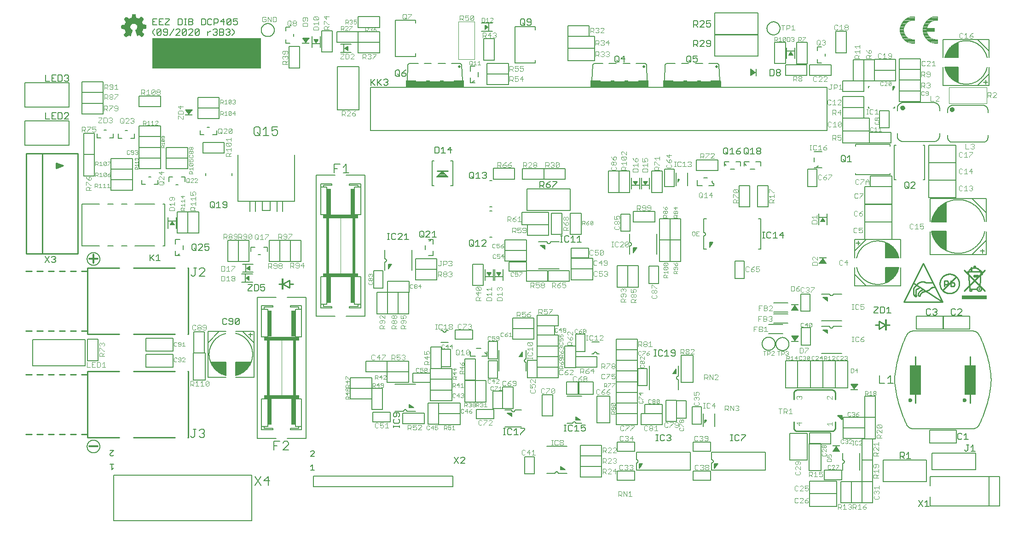
<source format=gto>
G75*
%MOIN*%
%OFA0B0*%
%FSLAX25Y25*%
%IPPOS*%
%LPD*%
%AMOC8*
5,1,8,0,0,1.08239X$1,22.5*
%
%ADD10R,0.01485X0.00015*%
%ADD11R,0.00045X0.00015*%
%ADD12R,0.00105X0.00015*%
%ADD13R,0.00165X0.00015*%
%ADD14R,0.00225X0.00015*%
%ADD15R,0.00285X0.00015*%
%ADD16R,0.00345X0.00015*%
%ADD17R,0.00405X0.00015*%
%ADD18R,0.00435X0.00015*%
%ADD19R,0.00465X0.00015*%
%ADD20R,0.00495X0.00015*%
%ADD21R,0.00540X0.00015*%
%ADD22R,0.00585X0.00015*%
%ADD23R,0.00645X0.00015*%
%ADD24R,0.00150X0.00015*%
%ADD25R,0.00675X0.00015*%
%ADD26R,0.00195X0.00015*%
%ADD27R,0.00705X0.00015*%
%ADD28R,0.00240X0.00015*%
%ADD29R,0.00735X0.00015*%
%ADD30R,0.00270X0.00015*%
%ADD31R,0.00765X0.00015*%
%ADD32R,0.00300X0.00015*%
%ADD33R,0.00810X0.00015*%
%ADD34R,0.00360X0.00015*%
%ADD35R,0.00855X0.00015*%
%ADD36R,0.00435X0.00015*%
%ADD37R,0.00915X0.00015*%
%ADD38R,0.00465X0.00015*%
%ADD39R,0.00945X0.00015*%
%ADD40R,0.00960X0.00015*%
%ADD41R,0.00525X0.00015*%
%ADD42R,0.00990X0.00015*%
%ADD43R,0.00555X0.00015*%
%ADD44R,0.01035X0.00015*%
%ADD45R,0.00600X0.00015*%
%ADD46R,0.01080X0.00015*%
%ADD47R,0.01125X0.00015*%
%ADD48R,0.01170X0.00015*%
%ADD49R,0.00720X0.00015*%
%ADD50R,0.01200X0.00015*%
%ADD51R,0.00750X0.00015*%
%ADD52R,0.01230X0.00015*%
%ADD53R,0.00780X0.00015*%
%ADD54R,0.01260X0.00015*%
%ADD55R,0.00810X0.00015*%
%ADD56R,0.01305X0.00015*%
%ADD57R,0.01365X0.00015*%
%ADD58R,0.00900X0.00015*%
%ADD59R,0.01395X0.00015*%
%ADD60R,0.01440X0.00015*%
%ADD61R,0.01470X0.00015*%
%ADD62R,0.01005X0.00015*%
%ADD63R,0.01500X0.00015*%
%ADD64R,0.01020X0.00015*%
%ADD65R,0.01530X0.00015*%
%ADD66R,0.01065X0.00015*%
%ADD67R,0.01575X0.00015*%
%ADD68R,0.01095X0.00015*%
%ADD69R,0.01635X0.00015*%
%ADD70R,0.01155X0.00015*%
%ADD71R,0.01680X0.00015*%
%ADD72R,0.01200X0.00015*%
%ADD73R,0.01710X0.00015*%
%ADD74R,0.01230X0.00015*%
%ADD75R,0.01725X0.00015*%
%ADD76R,0.01245X0.00015*%
%ADD77R,0.01755X0.00015*%
%ADD78R,0.01275X0.00015*%
%ADD79R,0.01800X0.00015*%
%ADD80R,0.01320X0.00015*%
%ADD81R,0.01860X0.00015*%
%ADD82R,0.01905X0.00015*%
%ADD83R,0.01410X0.00015*%
%ADD84R,0.01935X0.00015*%
%ADD85R,0.01455X0.00015*%
%ADD86R,0.01965X0.00015*%
%ADD87R,0.01485X0.00015*%
%ADD88R,0.01995X0.00015*%
%ADD89R,0.01515X0.00015*%
%ADD90R,0.02040X0.00015*%
%ADD91R,0.01530X0.00015*%
%ADD92R,0.02070X0.00015*%
%ADD93R,0.01575X0.00015*%
%ADD94R,0.02115X0.00015*%
%ADD95R,0.01620X0.00015*%
%ADD96R,0.02160X0.00015*%
%ADD97R,0.01665X0.00015*%
%ADD98R,0.02190X0.00015*%
%ADD99R,0.00075X0.00015*%
%ADD100R,0.01695X0.00015*%
%ADD101R,0.02220X0.00015*%
%ADD102R,0.00105X0.00015*%
%ADD103R,0.02235X0.00015*%
%ADD104R,0.00135X0.00015*%
%ADD105R,0.01755X0.00015*%
%ADD106R,0.02280X0.00015*%
%ADD107R,0.00180X0.00015*%
%ADD108R,0.01785X0.00015*%
%ADD109R,0.02340X0.00015*%
%ADD110R,0.00240X0.00015*%
%ADD111R,0.01830X0.00015*%
%ADD112R,0.02385X0.00015*%
%ADD113R,0.01890X0.00015*%
%ADD114R,0.02415X0.00015*%
%ADD115R,0.00330X0.00015*%
%ADD116R,0.00120X0.00015*%
%ADD117R,0.01920X0.00015*%
%ADD118R,0.02430X0.00015*%
%ADD119R,0.00375X0.00015*%
%ADD120R,0.02460X0.00015*%
%ADD121R,0.00405X0.00015*%
%ADD122R,0.00195X0.00015*%
%ADD123R,0.01965X0.00015*%
%ADD124R,0.02505X0.00015*%
%ADD125R,0.00210X0.00015*%
%ADD126R,0.02010X0.00015*%
%ADD127R,0.02535X0.00015*%
%ADD128R,0.00480X0.00015*%
%ADD129R,0.02580X0.00015*%
%ADD130R,0.00540X0.00015*%
%ADD131R,0.02085X0.00015*%
%ADD132R,0.02625X0.00015*%
%ADD133R,0.02130X0.00015*%
%ADD134R,0.02670X0.00015*%
%ADD135R,0.00630X0.00015*%
%ADD136R,0.02700X0.00015*%
%ADD137R,0.00660X0.00015*%
%ADD138R,0.00450X0.00015*%
%ADD139R,0.02190X0.00015*%
%ADD140R,0.02715X0.00015*%
%ADD141R,0.02205X0.00015*%
%ADD142R,0.02745X0.00015*%
%ADD143R,0.00510X0.00015*%
%ADD144R,0.02235X0.00015*%
%ADD145R,0.02775X0.00015*%
%ADD146R,0.02820X0.00015*%
%ADD147R,0.02310X0.00015*%
%ADD148R,0.02880X0.00015*%
%ADD149R,0.00855X0.00015*%
%ADD150R,0.02355X0.00015*%
%ADD151R,0.02895X0.00015*%
%ADD152R,0.00870X0.00015*%
%ADD153R,0.00660X0.00015*%
%ADD154R,0.02925X0.00015*%
%ADD155R,0.00690X0.00015*%
%ADD156R,0.02970X0.00015*%
%ADD157R,0.03000X0.00015*%
%ADD158R,0.00750X0.00015*%
%ADD159R,0.03045X0.00015*%
%ADD160R,0.01005X0.00015*%
%ADD161R,0.00780X0.00015*%
%ADD162R,0.02505X0.00015*%
%ADD163R,0.03090X0.00015*%
%ADD164R,0.01050X0.00015*%
%ADD165R,0.00825X0.00015*%
%ADD166R,0.02550X0.00015*%
%ADD167R,0.03135X0.00015*%
%ADD168R,0.01095X0.00015*%
%ADD169R,0.00870X0.00015*%
%ADD170R,0.03165X0.00015*%
%ADD171R,0.01125X0.00015*%
%ADD172R,0.02625X0.00015*%
%ADD173R,0.03195X0.00015*%
%ADD174R,0.01140X0.00015*%
%ADD175R,0.00930X0.00015*%
%ADD176R,0.02655X0.00015*%
%ADD177R,0.03210X0.00015*%
%ADD178R,0.00960X0.00015*%
%ADD179R,0.03240X0.00015*%
%ADD180R,0.02700X0.00015*%
%ADD181R,0.03285X0.00015*%
%ADD182R,0.01245X0.00015*%
%ADD183R,0.02745X0.00015*%
%ADD184R,0.03330X0.00015*%
%ADD185R,0.02790X0.00015*%
%ADD186R,0.03360X0.00015*%
%ADD187R,0.01110X0.00015*%
%ADD188R,0.02835X0.00015*%
%ADD189R,0.03390X0.00015*%
%ADD190R,0.01335X0.00015*%
%ADD191R,0.01140X0.00015*%
%ADD192R,0.02865X0.00015*%
%ADD193R,0.03420X0.00015*%
%ADD194R,0.01155X0.00015*%
%ADD195R,0.04905X0.00015*%
%ADD196R,0.04920X0.00015*%
%ADD197R,0.02940X0.00015*%
%ADD198R,0.04950X0.00015*%
%ADD199R,0.02985X0.00015*%
%ADD200R,0.04965X0.00015*%
%ADD201R,0.01275X0.00015*%
%ADD202R,0.03015X0.00015*%
%ADD203R,0.04980X0.00015*%
%ADD204R,0.03045X0.00015*%
%ADD205R,0.05010X0.00015*%
%ADD206R,0.01335X0.00015*%
%ADD207R,0.03075X0.00015*%
%ADD208R,0.01350X0.00015*%
%ADD209R,0.03105X0.00015*%
%ADD210R,0.05040X0.00015*%
%ADD211R,0.01380X0.00015*%
%ADD212R,0.05040X0.00015*%
%ADD213R,0.01410X0.00015*%
%ADD214R,0.03180X0.00015*%
%ADD215R,0.05070X0.00015*%
%ADD216R,0.03225X0.00015*%
%ADD217R,0.03255X0.00015*%
%ADD218R,0.05085X0.00015*%
%ADD219R,0.01515X0.00015*%
%ADD220R,0.03300X0.00015*%
%ADD221R,0.05100X0.00015*%
%ADD222R,0.04935X0.00015*%
%ADD223R,0.05115X0.00015*%
%ADD224R,0.04995X0.00015*%
%ADD225R,0.05130X0.00015*%
%ADD226R,0.05010X0.00015*%
%ADD227R,0.05130X0.00015*%
%ADD228R,0.05010X0.00015*%
%ADD229R,0.05025X0.00015*%
%ADD230R,0.05040X0.00015*%
%ADD231R,0.05055X0.00015*%
%ADD232R,0.05130X0.00015*%
%ADD233R,0.05085X0.00015*%
%ADD234R,0.05115X0.00015*%
%ADD235R,0.05145X0.00015*%
%ADD236R,0.05160X0.00015*%
%ADD237R,0.05130X0.00015*%
%ADD238R,0.05190X0.00015*%
%ADD239R,0.05190X0.00015*%
%ADD240R,0.05205X0.00015*%
%ADD241R,0.05220X0.00015*%
%ADD242R,0.05070X0.00015*%
%ADD243R,0.05085X0.00015*%
%ADD244R,0.05205X0.00015*%
%ADD245R,0.05220X0.00015*%
%ADD246R,0.05055X0.00015*%
%ADD247R,0.05025X0.00015*%
%ADD248R,0.05205X0.00015*%
%ADD249R,0.05025X0.00015*%
%ADD250R,0.05190X0.00015*%
%ADD251R,0.05190X0.00015*%
%ADD252R,0.04995X0.00015*%
%ADD253R,0.05175X0.00015*%
%ADD254R,0.04950X0.00015*%
%ADD255R,0.05145X0.00015*%
%ADD256R,0.05145X0.00015*%
%ADD257R,0.04920X0.00015*%
%ADD258R,0.04905X0.00015*%
%ADD259R,0.04905X0.00015*%
%ADD260R,0.05115X0.00015*%
%ADD261R,0.04890X0.00015*%
%ADD262R,0.04890X0.00015*%
%ADD263R,0.04875X0.00015*%
%ADD264R,0.04845X0.00015*%
%ADD265R,0.04830X0.00015*%
%ADD266R,0.04830X0.00015*%
%ADD267R,0.05070X0.00015*%
%ADD268R,0.04830X0.00015*%
%ADD269R,0.04815X0.00015*%
%ADD270R,0.04800X0.00015*%
%ADD271R,0.04800X0.00015*%
%ADD272R,0.05010X0.00015*%
%ADD273R,0.04785X0.00015*%
%ADD274R,0.04770X0.00015*%
%ADD275R,0.04770X0.00015*%
%ADD276R,0.04755X0.00015*%
%ADD277R,0.04740X0.00015*%
%ADD278R,0.04725X0.00015*%
%ADD279R,0.04725X0.00015*%
%ADD280R,0.04980X0.00015*%
%ADD281R,0.04710X0.00015*%
%ADD282R,0.04725X0.00015*%
%ADD283R,0.04710X0.00015*%
%ADD284R,0.04695X0.00015*%
%ADD285R,0.04680X0.00015*%
%ADD286R,0.04695X0.00015*%
%ADD287R,0.04680X0.00015*%
%ADD288R,0.04905X0.00015*%
%ADD289R,0.04665X0.00015*%
%ADD290R,0.04650X0.00015*%
%ADD291R,0.04635X0.00015*%
%ADD292R,0.04620X0.00015*%
%ADD293R,0.04620X0.00015*%
%ADD294R,0.04890X0.00015*%
%ADD295R,0.04605X0.00015*%
%ADD296R,0.04605X0.00015*%
%ADD297R,0.04590X0.00015*%
%ADD298R,0.04845X0.00015*%
%ADD299R,0.04575X0.00015*%
%ADD300R,0.04590X0.00015*%
%ADD301R,0.04575X0.00015*%
%ADD302R,0.04845X0.00015*%
%ADD303R,0.04560X0.00015*%
%ADD304R,0.04545X0.00015*%
%ADD305R,0.04530X0.00015*%
%ADD306R,0.04515X0.00015*%
%ADD307R,0.04530X0.00015*%
%ADD308R,0.04500X0.00015*%
%ADD309R,0.04515X0.00015*%
%ADD310R,0.04785X0.00015*%
%ADD311R,0.04485X0.00015*%
%ADD312R,0.04755X0.00015*%
%ADD313R,0.04470X0.00015*%
%ADD314R,0.04740X0.00015*%
%ADD315R,0.04485X0.00015*%
%ADD316R,0.04755X0.00015*%
%ADD317R,0.04545X0.00015*%
%ADD318R,0.04695X0.00015*%
%ADD319R,0.04680X0.00015*%
%ADD320R,0.04665X0.00015*%
%ADD321R,0.04725X0.00015*%
%ADD322R,0.04680X0.00015*%
%ADD323R,0.04860X0.00015*%
%ADD324R,0.04740X0.00015*%
%ADD325R,0.04875X0.00015*%
%ADD326R,0.04965X0.00015*%
%ADD327R,0.04860X0.00015*%
%ADD328R,0.04995X0.00015*%
%ADD329R,0.04875X0.00015*%
%ADD330R,0.04980X0.00015*%
%ADD331R,0.05235X0.00015*%
%ADD332R,0.05235X0.00015*%
%ADD333R,0.05250X0.00015*%
%ADD334R,0.05280X0.00015*%
%ADD335R,0.05295X0.00015*%
%ADD336R,0.05325X0.00015*%
%ADD337R,0.05340X0.00015*%
%ADD338R,0.05235X0.00015*%
%ADD339R,0.05355X0.00015*%
%ADD340R,0.05370X0.00015*%
%ADD341R,0.05265X0.00015*%
%ADD342R,0.05370X0.00015*%
%ADD343R,0.05280X0.00015*%
%ADD344R,0.05385X0.00015*%
%ADD345R,0.05295X0.00015*%
%ADD346R,0.05400X0.00015*%
%ADD347R,0.05415X0.00015*%
%ADD348R,0.05310X0.00015*%
%ADD349R,0.05430X0.00015*%
%ADD350R,0.05445X0.00015*%
%ADD351R,0.05460X0.00015*%
%ADD352R,0.05355X0.00015*%
%ADD353R,0.05475X0.00015*%
%ADD354R,0.05505X0.00015*%
%ADD355R,0.05520X0.00015*%
%ADD356R,0.05535X0.00015*%
%ADD357R,0.05550X0.00015*%
%ADD358R,0.05550X0.00015*%
%ADD359R,0.05475X0.00015*%
%ADD360R,0.05490X0.00015*%
%ADD361R,0.05475X0.00015*%
%ADD362R,0.05385X0.00015*%
%ADD363R,0.05370X0.00015*%
%ADD364R,0.05325X0.00015*%
%ADD365R,0.05310X0.00015*%
%ADD366R,0.05265X0.00015*%
%ADD367R,0.05175X0.00015*%
%ADD368R,0.04980X0.00015*%
%ADD369R,0.04965X0.00015*%
%ADD370R,0.04860X0.00015*%
%ADD371R,0.04845X0.00015*%
%ADD372R,0.04815X0.00015*%
%ADD373R,0.04770X0.00015*%
%ADD374R,0.05295X0.00015*%
%ADD375R,0.04635X0.00015*%
%ADD376R,0.05610X0.00015*%
%ADD377R,0.05700X0.00015*%
%ADD378R,0.05760X0.00015*%
%ADD379R,0.05805X0.00015*%
%ADD380R,0.05850X0.00015*%
%ADD381R,0.05895X0.00015*%
%ADD382R,0.06000X0.00015*%
%ADD383R,0.06135X0.00015*%
%ADD384R,0.06225X0.00015*%
%ADD385R,0.06300X0.00015*%
%ADD386R,0.06330X0.00015*%
%ADD387R,0.06375X0.00015*%
%ADD388R,0.06450X0.00015*%
%ADD389R,0.06570X0.00015*%
%ADD390R,0.05565X0.00015*%
%ADD391R,0.06690X0.00015*%
%ADD392R,0.06735X0.00015*%
%ADD393R,0.05790X0.00015*%
%ADD394R,0.06765X0.00015*%
%ADD395R,0.05850X0.00015*%
%ADD396R,0.06780X0.00015*%
%ADD397R,0.05895X0.00015*%
%ADD398R,0.06795X0.00015*%
%ADD399R,0.05955X0.00015*%
%ADD400R,0.06810X0.00015*%
%ADD401R,0.06060X0.00015*%
%ADD402R,0.06195X0.00015*%
%ADD403R,0.06825X0.00015*%
%ADD404R,0.06330X0.00015*%
%ADD405R,0.06840X0.00015*%
%ADD406R,0.06390X0.00015*%
%ADD407R,0.06495X0.00015*%
%ADD408R,0.06840X0.00015*%
%ADD409R,0.06555X0.00015*%
%ADD410R,0.06825X0.00015*%
%ADD411R,0.06645X0.00015*%
%ADD412R,0.06825X0.00015*%
%ADD413R,0.06705X0.00015*%
%ADD414R,0.06705X0.00015*%
%ADD415R,0.06810X0.00015*%
%ADD416R,0.06720X0.00015*%
%ADD417R,0.06795X0.00015*%
%ADD418R,0.06750X0.00015*%
%ADD419R,0.06765X0.00015*%
%ADD420R,0.06795X0.00015*%
%ADD421R,0.06780X0.00015*%
%ADD422R,0.06780X0.00015*%
%ADD423R,0.06750X0.00015*%
%ADD424R,0.06720X0.00015*%
%ADD425R,0.06720X0.00015*%
%ADD426R,0.06705X0.00015*%
%ADD427R,0.06705X0.00015*%
%ADD428R,0.06690X0.00015*%
%ADD429R,0.06675X0.00015*%
%ADD430R,0.06690X0.00015*%
%ADD431R,0.06675X0.00015*%
%ADD432R,0.06675X0.00015*%
%ADD433R,0.06660X0.00015*%
%ADD434R,0.06675X0.00015*%
%ADD435R,0.06660X0.00015*%
%ADD436R,0.06660X0.00015*%
%ADD437R,0.06645X0.00015*%
%ADD438R,0.06630X0.00015*%
%ADD439R,0.06660X0.00015*%
%ADD440R,0.06630X0.00015*%
%ADD441R,0.06645X0.00015*%
%ADD442R,0.06735X0.00015*%
%ADD443R,0.06765X0.00015*%
%ADD444R,0.06780X0.00015*%
%ADD445R,0.06825X0.00015*%
%ADD446R,0.06855X0.00015*%
%ADD447R,0.06855X0.00015*%
%ADD448R,0.06870X0.00015*%
%ADD449R,0.06885X0.00015*%
%ADD450R,0.06525X0.00015*%
%ADD451R,0.06405X0.00015*%
%ADD452R,0.06255X0.00015*%
%ADD453R,0.06165X0.00015*%
%ADD454R,0.06870X0.00015*%
%ADD455R,0.06120X0.00015*%
%ADD456R,0.06885X0.00015*%
%ADD457R,0.06060X0.00015*%
%ADD458R,0.06015X0.00015*%
%ADD459R,0.05910X0.00015*%
%ADD460R,0.05670X0.00015*%
%ADD461R,0.05595X0.00015*%
%ADD462R,0.06585X0.00015*%
%ADD463R,0.05160X0.00015*%
%ADD464R,0.06390X0.00015*%
%ADD465R,0.05025X0.00015*%
%ADD466R,0.06330X0.00015*%
%ADD467R,0.06075X0.00015*%
%ADD468R,0.05820X0.00015*%
%ADD469R,0.05775X0.00015*%
%ADD470R,0.05685X0.00015*%
%ADD471R,0.05460X0.00015*%
%ADD472R,0.04860X0.00015*%
%ADD473R,0.04935X0.00015*%
%ADD474R,0.05160X0.00015*%
%ADD475R,0.05325X0.00015*%
%ADD476R,0.05340X0.00015*%
%ADD477R,0.05355X0.00015*%
%ADD478R,0.05430X0.00015*%
%ADD479R,0.05535X0.00015*%
%ADD480R,0.05595X0.00015*%
%ADD481R,0.05640X0.00015*%
%ADD482R,0.05640X0.00015*%
%ADD483R,0.05670X0.00015*%
%ADD484R,0.05685X0.00015*%
%ADD485R,0.05700X0.00015*%
%ADD486R,0.05715X0.00015*%
%ADD487R,0.05715X0.00015*%
%ADD488R,0.05730X0.00015*%
%ADD489R,0.05745X0.00015*%
%ADD490R,0.05760X0.00015*%
%ADD491R,0.06000X0.00015*%
%ADD492R,0.06105X0.00015*%
%ADD493R,0.06180X0.00015*%
%ADD494R,0.06210X0.00015*%
%ADD495R,0.12690X0.00015*%
%ADD496R,0.12675X0.00015*%
%ADD497R,0.12660X0.00015*%
%ADD498R,0.12660X0.00015*%
%ADD499R,0.12645X0.00015*%
%ADD500R,0.12615X0.00015*%
%ADD501R,0.12600X0.00015*%
%ADD502R,0.12585X0.00015*%
%ADD503R,0.12555X0.00015*%
%ADD504R,0.12540X0.00015*%
%ADD505R,0.12525X0.00015*%
%ADD506R,0.12510X0.00015*%
%ADD507R,0.12510X0.00015*%
%ADD508R,0.12480X0.00015*%
%ADD509R,0.12450X0.00015*%
%ADD510R,0.12435X0.00015*%
%ADD511R,0.12420X0.00015*%
%ADD512R,0.12390X0.00015*%
%ADD513R,0.12375X0.00015*%
%ADD514R,0.12360X0.00015*%
%ADD515R,0.12330X0.00015*%
%ADD516R,0.12300X0.00015*%
%ADD517R,0.12285X0.00015*%
%ADD518R,0.12270X0.00015*%
%ADD519R,0.12255X0.00015*%
%ADD520R,0.12240X0.00015*%
%ADD521R,0.12225X0.00015*%
%ADD522R,0.12195X0.00015*%
%ADD523R,0.12165X0.00015*%
%ADD524R,0.12150X0.00015*%
%ADD525R,0.12135X0.00015*%
%ADD526R,0.12120X0.00015*%
%ADD527R,0.12090X0.00015*%
%ADD528R,0.12075X0.00015*%
%ADD529R,0.12060X0.00015*%
%ADD530R,0.12045X0.00015*%
%ADD531R,0.12015X0.00015*%
%ADD532R,0.12000X0.00015*%
%ADD533R,0.11985X0.00015*%
%ADD534R,0.11955X0.00015*%
%ADD535R,0.11940X0.00015*%
%ADD536R,0.11925X0.00015*%
%ADD537R,0.11910X0.00015*%
%ADD538R,0.11910X0.00015*%
%ADD539R,0.11880X0.00015*%
%ADD540R,0.11850X0.00015*%
%ADD541R,0.11835X0.00015*%
%ADD542R,0.11805X0.00015*%
%ADD543R,0.11775X0.00015*%
%ADD544R,0.11760X0.00015*%
%ADD545R,0.11745X0.00015*%
%ADD546R,0.11730X0.00015*%
%ADD547R,0.11700X0.00015*%
%ADD548R,0.11700X0.00015*%
%ADD549R,0.11685X0.00015*%
%ADD550R,0.11655X0.00015*%
%ADD551R,0.11640X0.00015*%
%ADD552R,0.11625X0.00015*%
%ADD553R,0.11625X0.00015*%
%ADD554R,0.11670X0.00015*%
%ADD555R,0.11715X0.00015*%
%ADD556R,0.11790X0.00015*%
%ADD557R,0.11820X0.00015*%
%ADD558R,0.11820X0.00015*%
%ADD559R,0.11880X0.00015*%
%ADD560R,0.11895X0.00015*%
%ADD561R,0.11970X0.00015*%
%ADD562R,0.12045X0.00015*%
%ADD563R,0.12075X0.00015*%
%ADD564R,0.12105X0.00015*%
%ADD565R,0.12135X0.00015*%
%ADD566R,0.12165X0.00015*%
%ADD567R,0.12180X0.00015*%
%ADD568R,0.12195X0.00015*%
%ADD569R,0.12210X0.00015*%
%ADD570R,0.12225X0.00015*%
%ADD571R,0.12255X0.00015*%
%ADD572R,0.12360X0.00015*%
%ADD573R,0.12390X0.00015*%
%ADD574R,0.12405X0.00015*%
%ADD575R,0.12435X0.00015*%
%ADD576R,0.12480X0.00015*%
%ADD577R,0.12480X0.00015*%
%ADD578R,0.12510X0.00015*%
%ADD579R,0.12570X0.00015*%
%ADD580R,0.12630X0.00015*%
%ADD581R,0.12675X0.00015*%
%ADD582R,0.12705X0.00015*%
%ADD583R,0.12735X0.00015*%
%ADD584R,0.12750X0.00015*%
%ADD585R,0.12780X0.00015*%
%ADD586R,0.12795X0.00015*%
%ADD587R,0.12810X0.00015*%
%ADD588R,0.12840X0.00015*%
%ADD589R,0.12855X0.00015*%
%ADD590R,0.12885X0.00015*%
%ADD591R,0.12900X0.00015*%
%ADD592R,0.12915X0.00015*%
%ADD593R,0.12945X0.00015*%
%ADD594R,0.12960X0.00015*%
%ADD595R,0.12990X0.00015*%
%ADD596R,0.13005X0.00015*%
%ADD597R,0.13020X0.00015*%
%ADD598R,0.13035X0.00015*%
%ADD599R,0.13065X0.00015*%
%ADD600R,0.13080X0.00015*%
%ADD601R,0.13110X0.00015*%
%ADD602R,0.13125X0.00015*%
%ADD603R,0.13155X0.00015*%
%ADD604R,0.13170X0.00015*%
%ADD605R,0.13200X0.00015*%
%ADD606R,0.13230X0.00015*%
%ADD607R,0.13260X0.00015*%
%ADD608R,0.13290X0.00015*%
%ADD609R,0.13320X0.00015*%
%ADD610R,0.13350X0.00015*%
%ADD611R,0.13365X0.00015*%
%ADD612R,0.13395X0.00015*%
%ADD613R,0.13425X0.00015*%
%ADD614R,0.13455X0.00015*%
%ADD615R,0.13470X0.00015*%
%ADD616R,0.13500X0.00015*%
%ADD617R,0.13530X0.00015*%
%ADD618R,0.13560X0.00015*%
%ADD619R,0.13575X0.00015*%
%ADD620R,0.13605X0.00015*%
%ADD621R,0.13635X0.00015*%
%ADD622R,0.13650X0.00015*%
%ADD623R,0.13680X0.00015*%
%ADD624R,0.13695X0.00015*%
%ADD625R,0.13725X0.00015*%
%ADD626R,0.13740X0.00015*%
%ADD627R,0.13770X0.00015*%
%ADD628R,0.13785X0.00015*%
%ADD629R,0.13800X0.00015*%
%ADD630R,0.13830X0.00015*%
%ADD631R,0.13860X0.00015*%
%ADD632R,0.13875X0.00015*%
%ADD633R,0.13905X0.00015*%
%ADD634R,0.13935X0.00015*%
%ADD635R,0.13950X0.00015*%
%ADD636R,0.13980X0.00015*%
%ADD637R,0.14010X0.00015*%
%ADD638R,0.14025X0.00015*%
%ADD639R,0.14055X0.00015*%
%ADD640R,0.14070X0.00015*%
%ADD641R,0.14085X0.00015*%
%ADD642R,0.14115X0.00015*%
%ADD643R,0.14145X0.00015*%
%ADD644R,0.14160X0.00015*%
%ADD645R,0.14190X0.00015*%
%ADD646R,0.14205X0.00015*%
%ADD647R,0.14220X0.00015*%
%ADD648R,0.14235X0.00015*%
%ADD649R,0.14265X0.00015*%
%ADD650R,0.14280X0.00015*%
%ADD651R,0.14295X0.00015*%
%ADD652R,0.14295X0.00015*%
%ADD653R,0.14250X0.00015*%
%ADD654R,0.14205X0.00015*%
%ADD655R,0.14175X0.00015*%
%ADD656R,0.14160X0.00015*%
%ADD657R,0.14130X0.00015*%
%ADD658R,0.14100X0.00015*%
%ADD659R,0.14040X0.00015*%
%ADD660R,0.14010X0.00015*%
%ADD661R,0.03465X0.00015*%
%ADD662R,0.10440X0.00015*%
%ADD663R,0.03420X0.00015*%
%ADD664R,0.10395X0.00015*%
%ADD665R,0.03375X0.00015*%
%ADD666R,0.10335X0.00015*%
%ADD667R,0.03570X0.00015*%
%ADD668R,0.06600X0.00015*%
%ADD669R,0.03525X0.00015*%
%ADD670R,0.03270X0.00015*%
%ADD671R,0.03495X0.00015*%
%ADD672R,0.03210X0.00015*%
%ADD673R,0.06480X0.00015*%
%ADD674R,0.03435X0.00015*%
%ADD675R,0.03165X0.00015*%
%ADD676R,0.03390X0.00015*%
%ADD677R,0.03120X0.00015*%
%ADD678R,0.06315X0.00015*%
%ADD679R,0.03345X0.00015*%
%ADD680R,0.03090X0.00015*%
%ADD681R,0.03075X0.00015*%
%ADD682R,0.06225X0.00015*%
%ADD683R,0.03270X0.00015*%
%ADD684R,0.06180X0.00015*%
%ADD685R,0.02970X0.00015*%
%ADD686R,0.06075X0.00015*%
%ADD687R,0.03195X0.00015*%
%ADD688R,0.02925X0.00015*%
%ADD689R,0.05985X0.00015*%
%ADD690R,0.03135X0.00015*%
%ADD691R,0.02850X0.00015*%
%ADD692R,0.05835X0.00015*%
%ADD693R,0.03030X0.00015*%
%ADD694R,0.02805X0.00015*%
%ADD695R,0.02730X0.00015*%
%ADD696R,0.05625X0.00015*%
%ADD697R,0.02925X0.00015*%
%ADD698R,0.02640X0.00015*%
%ADD699R,0.02595X0.00015*%
%ADD700R,0.02565X0.00015*%
%ADD701R,0.02760X0.00015*%
%ADD702R,0.02520X0.00015*%
%ADD703R,0.02730X0.00015*%
%ADD704R,0.02475X0.00015*%
%ADD705R,0.02685X0.00015*%
%ADD706R,0.02445X0.00015*%
%ADD707R,0.02400X0.00015*%
%ADD708R,0.02370X0.00015*%
%ADD709R,0.02565X0.00015*%
%ADD710R,0.02340X0.00015*%
%ADD711R,0.02325X0.00015*%
%ADD712R,0.02505X0.00015*%
%ADD713R,0.02280X0.00015*%
%ADD714R,0.02460X0.00015*%
%ADD715R,0.04560X0.00015*%
%ADD716R,0.02190X0.00015*%
%ADD717R,0.04440X0.00015*%
%ADD718R,0.02370X0.00015*%
%ADD719R,0.02145X0.00015*%
%ADD720R,0.04365X0.00015*%
%ADD721R,0.04320X0.00015*%
%ADD722R,0.02310X0.00015*%
%ADD723R,0.02100X0.00015*%
%ADD724R,0.04260X0.00015*%
%ADD725R,0.04200X0.00015*%
%ADD726R,0.02265X0.00015*%
%ADD727R,0.02040X0.00015*%
%ADD728R,0.04095X0.00015*%
%ADD729R,0.02220X0.00015*%
%ADD730R,0.03915X0.00015*%
%ADD731R,0.02175X0.00015*%
%ADD732R,0.03765X0.00015*%
%ADD733R,0.03675X0.00015*%
%ADD734R,0.01890X0.00015*%
%ADD735R,0.03615X0.00015*%
%ADD736R,0.02055X0.00015*%
%ADD737R,0.01860X0.00015*%
%ADD738R,0.03555X0.00015*%
%ADD739R,0.01815X0.00015*%
%ADD740R,0.03450X0.00015*%
%ADD741R,0.01725X0.00015*%
%ADD742R,0.03315X0.00015*%
%ADD743R,0.01905X0.00015*%
%ADD744R,0.01680X0.00015*%
%ADD745R,0.01650X0.00015*%
%ADD746R,0.01620X0.00015*%
%ADD747R,0.01590X0.00015*%
%ADD748R,0.01770X0.00015*%
%ADD749R,0.01560X0.00015*%
%ADD750R,0.03240X0.00015*%
%ADD751R,0.01740X0.00015*%
%ADD752R,0.01665X0.00015*%
%ADD753R,0.01455X0.00015*%
%ADD754R,0.01635X0.00015*%
%ADD755R,0.01410X0.00015*%
%ADD756R,0.01395X0.00015*%
%ADD757R,0.01365X0.00015*%
%ADD758R,0.01335X0.00015*%
%ADD759R,0.01290X0.00015*%
%ADD760R,0.03210X0.00015*%
%ADD761R,0.01455X0.00015*%
%ADD762R,0.01185X0.00015*%
%ADD763R,0.01290X0.00015*%
%ADD764R,0.01110X0.00015*%
%ADD765R,0.01260X0.00015*%
%ADD766R,0.03180X0.00015*%
%ADD767R,0.00975X0.00015*%
%ADD768R,0.03150X0.00015*%
%ADD769R,0.00885X0.00015*%
%ADD770R,0.03150X0.00015*%
%ADD771R,0.01050X0.00015*%
%ADD772R,0.00795X0.00015*%
%ADD773R,0.00885X0.00015*%
%ADD774R,0.00690X0.00015*%
%ADD775R,0.00840X0.00015*%
%ADD776R,0.00570X0.00015*%
%ADD777R,0.00525X0.00015*%
%ADD778R,0.03105X0.00015*%
%ADD779R,0.00660X0.00015*%
%ADD780R,0.00615X0.00015*%
%ADD781R,0.00420X0.00015*%
%ADD782R,0.00555X0.00015*%
%ADD783R,0.00390X0.00015*%
%ADD784R,0.00525X0.00015*%
%ADD785R,0.00360X0.00015*%
%ADD786R,0.00495X0.00015*%
%ADD787R,0.03075X0.00015*%
%ADD788R,0.00450X0.00015*%
%ADD789R,0.00225X0.00015*%
%ADD790R,0.00345X0.00015*%
%ADD791R,0.00255X0.00015*%
%ADD792R,0.03060X0.00015*%
%ADD793R,0.00180X0.00015*%
%ADD794R,0.00075X0.00015*%
%ADD795R,0.03000X0.00015*%
%ADD796R,0.02955X0.00015*%
%ADD797R,0.02940X0.00015*%
%ADD798R,0.02940X0.00015*%
%ADD799R,0.02910X0.00015*%
%ADD800R,0.02910X0.00015*%
%ADD801R,0.02865X0.00015*%
%ADD802R,0.02805X0.00015*%
%ADD803R,0.02775X0.00015*%
%ADD804R,0.02760X0.00015*%
%ADD805R,0.02655X0.00015*%
%ADD806R,0.02640X0.00015*%
%ADD807R,0.02610X0.00015*%
%ADD808R,0.02595X0.00015*%
%ADD809R,0.02535X0.00015*%
%ADD810R,0.02475X0.00015*%
%ADD811R,0.02175X0.00015*%
%ADD812R,0.01575X0.00015*%
%ADD813C,0.00500*%
%ADD814R,0.78750X0.22250*%
%ADD815C,0.00800*%
%ADD816C,0.01200*%
%ADD817C,0.01000*%
%ADD818C,0.00400*%
%ADD819C,0.00300*%
%ADD820R,0.05512X0.00787*%
%ADD821C,0.00600*%
%ADD822C,0.02000*%
%ADD823R,0.42000X0.04000*%
%ADD824R,0.07500X0.01000*%
%ADD825R,0.03000X0.01000*%
%ADD826R,0.01750X0.09000*%
%ADD827R,0.00600X0.09000*%
%ADD828C,0.00000*%
%ADD829C,0.00700*%
%ADD830C,0.00200*%
%ADD831R,0.18000X0.03000*%
%ADD832R,0.00787X0.05512*%
%ADD833R,0.04500X0.02500*%
%ADD834R,0.16000X0.02500*%
%ADD835R,0.02000X0.40000*%
%ADD836R,0.03000X0.19000*%
%ADD837R,0.01181X0.08268*%
%ADD838R,0.07874X0.21654*%
%ADD839C,0.01378*%
%ADD840R,0.06152X0.02953*%
%ADD841C,0.00394*%
D10*
X0176868Y0516241D03*
D11*
X0173978Y0510531D03*
X0182183Y0511402D03*
X0185363Y0510696D03*
D12*
X0173978Y0510546D03*
D13*
X0173978Y0510561D03*
D14*
X0173978Y0510576D03*
D15*
X0173978Y0510591D03*
X0174068Y0524976D03*
D16*
X0173978Y0510606D03*
X0182228Y0511491D03*
D17*
X0182243Y0511506D03*
X0173978Y0510621D03*
D18*
X0173978Y0510636D03*
D19*
X0173978Y0510652D03*
D20*
X0173978Y0510667D03*
X0185363Y0510831D03*
D21*
X0173986Y0510681D03*
D22*
X0173993Y0510696D03*
X0177008Y0511506D03*
X0182318Y0511596D03*
D23*
X0182333Y0511611D03*
X0185348Y0510891D03*
X0173993Y0510711D03*
D24*
X0182176Y0511431D03*
X0185371Y0510711D03*
D25*
X0185348Y0510906D03*
X0176978Y0511552D03*
X0173993Y0510726D03*
D26*
X0185363Y0510726D03*
D27*
X0182363Y0511656D03*
X0176963Y0511567D03*
X0173993Y0510741D03*
D28*
X0185371Y0510741D03*
D29*
X0173993Y0510756D03*
D30*
X0182206Y0511476D03*
X0185371Y0510756D03*
D31*
X0176948Y0511581D03*
X0173993Y0510771D03*
D32*
X0177106Y0511402D03*
X0185371Y0510771D03*
X0184996Y0525021D03*
D33*
X0174001Y0510786D03*
D34*
X0185371Y0510786D03*
D35*
X0185333Y0510981D03*
X0174008Y0510802D03*
D36*
X0177068Y0511461D03*
X0182258Y0511521D03*
X0185363Y0510802D03*
D37*
X0182423Y0511731D03*
X0176888Y0511656D03*
X0174008Y0510817D03*
X0174098Y0524721D03*
D38*
X0174083Y0524902D03*
X0185363Y0510817D03*
D39*
X0185333Y0511011D03*
X0176873Y0511671D03*
X0174008Y0510831D03*
X0179393Y0526896D03*
X0184973Y0524781D03*
D40*
X0174016Y0510846D03*
D41*
X0185363Y0510846D03*
D42*
X0185326Y0511026D03*
X0182446Y0511776D03*
X0174016Y0510861D03*
X0184966Y0524767D03*
D43*
X0185363Y0510861D03*
D44*
X0174023Y0510876D03*
D45*
X0185356Y0510876D03*
X0174091Y0524856D03*
D46*
X0184966Y0524721D03*
X0182476Y0511806D03*
X0174016Y0510891D03*
D47*
X0174023Y0510906D03*
D48*
X0174031Y0510921D03*
X0176806Y0511761D03*
X0182506Y0511867D03*
X0184951Y0524691D03*
D49*
X0184981Y0524871D03*
X0185341Y0510921D03*
D50*
X0174031Y0510936D03*
D51*
X0185341Y0510936D03*
D52*
X0174031Y0510952D03*
X0174121Y0524602D03*
X0184951Y0524676D03*
D53*
X0184981Y0524841D03*
X0185341Y0510952D03*
D54*
X0174031Y0510967D03*
D55*
X0176926Y0511596D03*
X0185341Y0510967D03*
X0184981Y0524826D03*
D56*
X0182558Y0511926D03*
X0174038Y0510981D03*
D57*
X0174038Y0510996D03*
X0176738Y0511852D03*
X0185303Y0511191D03*
D58*
X0185326Y0510996D03*
X0176896Y0511641D03*
D59*
X0174038Y0511011D03*
D60*
X0174046Y0511026D03*
D61*
X0174046Y0511041D03*
X0182596Y0512017D03*
D62*
X0185318Y0511041D03*
D63*
X0174046Y0511056D03*
X0174136Y0524496D03*
X0184936Y0524571D03*
D64*
X0184966Y0524752D03*
X0174106Y0524691D03*
X0185326Y0511056D03*
D65*
X0174046Y0511071D03*
D66*
X0185318Y0511071D03*
D67*
X0174053Y0511086D03*
D68*
X0185318Y0511086D03*
D69*
X0174053Y0511102D03*
D70*
X0185318Y0511102D03*
D71*
X0174061Y0511117D03*
D72*
X0176806Y0511776D03*
X0182521Y0511881D03*
X0185311Y0511117D03*
D73*
X0174061Y0511131D03*
D74*
X0185311Y0511131D03*
D75*
X0185273Y0511341D03*
X0174068Y0511146D03*
D76*
X0185303Y0511146D03*
D77*
X0174068Y0511161D03*
D78*
X0176768Y0511806D03*
X0185303Y0511161D03*
D79*
X0174061Y0511176D03*
X0184921Y0524452D03*
D80*
X0184951Y0524631D03*
X0185296Y0511176D03*
X0176761Y0511821D03*
D81*
X0174076Y0511191D03*
D82*
X0174083Y0511206D03*
X0174158Y0524331D03*
D83*
X0185296Y0511206D03*
D84*
X0185258Y0511431D03*
X0174083Y0511221D03*
X0174158Y0524317D03*
X0179573Y0526867D03*
D85*
X0182588Y0512002D03*
X0185288Y0511221D03*
D86*
X0174083Y0511236D03*
D87*
X0185288Y0511236D03*
D88*
X0174083Y0511252D03*
X0174158Y0524302D03*
D89*
X0185288Y0511252D03*
D90*
X0185251Y0511476D03*
X0174091Y0511267D03*
X0184906Y0524361D03*
D91*
X0184936Y0524556D03*
X0185281Y0511267D03*
D92*
X0174091Y0511281D03*
X0174166Y0524271D03*
D93*
X0185288Y0511281D03*
D94*
X0174098Y0511296D03*
D95*
X0185281Y0511296D03*
D96*
X0185236Y0511521D03*
X0174106Y0511311D03*
D97*
X0185273Y0511311D03*
D98*
X0174106Y0511326D03*
D99*
X0177158Y0511326D03*
D100*
X0185273Y0511326D03*
D101*
X0174106Y0511341D03*
D102*
X0177158Y0511341D03*
D103*
X0174113Y0511356D03*
X0174173Y0524196D03*
X0179588Y0526821D03*
D104*
X0177158Y0511356D03*
D105*
X0185273Y0511356D03*
D106*
X0185221Y0511581D03*
X0174121Y0511371D03*
D107*
X0177136Y0511371D03*
D108*
X0185273Y0511371D03*
X0174143Y0524391D03*
D109*
X0174121Y0511386D03*
D110*
X0177121Y0511386D03*
D111*
X0185266Y0511386D03*
X0184921Y0524436D03*
D112*
X0185213Y0511626D03*
X0174128Y0511402D03*
D113*
X0185266Y0511402D03*
D114*
X0185213Y0511641D03*
X0174128Y0511417D03*
X0184868Y0524196D03*
D115*
X0174076Y0524961D03*
X0177091Y0511417D03*
D116*
X0182176Y0511417D03*
X0174076Y0525006D03*
D117*
X0185266Y0511417D03*
D118*
X0185206Y0511656D03*
X0174136Y0511431D03*
X0179581Y0526746D03*
D119*
X0177083Y0511431D03*
D120*
X0174136Y0511446D03*
X0185206Y0511671D03*
D121*
X0177083Y0511446D03*
D122*
X0182183Y0511446D03*
D123*
X0185258Y0511446D03*
X0184913Y0524391D03*
D124*
X0174143Y0511461D03*
D125*
X0182191Y0511461D03*
D126*
X0185251Y0511461D03*
X0184906Y0524376D03*
D127*
X0184853Y0524152D03*
X0179573Y0526491D03*
X0179573Y0526506D03*
X0179573Y0526521D03*
X0179573Y0526552D03*
X0174143Y0511476D03*
D128*
X0177061Y0511476D03*
X0182266Y0511552D03*
X0184996Y0524961D03*
D129*
X0184846Y0524121D03*
X0179581Y0526417D03*
X0185191Y0511717D03*
X0174151Y0511491D03*
D130*
X0177031Y0511491D03*
X0182296Y0511581D03*
D131*
X0185243Y0511491D03*
X0184898Y0524331D03*
D132*
X0174158Y0511506D03*
D133*
X0185236Y0511506D03*
X0184891Y0524317D03*
X0174166Y0524241D03*
D134*
X0174226Y0524002D03*
X0179566Y0526206D03*
X0179566Y0526221D03*
X0185176Y0511761D03*
X0174166Y0511521D03*
D135*
X0177001Y0511521D03*
X0174091Y0524841D03*
D136*
X0179566Y0526086D03*
X0174166Y0511536D03*
D137*
X0176986Y0511536D03*
D138*
X0182266Y0511536D03*
D139*
X0185236Y0511536D03*
D140*
X0174173Y0511552D03*
X0179573Y0525981D03*
X0179573Y0525996D03*
X0179573Y0526011D03*
X0179573Y0526026D03*
X0179573Y0526041D03*
D141*
X0185228Y0511552D03*
D142*
X0174173Y0511567D03*
X0179573Y0525906D03*
D143*
X0182281Y0511567D03*
D144*
X0185228Y0511567D03*
D145*
X0174173Y0511581D03*
X0174233Y0523971D03*
X0184823Y0524046D03*
D146*
X0179566Y0525741D03*
X0179566Y0525756D03*
X0174241Y0523941D03*
X0174181Y0511596D03*
D147*
X0185221Y0511596D03*
D148*
X0185161Y0511852D03*
X0174181Y0511611D03*
X0174241Y0523911D03*
X0179566Y0525531D03*
X0179566Y0525546D03*
X0179566Y0525561D03*
X0179566Y0525576D03*
X0179566Y0525591D03*
X0179566Y0525606D03*
X0179566Y0525621D03*
X0184816Y0524002D03*
D149*
X0176903Y0511611D03*
D150*
X0185213Y0511611D03*
D151*
X0185153Y0511867D03*
X0174188Y0511626D03*
D152*
X0176896Y0511626D03*
D153*
X0182341Y0511626D03*
X0174091Y0524826D03*
D154*
X0174188Y0511641D03*
D155*
X0182356Y0511641D03*
D156*
X0174196Y0511656D03*
D157*
X0174196Y0511671D03*
X0184801Y0523956D03*
X0179551Y0525171D03*
X0179551Y0525202D03*
X0179551Y0525217D03*
D158*
X0184981Y0524856D03*
X0174091Y0524796D03*
X0182371Y0511671D03*
D159*
X0174203Y0511686D03*
D160*
X0176858Y0511686D03*
D161*
X0182386Y0511686D03*
D162*
X0185198Y0511686D03*
D163*
X0174211Y0511702D03*
X0179566Y0524931D03*
X0179566Y0524946D03*
X0179566Y0524961D03*
D164*
X0174106Y0524676D03*
X0176836Y0511702D03*
X0182461Y0511791D03*
D165*
X0182408Y0511702D03*
X0174098Y0524767D03*
D166*
X0179581Y0526476D03*
X0185191Y0511702D03*
D167*
X0185123Y0511971D03*
X0174218Y0511717D03*
X0179558Y0524767D03*
X0179558Y0524781D03*
X0179558Y0524796D03*
X0179558Y0524811D03*
X0179558Y0524826D03*
D168*
X0176828Y0511717D03*
D169*
X0182416Y0511717D03*
X0174091Y0524752D03*
D170*
X0179543Y0524706D03*
X0179543Y0524691D03*
X0174218Y0511731D03*
D171*
X0176828Y0511731D03*
X0174113Y0524646D03*
X0184958Y0524706D03*
D172*
X0184838Y0524106D03*
X0179573Y0526311D03*
X0179573Y0526326D03*
X0179573Y0526341D03*
X0174218Y0524031D03*
X0185183Y0511731D03*
D173*
X0174218Y0511746D03*
D174*
X0176821Y0511746D03*
D175*
X0182431Y0511746D03*
D176*
X0185183Y0511746D03*
X0179573Y0526252D03*
X0179573Y0526267D03*
X0179573Y0526281D03*
D177*
X0174226Y0511761D03*
D178*
X0182431Y0511761D03*
D179*
X0174226Y0511776D03*
D180*
X0185176Y0511776D03*
X0179566Y0526056D03*
X0179566Y0526071D03*
X0179566Y0526102D03*
X0179566Y0526117D03*
D181*
X0179558Y0524421D03*
X0174233Y0511791D03*
D182*
X0176783Y0511791D03*
X0182528Y0511896D03*
D183*
X0185168Y0511791D03*
D184*
X0174241Y0511806D03*
X0174286Y0523717D03*
D185*
X0179566Y0525802D03*
X0179566Y0525817D03*
X0185161Y0511806D03*
D186*
X0174241Y0511821D03*
X0179566Y0524391D03*
D187*
X0182491Y0511821D03*
D188*
X0185153Y0511821D03*
X0184823Y0524017D03*
X0179558Y0525711D03*
X0179558Y0525726D03*
D189*
X0174241Y0511836D03*
D190*
X0176753Y0511836D03*
D191*
X0182491Y0511836D03*
D192*
X0185153Y0511836D03*
X0179558Y0525636D03*
D193*
X0174241Y0511852D03*
D194*
X0182498Y0511852D03*
X0174113Y0524631D03*
D195*
X0175148Y0516261D03*
X0175388Y0515991D03*
X0175358Y0512917D03*
X0174968Y0511867D03*
X0183683Y0513606D03*
X0183698Y0513576D03*
X0184298Y0512046D03*
D196*
X0183781Y0513426D03*
X0183766Y0513456D03*
X0183766Y0513471D03*
X0183751Y0513502D03*
X0183706Y0515931D03*
X0183691Y0519696D03*
X0183676Y0519711D03*
X0183661Y0519726D03*
X0175141Y0519367D03*
X0175396Y0515976D03*
X0175411Y0515961D03*
X0175306Y0512841D03*
X0175291Y0512811D03*
X0175276Y0512781D03*
X0174961Y0511881D03*
D197*
X0185146Y0511881D03*
D198*
X0184306Y0512076D03*
X0183796Y0513396D03*
X0183271Y0514791D03*
X0183646Y0519756D03*
X0175486Y0519741D03*
X0175426Y0515931D03*
X0175441Y0515917D03*
X0175936Y0514626D03*
X0175936Y0514611D03*
X0175261Y0512752D03*
X0174961Y0511896D03*
D199*
X0185138Y0511896D03*
X0179558Y0525231D03*
D200*
X0175508Y0519771D03*
X0175493Y0519756D03*
X0175103Y0516276D03*
X0175238Y0512721D03*
X0175238Y0512706D03*
X0174953Y0511911D03*
X0183263Y0514806D03*
X0183803Y0513381D03*
X0183818Y0513367D03*
X0184313Y0512091D03*
X0183623Y0519771D03*
D201*
X0182543Y0511911D03*
D202*
X0185123Y0511911D03*
X0174263Y0523867D03*
D203*
X0175111Y0519352D03*
X0175456Y0515902D03*
X0175231Y0512691D03*
X0175216Y0512661D03*
X0174946Y0511926D03*
X0183826Y0513352D03*
X0183841Y0513321D03*
X0183841Y0513306D03*
X0183856Y0513291D03*
D204*
X0185123Y0511926D03*
X0184793Y0523926D03*
X0179558Y0525081D03*
X0179558Y0525096D03*
X0179558Y0525111D03*
X0174263Y0523852D03*
D205*
X0175531Y0519817D03*
X0183631Y0515841D03*
X0183931Y0513156D03*
X0174946Y0511956D03*
X0174946Y0511941D03*
D206*
X0182558Y0511941D03*
D207*
X0185123Y0511941D03*
D208*
X0182566Y0511956D03*
X0184951Y0524617D03*
D209*
X0179558Y0524841D03*
X0179558Y0524856D03*
X0179558Y0524871D03*
X0179558Y0524902D03*
X0179558Y0524917D03*
X0185123Y0511956D03*
D210*
X0183961Y0513096D03*
X0183946Y0513111D03*
X0175126Y0512511D03*
X0175126Y0512496D03*
X0175111Y0512481D03*
X0174946Y0511971D03*
X0175546Y0519831D03*
X0175561Y0519846D03*
D211*
X0182566Y0511971D03*
D212*
X0174946Y0511986D03*
D213*
X0182581Y0511986D03*
D214*
X0185116Y0511986D03*
D215*
X0175096Y0512452D03*
X0174946Y0512017D03*
X0174946Y0512002D03*
D216*
X0185108Y0512002D03*
X0184778Y0523867D03*
X0179543Y0524526D03*
X0179543Y0524541D03*
X0179543Y0524556D03*
X0179543Y0524571D03*
D217*
X0179543Y0524467D03*
X0174278Y0523761D03*
X0185093Y0512017D03*
D218*
X0174953Y0512031D03*
X0175553Y0515781D03*
D219*
X0182603Y0512031D03*
D220*
X0185086Y0512031D03*
X0184771Y0523821D03*
X0174286Y0523731D03*
D221*
X0175561Y0515767D03*
X0175921Y0514821D03*
X0175066Y0512391D03*
X0175066Y0512376D03*
X0175051Y0512361D03*
X0175051Y0512346D03*
X0174946Y0512061D03*
X0174946Y0512046D03*
X0183271Y0514926D03*
X0183271Y0514941D03*
X0183271Y0514956D03*
X0183271Y0514971D03*
X0183571Y0515752D03*
X0184066Y0512917D03*
X0184066Y0512902D03*
X0184081Y0512871D03*
X0183511Y0519906D03*
D222*
X0183653Y0519741D03*
X0183758Y0519652D03*
X0183698Y0515917D03*
X0183683Y0515902D03*
X0183263Y0514776D03*
X0183773Y0513441D03*
X0183788Y0513411D03*
X0184298Y0512061D03*
X0175298Y0512826D03*
X0175283Y0512796D03*
X0175268Y0512767D03*
X0175418Y0515946D03*
X0179558Y0524121D03*
D223*
X0174953Y0512106D03*
X0174953Y0512091D03*
X0174953Y0512076D03*
D224*
X0175928Y0514671D03*
X0175928Y0514702D03*
X0183863Y0513276D03*
X0183878Y0513261D03*
X0183893Y0513246D03*
X0183893Y0513231D03*
X0184313Y0512106D03*
D225*
X0184111Y0512811D03*
X0184096Y0512826D03*
X0174961Y0512181D03*
X0174961Y0512167D03*
X0174961Y0512152D03*
X0174961Y0512121D03*
X0183496Y0519921D03*
D226*
X0175486Y0515871D03*
X0175921Y0514731D03*
X0175921Y0514717D03*
X0175201Y0512617D03*
X0175186Y0512602D03*
X0183901Y0513217D03*
X0184321Y0512121D03*
D227*
X0174961Y0512136D03*
D228*
X0183271Y0514836D03*
X0184321Y0512136D03*
D229*
X0184328Y0512152D03*
X0175928Y0514746D03*
X0175508Y0515826D03*
X0175508Y0515841D03*
X0175493Y0515856D03*
X0175163Y0512571D03*
X0183578Y0519831D03*
X0183593Y0519817D03*
X0179558Y0524106D03*
D230*
X0183571Y0519846D03*
X0183616Y0515811D03*
X0183601Y0515796D03*
X0183271Y0514867D03*
X0183271Y0514852D03*
X0184321Y0512167D03*
X0175921Y0514761D03*
X0175921Y0514776D03*
X0175156Y0512556D03*
X0175141Y0512541D03*
D231*
X0175523Y0515811D03*
X0183983Y0513052D03*
X0183998Y0513021D03*
X0184013Y0513006D03*
X0184328Y0512181D03*
X0183863Y0519606D03*
X0183563Y0519861D03*
X0183548Y0519876D03*
D232*
X0183271Y0515017D03*
X0183271Y0515002D03*
X0175921Y0514852D03*
X0175591Y0515721D03*
X0175021Y0512302D03*
X0174991Y0512256D03*
X0174976Y0512226D03*
X0174976Y0512211D03*
X0174976Y0512196D03*
X0175621Y0519906D03*
D233*
X0175598Y0519891D03*
X0175028Y0519321D03*
X0183533Y0519891D03*
X0184268Y0516502D03*
X0183578Y0515767D03*
X0184043Y0512961D03*
X0184043Y0512946D03*
X0184058Y0512931D03*
X0184343Y0512196D03*
X0175073Y0512406D03*
D234*
X0175043Y0512331D03*
X0175028Y0512317D03*
X0175568Y0515752D03*
X0183548Y0515721D03*
X0184088Y0512856D03*
X0184088Y0512841D03*
X0184343Y0512226D03*
X0184343Y0512211D03*
D235*
X0184343Y0512241D03*
X0184178Y0512706D03*
X0184163Y0512721D03*
X0184148Y0512752D03*
X0184133Y0512781D03*
X0183278Y0515031D03*
X0183533Y0515706D03*
X0183473Y0519952D03*
X0183458Y0519967D03*
X0179558Y0524091D03*
X0175643Y0519921D03*
X0175598Y0515706D03*
X0174998Y0512271D03*
X0174983Y0512241D03*
D236*
X0175921Y0514867D03*
X0175921Y0514881D03*
X0175666Y0519952D03*
X0183271Y0515046D03*
X0184141Y0512767D03*
X0184186Y0512691D03*
X0184336Y0512271D03*
X0184336Y0512256D03*
D237*
X0183481Y0519936D03*
X0175576Y0515736D03*
X0175921Y0514836D03*
X0175006Y0512286D03*
D238*
X0184336Y0512286D03*
D239*
X0184336Y0512302D03*
X0184336Y0512317D03*
X0175921Y0514911D03*
X0175921Y0514926D03*
X0175621Y0515691D03*
D240*
X0175913Y0514956D03*
X0175913Y0514941D03*
X0183278Y0515076D03*
X0184328Y0516517D03*
X0184328Y0512376D03*
X0184328Y0512361D03*
X0184328Y0512346D03*
X0184328Y0512331D03*
D241*
X0184321Y0512391D03*
X0184321Y0512406D03*
X0184321Y0512421D03*
X0183271Y0515091D03*
X0183421Y0519996D03*
X0175636Y0515676D03*
X0175921Y0514971D03*
D242*
X0175921Y0514806D03*
X0175921Y0514791D03*
X0175036Y0516291D03*
X0175576Y0519876D03*
X0183586Y0515781D03*
X0183271Y0514911D03*
X0183271Y0514896D03*
X0183271Y0514881D03*
X0183976Y0513067D03*
X0184021Y0512991D03*
X0184036Y0512976D03*
X0175081Y0512421D03*
D243*
X0175088Y0512436D03*
D244*
X0184313Y0512436D03*
D245*
X0184306Y0512452D03*
X0184306Y0512467D03*
X0184291Y0512481D03*
X0184291Y0512496D03*
X0184276Y0512511D03*
X0184261Y0512526D03*
X0184246Y0512556D03*
X0183481Y0515661D03*
X0183496Y0515676D03*
X0175711Y0519996D03*
D246*
X0175568Y0519861D03*
X0175538Y0515796D03*
X0175103Y0512467D03*
X0183968Y0513081D03*
D247*
X0183938Y0513126D03*
X0183938Y0513141D03*
X0183923Y0513171D03*
X0183623Y0515826D03*
X0175133Y0512526D03*
D248*
X0184223Y0512602D03*
X0184238Y0512571D03*
X0184253Y0512541D03*
D249*
X0175178Y0512586D03*
D250*
X0184231Y0512586D03*
D251*
X0184216Y0512617D03*
X0184216Y0512631D03*
X0174961Y0516306D03*
X0175696Y0519981D03*
X0183946Y0519591D03*
D252*
X0183818Y0519621D03*
X0183608Y0519802D03*
X0183653Y0515871D03*
X0183638Y0515856D03*
X0183908Y0513202D03*
X0175223Y0512676D03*
X0175208Y0512646D03*
X0175208Y0512631D03*
X0175523Y0519802D03*
D253*
X0175913Y0514896D03*
X0183278Y0515061D03*
X0184193Y0512676D03*
X0184208Y0512661D03*
X0184208Y0512646D03*
X0183443Y0519981D03*
D254*
X0183781Y0519636D03*
X0184186Y0516486D03*
X0175261Y0512736D03*
D255*
X0184163Y0512736D03*
D256*
X0184118Y0512796D03*
D257*
X0183271Y0514746D03*
X0183271Y0514761D03*
X0183721Y0515946D03*
X0175936Y0514596D03*
X0175321Y0512856D03*
X0175471Y0519711D03*
D258*
X0175463Y0519696D03*
X0175943Y0514581D03*
X0175328Y0512871D03*
X0183263Y0514717D03*
X0183263Y0514731D03*
X0183713Y0513561D03*
X0183713Y0513546D03*
X0183728Y0513531D03*
X0183743Y0513517D03*
X0183728Y0515961D03*
X0183743Y0515976D03*
X0183728Y0519667D03*
X0183713Y0519681D03*
D259*
X0175343Y0512886D03*
D260*
X0183278Y0514986D03*
X0183563Y0515736D03*
X0184073Y0512886D03*
D261*
X0183271Y0514702D03*
X0183751Y0515991D03*
X0175351Y0512902D03*
D262*
X0175366Y0512931D03*
X0175366Y0512946D03*
X0175381Y0512976D03*
X0175381Y0516006D03*
X0175441Y0519681D03*
X0183661Y0513652D03*
X0183676Y0513621D03*
X0183691Y0513591D03*
D263*
X0183653Y0513667D03*
X0183653Y0513681D03*
X0175388Y0512991D03*
X0175373Y0512961D03*
X0175373Y0516021D03*
X0175433Y0519667D03*
D264*
X0175403Y0519621D03*
X0183638Y0513696D03*
X0175403Y0513006D03*
D265*
X0175411Y0513021D03*
X0183796Y0516052D03*
X0175396Y0519606D03*
D266*
X0175411Y0513036D03*
D267*
X0183991Y0513036D03*
D268*
X0183631Y0513711D03*
X0183616Y0513741D03*
X0183601Y0513771D03*
X0183586Y0513802D03*
X0183571Y0513817D03*
X0183256Y0514641D03*
X0184126Y0516471D03*
X0175936Y0514506D03*
X0175936Y0514491D03*
X0175441Y0513096D03*
X0175426Y0513067D03*
X0175426Y0513052D03*
X0175336Y0516081D03*
X0175201Y0516231D03*
X0175381Y0519591D03*
X0179566Y0524152D03*
D269*
X0175328Y0516096D03*
X0175478Y0513141D03*
X0175463Y0513126D03*
X0175448Y0513111D03*
X0175433Y0513081D03*
X0183248Y0514611D03*
X0183248Y0514626D03*
X0183533Y0513876D03*
X0183548Y0513861D03*
X0183548Y0513846D03*
X0183563Y0513831D03*
D270*
X0183526Y0513891D03*
X0183526Y0513906D03*
X0183811Y0516081D03*
X0183811Y0516096D03*
X0175936Y0514476D03*
X0175936Y0514461D03*
X0175516Y0513217D03*
X0175501Y0513171D03*
X0175486Y0513156D03*
X0175321Y0516111D03*
X0175306Y0516141D03*
X0175231Y0516217D03*
X0175351Y0519561D03*
X0175366Y0519576D03*
D271*
X0183511Y0513936D03*
X0175501Y0513186D03*
D272*
X0183916Y0513186D03*
D273*
X0183518Y0513921D03*
X0183248Y0514596D03*
X0183818Y0516111D03*
X0183833Y0516126D03*
X0183833Y0516141D03*
X0175943Y0514446D03*
X0175523Y0513246D03*
X0175523Y0513231D03*
X0175508Y0513202D03*
X0175313Y0516126D03*
X0175298Y0516156D03*
X0175328Y0519517D03*
X0175343Y0519531D03*
X0175343Y0519546D03*
D274*
X0175321Y0519502D03*
X0175291Y0516171D03*
X0175951Y0514431D03*
X0175531Y0513261D03*
X0183256Y0514581D03*
X0183841Y0516156D03*
X0179566Y0524167D03*
D275*
X0183496Y0513981D03*
X0175546Y0513276D03*
D276*
X0175553Y0513291D03*
X0175253Y0519396D03*
X0184088Y0516456D03*
D277*
X0175561Y0513306D03*
D278*
X0175568Y0513321D03*
X0175583Y0513352D03*
X0175268Y0519411D03*
X0175283Y0519426D03*
X0183383Y0514161D03*
X0183383Y0514146D03*
D279*
X0175583Y0513336D03*
D280*
X0175516Y0519786D03*
X0183616Y0519786D03*
X0183826Y0513336D03*
D281*
X0183376Y0514176D03*
X0183376Y0514191D03*
X0183361Y0514221D03*
X0175966Y0514371D03*
X0175591Y0513367D03*
D282*
X0175598Y0513381D03*
X0183398Y0514131D03*
X0183863Y0516202D03*
D283*
X0183871Y0516217D03*
X0183886Y0516231D03*
X0183886Y0516246D03*
X0184051Y0516441D03*
X0183256Y0514521D03*
X0183256Y0514506D03*
X0175621Y0513411D03*
X0175606Y0513396D03*
D284*
X0175628Y0513426D03*
X0175643Y0513441D03*
X0183893Y0516261D03*
D285*
X0183901Y0516276D03*
X0183256Y0514476D03*
X0183256Y0514461D03*
X0183256Y0514431D03*
X0183316Y0514296D03*
X0183346Y0514252D03*
X0175966Y0514311D03*
X0175966Y0514326D03*
X0175966Y0514341D03*
X0175681Y0513517D03*
X0175666Y0513502D03*
X0175651Y0513456D03*
D286*
X0175658Y0513471D03*
X0175958Y0514356D03*
X0183248Y0514491D03*
X0183338Y0514267D03*
X0183368Y0514206D03*
X0179573Y0524181D03*
D287*
X0175666Y0513486D03*
D288*
X0183758Y0513486D03*
D289*
X0183323Y0514281D03*
X0183308Y0514311D03*
X0183293Y0514326D03*
X0183263Y0514402D03*
X0183263Y0514417D03*
X0183248Y0514446D03*
X0183908Y0516291D03*
X0183923Y0516306D03*
X0175688Y0513546D03*
X0175688Y0513531D03*
D290*
X0175696Y0513561D03*
X0175966Y0514281D03*
X0175966Y0514296D03*
X0183931Y0516321D03*
X0183946Y0516352D03*
X0183961Y0516367D03*
X0183976Y0516381D03*
X0183991Y0516396D03*
X0184006Y0516411D03*
D291*
X0175718Y0513591D03*
X0175703Y0513576D03*
D292*
X0175726Y0513606D03*
X0175726Y0513621D03*
X0175741Y0513652D03*
X0175966Y0514267D03*
D293*
X0175741Y0513636D03*
D294*
X0183676Y0513636D03*
D295*
X0175748Y0513667D03*
D296*
X0175763Y0513681D03*
X0175778Y0513696D03*
D297*
X0175786Y0513711D03*
X0175801Y0513726D03*
X0175801Y0513741D03*
D298*
X0175943Y0514521D03*
X0175343Y0516067D03*
X0175193Y0519381D03*
X0183608Y0513756D03*
X0183623Y0513726D03*
D299*
X0175808Y0513756D03*
D300*
X0175816Y0513771D03*
X0175966Y0514252D03*
D301*
X0175973Y0514236D03*
X0175823Y0513786D03*
D302*
X0183593Y0513786D03*
D303*
X0175846Y0513817D03*
X0175831Y0513802D03*
D304*
X0175853Y0513831D03*
D305*
X0175861Y0513846D03*
X0175861Y0513861D03*
D306*
X0175868Y0513876D03*
X0175883Y0513906D03*
X0175973Y0514161D03*
X0175973Y0514176D03*
D307*
X0175981Y0514191D03*
X0175876Y0513891D03*
D308*
X0175891Y0513921D03*
X0175906Y0513952D03*
X0175921Y0513967D03*
X0175981Y0514131D03*
X0175981Y0514146D03*
D309*
X0175898Y0513936D03*
D310*
X0175253Y0516202D03*
X0183503Y0513967D03*
X0183503Y0513952D03*
D311*
X0175973Y0514071D03*
X0175973Y0514102D03*
X0175973Y0514117D03*
X0175958Y0514041D03*
X0175958Y0514026D03*
X0175943Y0513996D03*
X0175928Y0513981D03*
D312*
X0175298Y0519456D03*
X0175313Y0519471D03*
X0183848Y0516171D03*
X0183248Y0514567D03*
X0183413Y0514102D03*
X0183443Y0514056D03*
X0183458Y0514026D03*
X0183473Y0514011D03*
X0183473Y0513996D03*
D313*
X0175966Y0514056D03*
X0175951Y0514011D03*
D314*
X0175951Y0514402D03*
X0175951Y0514417D03*
X0175291Y0519441D03*
X0183256Y0514552D03*
X0183406Y0514117D03*
X0183436Y0514071D03*
X0183451Y0514041D03*
D315*
X0175973Y0514086D03*
D316*
X0183428Y0514086D03*
D317*
X0175973Y0514206D03*
X0175973Y0514221D03*
D318*
X0183353Y0514236D03*
D319*
X0183286Y0514341D03*
D320*
X0183278Y0514356D03*
X0183278Y0514371D03*
X0184028Y0516426D03*
D321*
X0175958Y0514386D03*
D322*
X0183271Y0514386D03*
D323*
X0175936Y0514536D03*
X0175366Y0516036D03*
D324*
X0183256Y0514536D03*
X0183856Y0516186D03*
D325*
X0183263Y0514671D03*
X0175943Y0514567D03*
X0175943Y0514552D03*
D326*
X0175928Y0514641D03*
X0175928Y0514656D03*
D327*
X0175351Y0516052D03*
X0175186Y0516246D03*
X0183256Y0514656D03*
X0183766Y0516006D03*
D328*
X0175928Y0514686D03*
D329*
X0183263Y0514686D03*
X0179558Y0524136D03*
D330*
X0183271Y0514821D03*
D331*
X0175913Y0514986D03*
D332*
X0175913Y0515002D03*
X0179558Y0524076D03*
D333*
X0174916Y0516321D03*
X0175651Y0515661D03*
X0175906Y0515017D03*
X0183271Y0515121D03*
X0183466Y0515646D03*
D334*
X0183391Y0520026D03*
X0175756Y0520026D03*
X0175681Y0515631D03*
X0175906Y0515046D03*
X0175906Y0515031D03*
D335*
X0175898Y0515061D03*
X0175688Y0515617D03*
X0183368Y0520041D03*
X0179558Y0524061D03*
D336*
X0175778Y0520071D03*
X0175898Y0515091D03*
X0175898Y0515076D03*
X0183278Y0515241D03*
X0183278Y0515256D03*
X0184058Y0519561D03*
D337*
X0183271Y0515271D03*
X0175906Y0515106D03*
D338*
X0183278Y0515106D03*
D339*
X0183278Y0515302D03*
X0184433Y0516561D03*
X0179558Y0524046D03*
X0174848Y0516352D03*
X0175898Y0515121D03*
D340*
X0175906Y0515136D03*
D341*
X0183278Y0515136D03*
D342*
X0183376Y0515571D03*
X0175906Y0515152D03*
X0175756Y0515571D03*
D343*
X0183271Y0515167D03*
X0183271Y0515152D03*
D344*
X0183278Y0515317D03*
X0183308Y0520102D03*
X0179558Y0524031D03*
X0174818Y0516367D03*
X0175913Y0515181D03*
X0175913Y0515167D03*
D345*
X0175763Y0520041D03*
X0183428Y0515602D03*
X0183278Y0515196D03*
X0183278Y0515181D03*
D346*
X0183286Y0515331D03*
X0183331Y0515526D03*
X0175906Y0515196D03*
X0175801Y0515526D03*
X0175786Y0515541D03*
X0175771Y0515556D03*
X0175831Y0520102D03*
D347*
X0174818Y0519276D03*
X0175913Y0515226D03*
X0175913Y0515211D03*
X0183278Y0515346D03*
X0183323Y0515511D03*
X0184118Y0519531D03*
X0183293Y0520117D03*
D348*
X0183271Y0515226D03*
X0183271Y0515211D03*
X0175771Y0520056D03*
X0174886Y0519291D03*
D349*
X0175816Y0515511D03*
X0175906Y0515256D03*
X0175906Y0515241D03*
D350*
X0175898Y0515271D03*
X0183278Y0515361D03*
X0183278Y0515376D03*
X0183308Y0515496D03*
X0184478Y0516576D03*
X0183278Y0520131D03*
X0179558Y0524017D03*
D351*
X0175906Y0515286D03*
D352*
X0175733Y0515586D03*
X0183278Y0515286D03*
D353*
X0183278Y0515391D03*
X0183278Y0515406D03*
X0183278Y0515421D03*
X0183278Y0515452D03*
X0183293Y0515481D03*
X0175898Y0515317D03*
X0175898Y0515302D03*
D354*
X0175898Y0515331D03*
X0175898Y0515346D03*
X0175868Y0515481D03*
X0174773Y0519261D03*
X0175898Y0520161D03*
D355*
X0175876Y0515467D03*
X0175891Y0515376D03*
X0175891Y0515361D03*
X0183211Y0520176D03*
X0179566Y0524002D03*
D356*
X0175883Y0515452D03*
X0175898Y0515406D03*
X0175898Y0515391D03*
D357*
X0175891Y0515421D03*
X0174736Y0519246D03*
D358*
X0175891Y0515436D03*
D359*
X0183278Y0515436D03*
D360*
X0183286Y0515467D03*
D361*
X0183233Y0520161D03*
X0175883Y0520146D03*
X0175868Y0520131D03*
X0174773Y0516381D03*
X0175838Y0515496D03*
D362*
X0183353Y0515541D03*
D363*
X0183361Y0515556D03*
X0184096Y0519546D03*
D364*
X0183398Y0515586D03*
D365*
X0184396Y0516546D03*
X0183361Y0520056D03*
X0175711Y0515602D03*
D366*
X0175673Y0515646D03*
X0175733Y0520011D03*
X0183398Y0520011D03*
X0184013Y0519576D03*
X0184373Y0516531D03*
X0183458Y0515631D03*
X0183443Y0515617D03*
D367*
X0183518Y0515691D03*
X0175673Y0519967D03*
D368*
X0175471Y0515886D03*
D369*
X0183668Y0515886D03*
D370*
X0183781Y0516021D03*
X0175426Y0519652D03*
D371*
X0183788Y0516036D03*
D372*
X0183803Y0516067D03*
D373*
X0175276Y0516186D03*
X0175321Y0519486D03*
D374*
X0174878Y0516336D03*
D375*
X0183938Y0516336D03*
D376*
X0174691Y0516396D03*
D377*
X0174631Y0516411D03*
X0184636Y0516606D03*
D378*
X0179566Y0523956D03*
X0174601Y0519202D03*
X0174586Y0516426D03*
D379*
X0174548Y0516441D03*
X0179558Y0523941D03*
D380*
X0184411Y0519441D03*
X0174526Y0516456D03*
D381*
X0174488Y0516471D03*
X0179558Y0523911D03*
X0184448Y0519426D03*
D382*
X0174436Y0516486D03*
D383*
X0174353Y0516502D03*
X0179558Y0523867D03*
D384*
X0174308Y0516517D03*
D385*
X0174271Y0516531D03*
X0182761Y0520326D03*
X0184711Y0519352D03*
D386*
X0174241Y0516546D03*
D387*
X0174218Y0516561D03*
D388*
X0174166Y0516576D03*
X0185071Y0516741D03*
X0184816Y0519306D03*
D389*
X0179551Y0523746D03*
X0174091Y0516591D03*
D390*
X0183173Y0520191D03*
X0184208Y0519502D03*
X0184553Y0516591D03*
D391*
X0179566Y0523717D03*
X0173776Y0518391D03*
X0173776Y0518376D03*
X0173776Y0518361D03*
X0173776Y0518346D03*
X0173776Y0518331D03*
X0173776Y0518317D03*
X0173761Y0518226D03*
X0173761Y0518211D03*
X0173761Y0518196D03*
X0173761Y0517446D03*
X0173761Y0517431D03*
X0173761Y0517417D03*
X0173761Y0517402D03*
X0173761Y0517371D03*
X0173761Y0517356D03*
X0173761Y0517341D03*
X0173761Y0517326D03*
X0173761Y0517311D03*
X0174031Y0516606D03*
D392*
X0173993Y0516621D03*
X0173783Y0517117D03*
X0173783Y0517131D03*
X0173783Y0517146D03*
X0173798Y0518511D03*
X0173798Y0518526D03*
X0174008Y0519021D03*
X0185318Y0518617D03*
X0185333Y0518571D03*
X0185348Y0517071D03*
X0185348Y0517056D03*
X0185288Y0516861D03*
X0185273Y0516846D03*
D393*
X0184696Y0516621D03*
D394*
X0173963Y0516636D03*
X0173813Y0518586D03*
D395*
X0184726Y0516636D03*
D396*
X0185311Y0516906D03*
X0185311Y0516921D03*
X0185326Y0516952D03*
X0185326Y0516967D03*
X0185326Y0516981D03*
X0185251Y0518856D03*
X0185026Y0519246D03*
X0173956Y0518991D03*
X0173956Y0516652D03*
D397*
X0184763Y0516652D03*
D398*
X0173933Y0516667D03*
X0173858Y0518811D03*
D399*
X0184493Y0519411D03*
X0184793Y0516667D03*
D400*
X0173926Y0516681D03*
X0173911Y0516696D03*
X0173866Y0518826D03*
X0173911Y0518917D03*
X0173926Y0518961D03*
X0173941Y0518976D03*
D401*
X0184846Y0516681D03*
D402*
X0184928Y0516696D03*
X0184628Y0519381D03*
D403*
X0173918Y0518946D03*
X0173918Y0518931D03*
X0173903Y0518902D03*
X0173888Y0518871D03*
X0173888Y0518856D03*
X0173873Y0518841D03*
X0173903Y0516711D03*
D404*
X0184996Y0516711D03*
D405*
X0173896Y0516726D03*
X0173881Y0516741D03*
X0173881Y0516756D03*
D406*
X0185041Y0516726D03*
D407*
X0185108Y0516756D03*
D408*
X0185206Y0519006D03*
X0185071Y0519217D03*
X0173866Y0516771D03*
D409*
X0185153Y0516771D03*
D410*
X0173858Y0516786D03*
D411*
X0185213Y0516786D03*
X0185408Y0517986D03*
X0185393Y0518136D03*
D412*
X0185228Y0518931D03*
X0185228Y0518946D03*
X0185213Y0518976D03*
X0185213Y0518991D03*
X0173858Y0516802D03*
X0173843Y0516817D03*
D413*
X0185243Y0516802D03*
X0185363Y0517131D03*
X0185363Y0517146D03*
X0185363Y0517161D03*
X0185378Y0517206D03*
X0185378Y0517221D03*
X0185378Y0517252D03*
X0185378Y0517267D03*
X0185378Y0517281D03*
X0185363Y0518421D03*
X0185363Y0518452D03*
X0185363Y0518467D03*
D414*
X0185348Y0518496D03*
X0185348Y0518511D03*
X0185348Y0518526D03*
X0185258Y0516817D03*
X0173768Y0517221D03*
X0173768Y0517252D03*
X0173768Y0517267D03*
X0173768Y0517281D03*
X0173768Y0517296D03*
X0173783Y0518406D03*
X0173783Y0518421D03*
X0173783Y0518452D03*
X0173783Y0518467D03*
D415*
X0173851Y0518796D03*
X0173836Y0516861D03*
X0173836Y0516846D03*
X0173836Y0516831D03*
X0185056Y0519231D03*
X0185221Y0518961D03*
X0185236Y0518917D03*
X0185236Y0518902D03*
D416*
X0185341Y0518556D03*
X0185341Y0518541D03*
X0185356Y0517117D03*
X0185356Y0517102D03*
X0185266Y0516831D03*
X0173776Y0517161D03*
X0173776Y0517176D03*
X0173776Y0517191D03*
X0173776Y0517206D03*
X0173791Y0518481D03*
X0173791Y0518496D03*
D417*
X0173843Y0518767D03*
X0173843Y0518781D03*
X0173828Y0516921D03*
X0173828Y0516906D03*
X0173828Y0516891D03*
X0173828Y0516876D03*
X0185243Y0518871D03*
D418*
X0185281Y0518796D03*
X0185281Y0518781D03*
X0185281Y0518767D03*
X0185296Y0518752D03*
X0185296Y0518721D03*
X0185296Y0518706D03*
X0185296Y0518691D03*
X0185311Y0518676D03*
X0185311Y0518661D03*
X0185311Y0518646D03*
X0185311Y0518631D03*
X0185326Y0518602D03*
X0184996Y0519261D03*
X0185341Y0517041D03*
X0185341Y0517026D03*
X0185296Y0516876D03*
X0173806Y0517056D03*
X0173791Y0517102D03*
X0173806Y0518541D03*
X0173806Y0518556D03*
X0173821Y0518602D03*
X0173986Y0519006D03*
D419*
X0173813Y0518571D03*
X0173798Y0517071D03*
X0173813Y0517041D03*
X0173813Y0517026D03*
X0173813Y0517011D03*
X0185303Y0516891D03*
X0185333Y0516996D03*
X0185333Y0517011D03*
X0185273Y0518811D03*
X0185273Y0518826D03*
X0185258Y0518841D03*
D420*
X0185243Y0518886D03*
X0173828Y0516936D03*
D421*
X0185326Y0516936D03*
D422*
X0173821Y0516952D03*
X0173821Y0516967D03*
X0173821Y0516981D03*
X0173821Y0516996D03*
X0173836Y0518691D03*
X0173836Y0518706D03*
X0173836Y0518721D03*
X0173836Y0518752D03*
D423*
X0173791Y0517086D03*
X0185296Y0518736D03*
D424*
X0185356Y0517086D03*
X0174031Y0519036D03*
D425*
X0185371Y0517191D03*
X0185371Y0517176D03*
D426*
X0173768Y0517236D03*
X0173783Y0518436D03*
D427*
X0185363Y0518436D03*
X0185378Y0517236D03*
D428*
X0185386Y0517296D03*
X0185386Y0517311D03*
X0185386Y0517326D03*
X0185386Y0517341D03*
X0185386Y0517356D03*
X0185371Y0518346D03*
X0185371Y0518361D03*
X0185371Y0518376D03*
X0185371Y0518391D03*
X0185371Y0518406D03*
X0185356Y0518481D03*
D429*
X0185378Y0518331D03*
X0185378Y0518317D03*
X0185378Y0518302D03*
X0185378Y0518271D03*
X0185378Y0518256D03*
X0185393Y0517461D03*
X0185393Y0517446D03*
X0185393Y0517431D03*
X0185393Y0517417D03*
X0185393Y0517402D03*
X0185393Y0517371D03*
X0184958Y0519276D03*
D430*
X0173761Y0517386D03*
D431*
X0185393Y0517386D03*
X0185378Y0518286D03*
D432*
X0174053Y0519052D03*
X0173768Y0518302D03*
X0173768Y0518271D03*
X0173768Y0518256D03*
X0173768Y0518241D03*
X0173753Y0518181D03*
X0173753Y0518167D03*
X0173753Y0518152D03*
X0173753Y0518121D03*
X0173753Y0518106D03*
X0173753Y0518091D03*
X0173753Y0518076D03*
X0173753Y0517552D03*
X0173753Y0517521D03*
X0173753Y0517506D03*
X0173753Y0517491D03*
X0173753Y0517476D03*
X0173753Y0517461D03*
D433*
X0185401Y0517476D03*
X0185401Y0517491D03*
X0185401Y0517506D03*
X0185401Y0517521D03*
X0185401Y0517552D03*
X0185401Y0518061D03*
X0185401Y0518076D03*
X0185401Y0518091D03*
X0185386Y0518152D03*
X0185386Y0518167D03*
X0185386Y0518181D03*
X0185386Y0518196D03*
X0185386Y0518211D03*
X0185386Y0518226D03*
X0185386Y0518241D03*
D434*
X0173768Y0518286D03*
X0173753Y0518136D03*
X0173753Y0517536D03*
D435*
X0185401Y0517536D03*
D436*
X0173746Y0517567D03*
X0173746Y0517581D03*
X0173746Y0517596D03*
X0173746Y0517611D03*
X0173746Y0517626D03*
X0173746Y0517641D03*
X0173731Y0517656D03*
X0173731Y0517671D03*
X0173731Y0517702D03*
X0173731Y0517717D03*
X0173731Y0517731D03*
X0173731Y0517746D03*
X0173746Y0517971D03*
X0173746Y0518002D03*
X0173746Y0518017D03*
X0173746Y0518031D03*
X0173746Y0518046D03*
X0173746Y0518061D03*
D437*
X0173723Y0517791D03*
X0173723Y0517776D03*
X0173723Y0517761D03*
X0185393Y0518106D03*
X0185393Y0518121D03*
X0185408Y0518046D03*
X0185408Y0518031D03*
X0185408Y0518017D03*
X0185408Y0518002D03*
X0185408Y0517971D03*
X0185408Y0517956D03*
X0185408Y0517656D03*
X0185408Y0517641D03*
X0185408Y0517626D03*
X0185408Y0517611D03*
X0185408Y0517596D03*
X0185408Y0517581D03*
X0185408Y0517567D03*
D438*
X0185416Y0517671D03*
X0185416Y0517702D03*
X0185416Y0517717D03*
X0185416Y0517731D03*
X0185416Y0517746D03*
X0185416Y0517761D03*
X0185416Y0517776D03*
X0185416Y0517791D03*
X0185416Y0517806D03*
X0185416Y0517821D03*
X0185416Y0517852D03*
X0185416Y0517867D03*
X0185416Y0517881D03*
X0185416Y0517896D03*
X0185416Y0517911D03*
X0185416Y0517926D03*
X0185416Y0517941D03*
X0174091Y0519067D03*
X0173731Y0517867D03*
X0173731Y0517852D03*
X0173731Y0517821D03*
X0173731Y0517806D03*
D439*
X0173731Y0517686D03*
X0173746Y0517986D03*
D440*
X0173731Y0517836D03*
X0185416Y0517836D03*
X0185416Y0517686D03*
D441*
X0173738Y0517881D03*
X0173738Y0517896D03*
X0173738Y0517911D03*
X0173738Y0517926D03*
X0173738Y0517941D03*
X0173738Y0517956D03*
D442*
X0185333Y0518586D03*
D443*
X0173828Y0518617D03*
X0173828Y0518631D03*
X0173828Y0518646D03*
X0173828Y0518661D03*
X0173828Y0518676D03*
D444*
X0173836Y0518736D03*
D445*
X0173903Y0518886D03*
D446*
X0185093Y0519202D03*
X0185198Y0519021D03*
D447*
X0185198Y0519036D03*
X0185108Y0519186D03*
D448*
X0185131Y0519171D03*
X0185176Y0519081D03*
X0185191Y0519052D03*
D449*
X0185183Y0519067D03*
X0185168Y0519096D03*
X0185168Y0519111D03*
D450*
X0179558Y0523761D03*
X0174143Y0519081D03*
D451*
X0174218Y0519096D03*
X0179558Y0523791D03*
D452*
X0179558Y0523821D03*
X0184673Y0519367D03*
X0174293Y0519111D03*
D453*
X0174338Y0519126D03*
D454*
X0185146Y0519156D03*
X0185161Y0519126D03*
D455*
X0174376Y0519141D03*
D456*
X0185153Y0519141D03*
D457*
X0174406Y0519156D03*
D458*
X0174443Y0519171D03*
D459*
X0174511Y0519186D03*
D460*
X0174661Y0519217D03*
D461*
X0174713Y0519231D03*
D462*
X0184898Y0519291D03*
D463*
X0174976Y0519306D03*
D464*
X0184771Y0519321D03*
D465*
X0175073Y0519336D03*
D466*
X0184741Y0519336D03*
D467*
X0184553Y0519396D03*
D468*
X0184381Y0519456D03*
X0183016Y0520281D03*
X0176116Y0520281D03*
D469*
X0184343Y0519471D03*
D470*
X0184283Y0519486D03*
D471*
X0184156Y0519517D03*
X0183256Y0520146D03*
D472*
X0175411Y0519636D03*
D473*
X0175478Y0519726D03*
D474*
X0175651Y0519936D03*
D475*
X0183353Y0520071D03*
D476*
X0175801Y0520086D03*
D477*
X0183338Y0520086D03*
D478*
X0175846Y0520117D03*
D479*
X0175928Y0520176D03*
D480*
X0175958Y0520191D03*
D481*
X0175996Y0520206D03*
D482*
X0183121Y0520206D03*
D483*
X0176026Y0520221D03*
D484*
X0183098Y0520221D03*
D485*
X0176041Y0520236D03*
D486*
X0183083Y0520236D03*
D487*
X0179558Y0523971D03*
X0176063Y0520252D03*
D488*
X0183061Y0520252D03*
D489*
X0176078Y0520267D03*
D490*
X0183046Y0520267D03*
D491*
X0182926Y0520296D03*
X0176206Y0520296D03*
D492*
X0176273Y0520311D03*
D493*
X0182821Y0520311D03*
D494*
X0176326Y0520326D03*
D495*
X0179566Y0520341D03*
D496*
X0179558Y0520356D03*
D497*
X0179566Y0520371D03*
X0179536Y0522171D03*
D498*
X0179566Y0520386D03*
D499*
X0179558Y0520402D03*
D500*
X0179558Y0520417D03*
X0179528Y0522141D03*
D501*
X0179536Y0522126D03*
X0179551Y0520431D03*
D502*
X0179558Y0520446D03*
X0179528Y0522111D03*
D503*
X0179558Y0520476D03*
X0179558Y0520461D03*
D504*
X0179566Y0520491D03*
X0179536Y0522081D03*
D505*
X0179558Y0520506D03*
D506*
X0179566Y0520521D03*
X0179566Y0520552D03*
D507*
X0179566Y0520536D03*
D508*
X0179566Y0520567D03*
X0179566Y0520581D03*
X0179566Y0520596D03*
D509*
X0179566Y0520611D03*
X0179536Y0522021D03*
D510*
X0179558Y0520626D03*
D511*
X0179566Y0520641D03*
D512*
X0179566Y0520656D03*
D513*
X0179558Y0520671D03*
X0179528Y0521961D03*
D514*
X0179566Y0520686D03*
D515*
X0179566Y0520702D03*
X0179566Y0520717D03*
X0179536Y0521931D03*
D516*
X0179536Y0521917D03*
X0179566Y0520761D03*
X0179566Y0520746D03*
X0179566Y0520731D03*
D517*
X0179558Y0520776D03*
X0179528Y0521902D03*
D518*
X0179566Y0520791D03*
D519*
X0179558Y0520806D03*
D520*
X0179566Y0520821D03*
D521*
X0179558Y0520836D03*
D522*
X0179558Y0520852D03*
X0179558Y0520867D03*
D523*
X0179558Y0520881D03*
D524*
X0179566Y0520896D03*
D525*
X0179558Y0520911D03*
D526*
X0179566Y0520926D03*
X0179566Y0520941D03*
D527*
X0179566Y0520956D03*
X0179566Y0520971D03*
D528*
X0179558Y0520986D03*
D529*
X0179566Y0521002D03*
D530*
X0179558Y0521017D03*
X0179528Y0521752D03*
D531*
X0179528Y0521721D03*
X0179558Y0521031D03*
D532*
X0179551Y0521046D03*
X0179521Y0521706D03*
D533*
X0179528Y0521691D03*
X0179558Y0521061D03*
D534*
X0179558Y0521076D03*
X0179528Y0521661D03*
D535*
X0179566Y0521091D03*
D536*
X0179558Y0521106D03*
X0179528Y0521646D03*
D537*
X0179566Y0521121D03*
D538*
X0179566Y0521136D03*
D539*
X0179566Y0521152D03*
X0179566Y0521167D03*
D540*
X0179566Y0521181D03*
X0179521Y0521602D03*
D541*
X0179558Y0521196D03*
D542*
X0179558Y0521211D03*
D543*
X0179558Y0521226D03*
D544*
X0179566Y0521241D03*
X0179521Y0521526D03*
D545*
X0179528Y0521511D03*
X0179558Y0521256D03*
D546*
X0179566Y0521271D03*
D547*
X0179566Y0521286D03*
D548*
X0179566Y0521302D03*
D549*
X0179558Y0521317D03*
X0179558Y0521331D03*
D550*
X0179558Y0521346D03*
X0179558Y0521361D03*
X0179528Y0521467D03*
D551*
X0179521Y0521452D03*
X0179536Y0521406D03*
X0179536Y0521391D03*
X0179551Y0521376D03*
D552*
X0179528Y0521421D03*
D553*
X0179528Y0521436D03*
D554*
X0179521Y0521481D03*
D555*
X0179528Y0521496D03*
D556*
X0179521Y0521541D03*
X0179521Y0521556D03*
D557*
X0179521Y0521571D03*
D558*
X0179521Y0521586D03*
D559*
X0179521Y0521617D03*
D560*
X0179528Y0521631D03*
D561*
X0179521Y0521676D03*
D562*
X0179528Y0521736D03*
D563*
X0179528Y0521767D03*
D564*
X0179528Y0521781D03*
D565*
X0179528Y0521796D03*
D566*
X0179528Y0521811D03*
D567*
X0179521Y0521826D03*
D568*
X0179528Y0521841D03*
D569*
X0179521Y0521856D03*
D570*
X0179528Y0521871D03*
D571*
X0179528Y0521886D03*
D572*
X0179536Y0521946D03*
D573*
X0179536Y0521976D03*
D574*
X0179528Y0521991D03*
D575*
X0179528Y0522006D03*
D576*
X0179536Y0522036D03*
D577*
X0179536Y0522052D03*
D578*
X0179536Y0522067D03*
D579*
X0179536Y0522096D03*
D580*
X0179536Y0522156D03*
D581*
X0179543Y0522186D03*
D582*
X0179543Y0522202D03*
D583*
X0179543Y0522217D03*
D584*
X0179536Y0522231D03*
D585*
X0179536Y0522246D03*
D586*
X0179528Y0522261D03*
D587*
X0179536Y0522276D03*
D588*
X0179536Y0522291D03*
D589*
X0179543Y0522306D03*
D590*
X0179543Y0522321D03*
D591*
X0179551Y0522336D03*
D592*
X0179543Y0522352D03*
D593*
X0179543Y0522367D03*
D594*
X0179536Y0522381D03*
D595*
X0179536Y0522396D03*
D596*
X0179543Y0522411D03*
D597*
X0179536Y0522426D03*
D598*
X0179543Y0522441D03*
D599*
X0179543Y0522456D03*
D600*
X0179551Y0522471D03*
D601*
X0179551Y0522486D03*
D602*
X0179543Y0522502D03*
D603*
X0179543Y0522517D03*
D604*
X0179536Y0522531D03*
D605*
X0179536Y0522546D03*
X0179536Y0522561D03*
D606*
X0179536Y0522576D03*
D607*
X0179551Y0522591D03*
D608*
X0179551Y0522606D03*
X0179551Y0522621D03*
D609*
X0179551Y0522636D03*
D610*
X0179551Y0522652D03*
D611*
X0179543Y0522667D03*
D612*
X0179543Y0522681D03*
X0179543Y0522696D03*
D613*
X0179543Y0522711D03*
D614*
X0179543Y0522726D03*
D615*
X0179551Y0522741D03*
D616*
X0179551Y0522756D03*
X0179551Y0522771D03*
D617*
X0179551Y0522786D03*
D618*
X0179551Y0522802D03*
D619*
X0179543Y0522817D03*
D620*
X0179543Y0522831D03*
X0179543Y0522846D03*
D621*
X0179543Y0522861D03*
D622*
X0179551Y0522876D03*
D623*
X0179551Y0522891D03*
D624*
X0179558Y0522906D03*
D625*
X0179558Y0522921D03*
D626*
X0179551Y0522936D03*
D627*
X0179551Y0522952D03*
D628*
X0179543Y0522967D03*
D629*
X0179551Y0522981D03*
D630*
X0179551Y0522996D03*
D631*
X0179551Y0523011D03*
D632*
X0179558Y0523026D03*
D633*
X0179558Y0523041D03*
X0179558Y0523056D03*
D634*
X0179558Y0523071D03*
D635*
X0179551Y0523086D03*
D636*
X0179551Y0523102D03*
D637*
X0179551Y0523117D03*
D638*
X0179558Y0523131D03*
D639*
X0179558Y0523146D03*
X0179573Y0523626D03*
D640*
X0179566Y0523161D03*
D641*
X0179558Y0523176D03*
X0179573Y0523611D03*
D642*
X0179558Y0523206D03*
X0179558Y0523191D03*
D643*
X0179558Y0523221D03*
D644*
X0179551Y0523236D03*
D645*
X0179551Y0523252D03*
D646*
X0179558Y0523267D03*
D647*
X0179551Y0523281D03*
X0179566Y0523521D03*
D648*
X0179558Y0523296D03*
D649*
X0179558Y0523311D03*
X0179573Y0523491D03*
D650*
X0179566Y0523476D03*
X0179566Y0523461D03*
X0179566Y0523371D03*
X0179566Y0523356D03*
X0179566Y0523341D03*
X0179566Y0523326D03*
D651*
X0179573Y0523386D03*
D652*
X0179573Y0523402D03*
X0179573Y0523417D03*
X0179573Y0523431D03*
X0179573Y0523446D03*
D653*
X0179566Y0523506D03*
D654*
X0179573Y0523536D03*
D655*
X0179573Y0523552D03*
D656*
X0179566Y0523567D03*
D657*
X0179566Y0523581D03*
D658*
X0179566Y0523596D03*
D659*
X0179566Y0523641D03*
D660*
X0179566Y0523656D03*
D661*
X0184748Y0523761D03*
X0174308Y0523671D03*
D662*
X0181336Y0523671D03*
D663*
X0174301Y0523686D03*
D664*
X0181343Y0523686D03*
D665*
X0174293Y0523702D03*
D666*
X0181358Y0523702D03*
D667*
X0184726Y0523717D03*
D668*
X0179551Y0523731D03*
D669*
X0184748Y0523731D03*
D670*
X0184771Y0523852D03*
X0179551Y0524452D03*
X0174286Y0523746D03*
D671*
X0184748Y0523746D03*
D672*
X0174286Y0523776D03*
D673*
X0179551Y0523776D03*
D674*
X0184748Y0523776D03*
D675*
X0174278Y0523791D03*
D676*
X0184756Y0523791D03*
D677*
X0174271Y0523806D03*
D678*
X0179558Y0523806D03*
D679*
X0184763Y0523806D03*
D680*
X0184786Y0523911D03*
X0174271Y0523821D03*
D681*
X0174263Y0523836D03*
X0179558Y0525036D03*
D682*
X0179558Y0523836D03*
D683*
X0179551Y0524436D03*
X0184771Y0523836D03*
D684*
X0179551Y0523852D03*
D685*
X0179551Y0525246D03*
X0179551Y0525261D03*
X0179551Y0525276D03*
X0184801Y0523971D03*
X0174256Y0523881D03*
D686*
X0179558Y0523881D03*
D687*
X0179543Y0524602D03*
X0179543Y0524617D03*
X0179543Y0524631D03*
X0179543Y0524646D03*
X0179543Y0524661D03*
X0184778Y0523881D03*
D688*
X0179558Y0525367D03*
X0179558Y0525381D03*
X0179558Y0525396D03*
X0174248Y0523896D03*
D689*
X0179558Y0523896D03*
D690*
X0184778Y0523896D03*
D691*
X0179566Y0525667D03*
X0179566Y0525681D03*
X0179566Y0525696D03*
X0174241Y0523926D03*
D692*
X0179558Y0523926D03*
D693*
X0179551Y0525126D03*
X0179551Y0525141D03*
X0179551Y0525156D03*
X0184801Y0523941D03*
D694*
X0184823Y0524031D03*
X0179558Y0525771D03*
X0174233Y0523956D03*
D695*
X0174226Y0523986D03*
X0179566Y0525936D03*
D696*
X0179558Y0523986D03*
D697*
X0184808Y0523986D03*
D698*
X0174226Y0524017D03*
D699*
X0174218Y0524046D03*
X0179573Y0526371D03*
X0179573Y0526402D03*
D700*
X0179573Y0526431D03*
X0179573Y0526446D03*
X0179573Y0526461D03*
X0174218Y0524061D03*
D701*
X0184831Y0524061D03*
D702*
X0179581Y0526567D03*
X0174211Y0524076D03*
D703*
X0179566Y0525921D03*
X0179566Y0525952D03*
X0179566Y0525967D03*
X0184831Y0524076D03*
D704*
X0179573Y0526702D03*
X0174203Y0524091D03*
D705*
X0179573Y0526131D03*
X0179573Y0526146D03*
X0179573Y0526161D03*
X0179573Y0526176D03*
X0179573Y0526191D03*
X0184838Y0524091D03*
D706*
X0174203Y0524106D03*
D707*
X0174196Y0524121D03*
X0179581Y0526761D03*
D708*
X0174196Y0524136D03*
D709*
X0184853Y0524136D03*
D710*
X0184876Y0524226D03*
X0174196Y0524152D03*
D711*
X0174188Y0524167D03*
X0179573Y0526791D03*
D712*
X0179573Y0526671D03*
X0179573Y0526656D03*
X0179573Y0526641D03*
X0179573Y0526626D03*
X0179573Y0526611D03*
X0179573Y0526596D03*
X0179573Y0526581D03*
X0184853Y0524167D03*
D713*
X0184876Y0524256D03*
X0179581Y0526806D03*
X0174181Y0524181D03*
D714*
X0179581Y0526717D03*
X0179581Y0526731D03*
X0184861Y0524181D03*
D715*
X0179566Y0524196D03*
D716*
X0174181Y0524211D03*
D717*
X0179566Y0524211D03*
D718*
X0179581Y0526776D03*
X0184876Y0524211D03*
D719*
X0174173Y0524226D03*
D720*
X0179558Y0524226D03*
D721*
X0179566Y0524241D03*
D722*
X0184876Y0524241D03*
D723*
X0179596Y0526852D03*
X0174166Y0524256D03*
D724*
X0179566Y0524256D03*
D725*
X0179566Y0524271D03*
D726*
X0184883Y0524271D03*
D727*
X0174166Y0524286D03*
D728*
X0179558Y0524286D03*
D729*
X0184891Y0524286D03*
D730*
X0179573Y0524302D03*
D731*
X0184898Y0524302D03*
D732*
X0179573Y0524317D03*
D733*
X0179573Y0524331D03*
D734*
X0174151Y0524346D03*
D735*
X0179573Y0524346D03*
D736*
X0184898Y0524346D03*
D737*
X0184921Y0524421D03*
X0174151Y0524361D03*
D738*
X0179573Y0524361D03*
D739*
X0174143Y0524376D03*
D740*
X0179566Y0524376D03*
D741*
X0174143Y0524406D03*
D742*
X0179558Y0524406D03*
D743*
X0184913Y0524406D03*
D744*
X0174136Y0524421D03*
D745*
X0174136Y0524436D03*
D746*
X0174136Y0524452D03*
D747*
X0174136Y0524467D03*
X0184936Y0524526D03*
D748*
X0184921Y0524467D03*
D749*
X0184936Y0524541D03*
X0174136Y0524481D03*
D750*
X0179551Y0524481D03*
X0179551Y0524496D03*
X0179551Y0524511D03*
D751*
X0184921Y0524481D03*
D752*
X0184928Y0524496D03*
D753*
X0174128Y0524511D03*
D754*
X0184928Y0524511D03*
D755*
X0174121Y0524526D03*
D756*
X0174128Y0524541D03*
X0184943Y0524602D03*
D757*
X0174128Y0524556D03*
D758*
X0174128Y0524571D03*
D759*
X0174121Y0524586D03*
D760*
X0179536Y0524586D03*
D761*
X0184943Y0524586D03*
D762*
X0174113Y0524617D03*
D763*
X0184951Y0524646D03*
D764*
X0174106Y0524661D03*
D765*
X0184951Y0524661D03*
D766*
X0179551Y0524676D03*
D767*
X0174098Y0524706D03*
D768*
X0179551Y0524721D03*
X0179551Y0524752D03*
D769*
X0174098Y0524736D03*
D770*
X0179551Y0524736D03*
D771*
X0184966Y0524736D03*
D772*
X0174098Y0524781D03*
D773*
X0184973Y0524796D03*
D774*
X0174091Y0524811D03*
D775*
X0184981Y0524811D03*
D776*
X0174091Y0524871D03*
D777*
X0174083Y0524886D03*
D778*
X0179558Y0524886D03*
D779*
X0184981Y0524886D03*
D780*
X0184988Y0524902D03*
D781*
X0174076Y0524917D03*
D782*
X0184988Y0524917D03*
D783*
X0184996Y0524991D03*
X0174076Y0524931D03*
D784*
X0184988Y0524931D03*
D785*
X0174076Y0524946D03*
D786*
X0184988Y0524946D03*
D787*
X0179558Y0524976D03*
X0179558Y0524991D03*
X0179558Y0525006D03*
X0179558Y0525021D03*
X0179558Y0525052D03*
D788*
X0184996Y0524976D03*
D789*
X0185003Y0525052D03*
X0174068Y0524991D03*
D790*
X0185003Y0525006D03*
D791*
X0185003Y0525036D03*
D792*
X0179551Y0525067D03*
D793*
X0185011Y0525067D03*
D794*
X0185033Y0525081D03*
D795*
X0179551Y0525186D03*
D796*
X0179558Y0525291D03*
X0179558Y0525306D03*
X0179558Y0525321D03*
D797*
X0179566Y0525336D03*
D798*
X0179566Y0525352D03*
D799*
X0179566Y0525411D03*
X0179566Y0525426D03*
X0179566Y0525441D03*
X0179566Y0525456D03*
X0179566Y0525471D03*
X0179566Y0525502D03*
X0179566Y0525517D03*
D800*
X0179566Y0525486D03*
D801*
X0179558Y0525652D03*
D802*
X0179558Y0525786D03*
D803*
X0179558Y0525831D03*
D804*
X0179566Y0525846D03*
X0179566Y0525861D03*
X0179566Y0525876D03*
X0179566Y0525891D03*
D805*
X0179573Y0526236D03*
D806*
X0179566Y0526296D03*
D807*
X0179581Y0526356D03*
D808*
X0179573Y0526386D03*
D809*
X0179573Y0526536D03*
D810*
X0179573Y0526686D03*
D811*
X0179588Y0526836D03*
D812*
X0179498Y0526881D03*
D813*
X0193209Y0524038D02*
X0193209Y0519534D01*
X0196212Y0519534D01*
X0197813Y0519534D02*
X0200816Y0519534D01*
X0202417Y0519534D02*
X0205420Y0519534D01*
X0202417Y0519534D02*
X0202417Y0520285D01*
X0205420Y0523287D01*
X0205420Y0524038D01*
X0202417Y0524038D01*
X0200816Y0524038D02*
X0197813Y0524038D01*
X0197813Y0519534D01*
X0197813Y0521786D02*
X0199315Y0521786D01*
X0196212Y0524038D02*
X0193209Y0524038D01*
X0193209Y0521786D02*
X0194711Y0521786D01*
X0194711Y0516538D02*
X0193209Y0515037D01*
X0193209Y0513536D01*
X0194711Y0512034D01*
X0196279Y0512785D02*
X0199281Y0515787D01*
X0199281Y0512785D01*
X0198531Y0512034D01*
X0197029Y0512034D01*
X0196279Y0512785D01*
X0196279Y0515787D01*
X0197029Y0516538D01*
X0198531Y0516538D01*
X0199281Y0515787D01*
X0200883Y0515787D02*
X0200883Y0515037D01*
X0201633Y0514286D01*
X0203885Y0514286D01*
X0203885Y0512785D02*
X0203885Y0515787D01*
X0203134Y0516538D01*
X0201633Y0516538D01*
X0200883Y0515787D01*
X0200883Y0512785D02*
X0201633Y0512034D01*
X0203134Y0512034D01*
X0203885Y0512785D01*
X0205486Y0512034D02*
X0208489Y0516538D01*
X0210090Y0515787D02*
X0210841Y0516538D01*
X0212342Y0516538D01*
X0213093Y0515787D01*
X0213093Y0515037D01*
X0210090Y0512034D01*
X0213093Y0512034D01*
X0214694Y0512785D02*
X0217697Y0515787D01*
X0217697Y0512785D01*
X0216946Y0512034D01*
X0215445Y0512034D01*
X0214694Y0512785D01*
X0214694Y0515787D01*
X0215445Y0516538D01*
X0216946Y0516538D01*
X0217697Y0515787D01*
X0219298Y0515787D02*
X0220049Y0516538D01*
X0221550Y0516538D01*
X0222301Y0515787D01*
X0222301Y0515037D01*
X0219298Y0512034D01*
X0222301Y0512034D01*
X0223902Y0512785D02*
X0226905Y0515787D01*
X0226905Y0512785D01*
X0226154Y0512034D01*
X0224653Y0512034D01*
X0223902Y0512785D01*
X0223902Y0515787D01*
X0224653Y0516538D01*
X0226154Y0516538D01*
X0226905Y0515787D01*
X0228506Y0519534D02*
X0230758Y0519534D01*
X0231509Y0520285D01*
X0231509Y0523287D01*
X0230758Y0524038D01*
X0228506Y0524038D01*
X0228506Y0519534D01*
X0233110Y0520285D02*
X0233861Y0519534D01*
X0235362Y0519534D01*
X0236113Y0520285D01*
X0237714Y0521036D02*
X0239966Y0521036D01*
X0240716Y0521786D01*
X0240716Y0523287D01*
X0239966Y0524038D01*
X0237714Y0524038D01*
X0237714Y0519534D01*
X0237697Y0516538D02*
X0239199Y0516538D01*
X0239949Y0515787D01*
X0239949Y0515037D01*
X0239199Y0514286D01*
X0239949Y0513536D01*
X0239949Y0512785D01*
X0239199Y0512034D01*
X0237697Y0512034D01*
X0236947Y0512785D01*
X0238448Y0514286D02*
X0239199Y0514286D01*
X0241551Y0514286D02*
X0243802Y0514286D01*
X0244553Y0513536D01*
X0244553Y0512785D01*
X0243802Y0512034D01*
X0241551Y0512034D01*
X0241551Y0516538D01*
X0243802Y0516538D01*
X0244553Y0515787D01*
X0244553Y0515037D01*
X0243802Y0514286D01*
X0246154Y0512785D02*
X0246905Y0512034D01*
X0248406Y0512034D01*
X0249157Y0512785D01*
X0249157Y0513536D01*
X0248406Y0514286D01*
X0247656Y0514286D01*
X0248406Y0514286D02*
X0249157Y0515037D01*
X0249157Y0515787D01*
X0248406Y0516538D01*
X0246905Y0516538D01*
X0246154Y0515787D01*
X0247672Y0519534D02*
X0246922Y0520285D01*
X0249924Y0523287D01*
X0249924Y0520285D01*
X0249174Y0519534D01*
X0247672Y0519534D01*
X0246922Y0520285D02*
X0246922Y0523287D01*
X0247672Y0524038D01*
X0249174Y0524038D01*
X0249924Y0523287D01*
X0251526Y0524038D02*
X0251526Y0521786D01*
X0253027Y0522537D01*
X0253778Y0522537D01*
X0254528Y0521786D01*
X0254528Y0520285D01*
X0253778Y0519534D01*
X0252276Y0519534D01*
X0251526Y0520285D01*
X0251526Y0524038D02*
X0254528Y0524038D01*
X0250758Y0516538D02*
X0252260Y0515037D01*
X0252260Y0513536D01*
X0250758Y0512034D01*
X0237697Y0516538D02*
X0236947Y0515787D01*
X0235362Y0515037D02*
X0234611Y0515037D01*
X0233110Y0513536D01*
X0233110Y0515037D02*
X0233110Y0512034D01*
X0233110Y0520285D02*
X0233110Y0523287D01*
X0233861Y0524038D01*
X0235362Y0524038D01*
X0236113Y0523287D01*
X0242318Y0521786D02*
X0245320Y0521786D01*
X0244570Y0519534D02*
X0244570Y0524038D01*
X0242318Y0521786D01*
X0222301Y0521036D02*
X0222301Y0520285D01*
X0221550Y0519534D01*
X0219298Y0519534D01*
X0219298Y0524038D01*
X0221550Y0524038D01*
X0222301Y0523287D01*
X0222301Y0522537D01*
X0221550Y0521786D01*
X0219298Y0521786D01*
X0221550Y0521786D02*
X0222301Y0521036D01*
X0217730Y0519534D02*
X0216229Y0519534D01*
X0216980Y0519534D02*
X0216980Y0524038D01*
X0217730Y0524038D02*
X0216229Y0524038D01*
X0214628Y0523287D02*
X0213877Y0524038D01*
X0211625Y0524038D01*
X0211625Y0519534D01*
X0213877Y0519534D01*
X0214628Y0520285D01*
X0214628Y0523287D01*
X0271869Y0515800D02*
X0271871Y0515937D01*
X0271877Y0516075D01*
X0271887Y0516212D01*
X0271901Y0516348D01*
X0271919Y0516485D01*
X0271941Y0516620D01*
X0271967Y0516755D01*
X0271996Y0516889D01*
X0272030Y0517023D01*
X0272067Y0517155D01*
X0272109Y0517286D01*
X0272154Y0517416D01*
X0272203Y0517544D01*
X0272255Y0517671D01*
X0272312Y0517796D01*
X0272371Y0517920D01*
X0272435Y0518042D01*
X0272502Y0518162D01*
X0272572Y0518280D01*
X0272646Y0518396D01*
X0272723Y0518510D01*
X0272804Y0518621D01*
X0272887Y0518730D01*
X0272974Y0518837D01*
X0273064Y0518940D01*
X0273157Y0519042D01*
X0273253Y0519140D01*
X0273351Y0519236D01*
X0273453Y0519329D01*
X0273556Y0519419D01*
X0273663Y0519506D01*
X0273772Y0519589D01*
X0273883Y0519670D01*
X0273997Y0519747D01*
X0274113Y0519821D01*
X0274231Y0519891D01*
X0274351Y0519958D01*
X0274473Y0520022D01*
X0274597Y0520081D01*
X0274722Y0520138D01*
X0274849Y0520190D01*
X0274977Y0520239D01*
X0275107Y0520284D01*
X0275238Y0520326D01*
X0275370Y0520363D01*
X0275504Y0520397D01*
X0275638Y0520426D01*
X0275773Y0520452D01*
X0275908Y0520474D01*
X0276045Y0520492D01*
X0276181Y0520506D01*
X0276318Y0520516D01*
X0276456Y0520522D01*
X0276593Y0520524D01*
X0276730Y0520522D01*
X0276868Y0520516D01*
X0277005Y0520506D01*
X0277141Y0520492D01*
X0277278Y0520474D01*
X0277413Y0520452D01*
X0277548Y0520426D01*
X0277682Y0520397D01*
X0277816Y0520363D01*
X0277948Y0520326D01*
X0278079Y0520284D01*
X0278209Y0520239D01*
X0278337Y0520190D01*
X0278464Y0520138D01*
X0278589Y0520081D01*
X0278713Y0520022D01*
X0278835Y0519958D01*
X0278955Y0519891D01*
X0279073Y0519821D01*
X0279189Y0519747D01*
X0279303Y0519670D01*
X0279414Y0519589D01*
X0279523Y0519506D01*
X0279630Y0519419D01*
X0279733Y0519329D01*
X0279835Y0519236D01*
X0279933Y0519140D01*
X0280029Y0519042D01*
X0280122Y0518940D01*
X0280212Y0518837D01*
X0280299Y0518730D01*
X0280382Y0518621D01*
X0280463Y0518510D01*
X0280540Y0518396D01*
X0280614Y0518280D01*
X0280684Y0518162D01*
X0280751Y0518042D01*
X0280815Y0517920D01*
X0280874Y0517796D01*
X0280931Y0517671D01*
X0280983Y0517544D01*
X0281032Y0517416D01*
X0281077Y0517286D01*
X0281119Y0517155D01*
X0281156Y0517023D01*
X0281190Y0516889D01*
X0281219Y0516755D01*
X0281245Y0516620D01*
X0281267Y0516485D01*
X0281285Y0516348D01*
X0281299Y0516212D01*
X0281309Y0516075D01*
X0281315Y0515937D01*
X0281317Y0515800D01*
X0281315Y0515663D01*
X0281309Y0515525D01*
X0281299Y0515388D01*
X0281285Y0515252D01*
X0281267Y0515115D01*
X0281245Y0514980D01*
X0281219Y0514845D01*
X0281190Y0514711D01*
X0281156Y0514577D01*
X0281119Y0514445D01*
X0281077Y0514314D01*
X0281032Y0514184D01*
X0280983Y0514056D01*
X0280931Y0513929D01*
X0280874Y0513804D01*
X0280815Y0513680D01*
X0280751Y0513558D01*
X0280684Y0513438D01*
X0280614Y0513320D01*
X0280540Y0513204D01*
X0280463Y0513090D01*
X0280382Y0512979D01*
X0280299Y0512870D01*
X0280212Y0512763D01*
X0280122Y0512660D01*
X0280029Y0512558D01*
X0279933Y0512460D01*
X0279835Y0512364D01*
X0279733Y0512271D01*
X0279630Y0512181D01*
X0279523Y0512094D01*
X0279414Y0512011D01*
X0279303Y0511930D01*
X0279189Y0511853D01*
X0279073Y0511779D01*
X0278955Y0511709D01*
X0278835Y0511642D01*
X0278713Y0511578D01*
X0278589Y0511519D01*
X0278464Y0511462D01*
X0278337Y0511410D01*
X0278209Y0511361D01*
X0278079Y0511316D01*
X0277948Y0511274D01*
X0277816Y0511237D01*
X0277682Y0511203D01*
X0277548Y0511174D01*
X0277413Y0511148D01*
X0277278Y0511126D01*
X0277141Y0511108D01*
X0277005Y0511094D01*
X0276868Y0511084D01*
X0276730Y0511078D01*
X0276593Y0511076D01*
X0276456Y0511078D01*
X0276318Y0511084D01*
X0276181Y0511094D01*
X0276045Y0511108D01*
X0275908Y0511126D01*
X0275773Y0511148D01*
X0275638Y0511174D01*
X0275504Y0511203D01*
X0275370Y0511237D01*
X0275238Y0511274D01*
X0275107Y0511316D01*
X0274977Y0511361D01*
X0274849Y0511410D01*
X0274722Y0511462D01*
X0274597Y0511519D01*
X0274473Y0511578D01*
X0274351Y0511642D01*
X0274231Y0511709D01*
X0274113Y0511779D01*
X0273997Y0511853D01*
X0273883Y0511930D01*
X0273772Y0512011D01*
X0273663Y0512094D01*
X0273556Y0512181D01*
X0273453Y0512271D01*
X0273351Y0512364D01*
X0273253Y0512460D01*
X0273157Y0512558D01*
X0273064Y0512660D01*
X0272974Y0512763D01*
X0272887Y0512870D01*
X0272804Y0512979D01*
X0272723Y0513090D01*
X0272646Y0513204D01*
X0272572Y0513320D01*
X0272502Y0513438D01*
X0272435Y0513558D01*
X0272371Y0513680D01*
X0272312Y0513804D01*
X0272255Y0513929D01*
X0272203Y0514056D01*
X0272154Y0514184D01*
X0272109Y0514314D01*
X0272067Y0514445D01*
X0272030Y0514577D01*
X0271996Y0514711D01*
X0271967Y0514845D01*
X0271941Y0514980D01*
X0271919Y0515115D01*
X0271901Y0515252D01*
X0271887Y0515388D01*
X0271877Y0515525D01*
X0271871Y0515663D01*
X0271869Y0515800D01*
X0291973Y0503818D02*
X0299713Y0503818D01*
X0299713Y0488282D01*
X0291973Y0488282D01*
X0291973Y0503818D01*
X0315473Y0499782D02*
X0315473Y0515318D01*
X0323213Y0515318D01*
X0323213Y0499782D01*
X0315473Y0499782D01*
X0326575Y0506930D02*
X0326575Y0514670D01*
X0342111Y0514670D01*
X0342111Y0506930D01*
X0326575Y0506930D01*
X0342075Y0506930D02*
X0342075Y0514670D01*
X0357611Y0514670D01*
X0357611Y0506930D01*
X0342075Y0506930D01*
X0342075Y0506920D02*
X0357611Y0506920D01*
X0357611Y0499180D01*
X0342075Y0499180D01*
X0342075Y0506920D01*
X0342075Y0517680D02*
X0342075Y0525420D01*
X0357611Y0525420D01*
X0357611Y0517680D01*
X0342075Y0517680D01*
X0342640Y0489192D02*
X0327026Y0489192D01*
X0327026Y0457908D01*
X0342640Y0457908D01*
X0342640Y0489192D01*
X0351302Y0480172D02*
X0351302Y0475668D01*
X0351302Y0477169D02*
X0354304Y0480172D01*
X0355906Y0480172D02*
X0355906Y0475668D01*
X0355906Y0477169D02*
X0358908Y0480172D01*
X0360510Y0479421D02*
X0361260Y0480172D01*
X0362762Y0480172D01*
X0363512Y0479421D01*
X0363512Y0478671D01*
X0362762Y0477920D01*
X0363512Y0477169D01*
X0363512Y0476419D01*
X0362762Y0475668D01*
X0361260Y0475668D01*
X0360510Y0476419D01*
X0358908Y0475668D02*
X0356656Y0477920D01*
X0354304Y0475668D02*
X0352052Y0477920D01*
X0362011Y0477920D02*
X0362762Y0477920D01*
X0369093Y0483001D02*
X0369844Y0482250D01*
X0371345Y0482250D01*
X0372096Y0483001D01*
X0372096Y0486003D01*
X0371345Y0486754D01*
X0369844Y0486754D01*
X0369093Y0486003D01*
X0369093Y0483001D01*
X0370594Y0483751D02*
X0372096Y0482250D01*
X0373697Y0483001D02*
X0374448Y0482250D01*
X0375949Y0482250D01*
X0376700Y0483001D01*
X0376700Y0483751D01*
X0375949Y0484502D01*
X0373697Y0484502D01*
X0373697Y0483001D01*
X0373697Y0484502D02*
X0375198Y0486003D01*
X0376700Y0486754D01*
X0432973Y0494032D02*
X0440713Y0494032D01*
X0440713Y0509568D01*
X0432973Y0509568D01*
X0432973Y0494032D01*
X0435325Y0491670D02*
X0450861Y0491670D01*
X0450861Y0483930D01*
X0435325Y0483930D01*
X0435325Y0491670D01*
X0435325Y0483920D02*
X0435325Y0476180D01*
X0450861Y0476180D01*
X0450861Y0483920D01*
X0435325Y0483920D01*
X0460444Y0519300D02*
X0459693Y0520051D01*
X0459693Y0523053D01*
X0460444Y0523804D01*
X0461945Y0523804D01*
X0462696Y0523053D01*
X0462696Y0520051D01*
X0461945Y0519300D01*
X0460444Y0519300D01*
X0461194Y0520801D02*
X0462696Y0519300D01*
X0464297Y0520051D02*
X0465048Y0519300D01*
X0466549Y0519300D01*
X0467300Y0520051D01*
X0467300Y0523053D01*
X0466549Y0523804D01*
X0465048Y0523804D01*
X0464297Y0523053D01*
X0464297Y0522303D01*
X0465048Y0521552D01*
X0467300Y0521552D01*
X0493825Y0518920D02*
X0493825Y0511180D01*
X0509361Y0511180D01*
X0509361Y0518920D01*
X0493825Y0518920D01*
X0493857Y0511170D02*
X0493857Y0502430D01*
X0513329Y0502430D01*
X0513329Y0511170D01*
X0493857Y0511170D01*
X0493857Y0502420D02*
X0493857Y0493680D01*
X0513329Y0493680D01*
X0513329Y0502420D01*
X0493857Y0502420D01*
X0527843Y0496253D02*
X0527843Y0493251D01*
X0528594Y0492500D01*
X0530095Y0492500D01*
X0530846Y0493251D01*
X0530846Y0496253D01*
X0530095Y0497004D01*
X0528594Y0497004D01*
X0527843Y0496253D01*
X0529344Y0494001D02*
X0530846Y0492500D01*
X0532447Y0494752D02*
X0535450Y0494752D01*
X0534699Y0497004D02*
X0532447Y0494752D01*
X0534699Y0492500D02*
X0534699Y0497004D01*
X0580093Y0496253D02*
X0580093Y0493251D01*
X0580844Y0492500D01*
X0582345Y0492500D01*
X0583096Y0493251D01*
X0583096Y0496253D01*
X0582345Y0497004D01*
X0580844Y0497004D01*
X0580093Y0496253D01*
X0581594Y0494001D02*
X0583096Y0492500D01*
X0584697Y0493251D02*
X0585448Y0492500D01*
X0586949Y0492500D01*
X0587700Y0493251D01*
X0587700Y0494752D01*
X0586949Y0495503D01*
X0586198Y0495503D01*
X0584697Y0494752D01*
X0584697Y0497004D01*
X0587700Y0497004D01*
X0588096Y0503800D02*
X0586594Y0505301D01*
X0587345Y0505301D02*
X0585093Y0505301D01*
X0585093Y0503800D02*
X0585093Y0508304D01*
X0587345Y0508304D01*
X0588096Y0507553D01*
X0588096Y0506052D01*
X0587345Y0505301D01*
X0589697Y0503800D02*
X0592700Y0506803D01*
X0592700Y0507553D01*
X0591949Y0508304D01*
X0590448Y0508304D01*
X0589697Y0507553D01*
X0589697Y0503800D02*
X0592700Y0503800D01*
X0594301Y0504551D02*
X0595052Y0503800D01*
X0596553Y0503800D01*
X0597304Y0504551D01*
X0597304Y0507553D01*
X0596553Y0508304D01*
X0595052Y0508304D01*
X0594301Y0507553D01*
X0594301Y0506803D01*
X0595052Y0506052D01*
X0597304Y0506052D01*
X0600201Y0512357D02*
X0600201Y0496743D01*
X0631485Y0496743D01*
X0631485Y0512357D01*
X0600201Y0512357D01*
X0600201Y0512493D02*
X0600201Y0528107D01*
X0631485Y0528107D01*
X0631485Y0512493D01*
X0600201Y0512493D01*
X0596553Y0518050D02*
X0595052Y0518050D01*
X0594301Y0518801D01*
X0594301Y0520302D02*
X0595802Y0521053D01*
X0596553Y0521053D01*
X0597304Y0520302D01*
X0597304Y0518801D01*
X0596553Y0518050D01*
X0594301Y0520302D02*
X0594301Y0522554D01*
X0597304Y0522554D01*
X0592700Y0521803D02*
X0591949Y0522554D01*
X0590448Y0522554D01*
X0589697Y0521803D01*
X0588096Y0521803D02*
X0588096Y0520302D01*
X0587345Y0519551D01*
X0585093Y0519551D01*
X0585093Y0518050D02*
X0585093Y0522554D01*
X0587345Y0522554D01*
X0588096Y0521803D01*
X0586594Y0519551D02*
X0588096Y0518050D01*
X0589697Y0518050D02*
X0592700Y0521053D01*
X0592700Y0521803D01*
X0592700Y0518050D02*
X0589697Y0518050D01*
X0638119Y0517050D02*
X0638121Y0517187D01*
X0638127Y0517325D01*
X0638137Y0517462D01*
X0638151Y0517598D01*
X0638169Y0517735D01*
X0638191Y0517870D01*
X0638217Y0518005D01*
X0638246Y0518139D01*
X0638280Y0518273D01*
X0638317Y0518405D01*
X0638359Y0518536D01*
X0638404Y0518666D01*
X0638453Y0518794D01*
X0638505Y0518921D01*
X0638562Y0519046D01*
X0638621Y0519170D01*
X0638685Y0519292D01*
X0638752Y0519412D01*
X0638822Y0519530D01*
X0638896Y0519646D01*
X0638973Y0519760D01*
X0639054Y0519871D01*
X0639137Y0519980D01*
X0639224Y0520087D01*
X0639314Y0520190D01*
X0639407Y0520292D01*
X0639503Y0520390D01*
X0639601Y0520486D01*
X0639703Y0520579D01*
X0639806Y0520669D01*
X0639913Y0520756D01*
X0640022Y0520839D01*
X0640133Y0520920D01*
X0640247Y0520997D01*
X0640363Y0521071D01*
X0640481Y0521141D01*
X0640601Y0521208D01*
X0640723Y0521272D01*
X0640847Y0521331D01*
X0640972Y0521388D01*
X0641099Y0521440D01*
X0641227Y0521489D01*
X0641357Y0521534D01*
X0641488Y0521576D01*
X0641620Y0521613D01*
X0641754Y0521647D01*
X0641888Y0521676D01*
X0642023Y0521702D01*
X0642158Y0521724D01*
X0642295Y0521742D01*
X0642431Y0521756D01*
X0642568Y0521766D01*
X0642706Y0521772D01*
X0642843Y0521774D01*
X0642980Y0521772D01*
X0643118Y0521766D01*
X0643255Y0521756D01*
X0643391Y0521742D01*
X0643528Y0521724D01*
X0643663Y0521702D01*
X0643798Y0521676D01*
X0643932Y0521647D01*
X0644066Y0521613D01*
X0644198Y0521576D01*
X0644329Y0521534D01*
X0644459Y0521489D01*
X0644587Y0521440D01*
X0644714Y0521388D01*
X0644839Y0521331D01*
X0644963Y0521272D01*
X0645085Y0521208D01*
X0645205Y0521141D01*
X0645323Y0521071D01*
X0645439Y0520997D01*
X0645553Y0520920D01*
X0645664Y0520839D01*
X0645773Y0520756D01*
X0645880Y0520669D01*
X0645983Y0520579D01*
X0646085Y0520486D01*
X0646183Y0520390D01*
X0646279Y0520292D01*
X0646372Y0520190D01*
X0646462Y0520087D01*
X0646549Y0519980D01*
X0646632Y0519871D01*
X0646713Y0519760D01*
X0646790Y0519646D01*
X0646864Y0519530D01*
X0646934Y0519412D01*
X0647001Y0519292D01*
X0647065Y0519170D01*
X0647124Y0519046D01*
X0647181Y0518921D01*
X0647233Y0518794D01*
X0647282Y0518666D01*
X0647327Y0518536D01*
X0647369Y0518405D01*
X0647406Y0518273D01*
X0647440Y0518139D01*
X0647469Y0518005D01*
X0647495Y0517870D01*
X0647517Y0517735D01*
X0647535Y0517598D01*
X0647549Y0517462D01*
X0647559Y0517325D01*
X0647565Y0517187D01*
X0647567Y0517050D01*
X0647565Y0516913D01*
X0647559Y0516775D01*
X0647549Y0516638D01*
X0647535Y0516502D01*
X0647517Y0516365D01*
X0647495Y0516230D01*
X0647469Y0516095D01*
X0647440Y0515961D01*
X0647406Y0515827D01*
X0647369Y0515695D01*
X0647327Y0515564D01*
X0647282Y0515434D01*
X0647233Y0515306D01*
X0647181Y0515179D01*
X0647124Y0515054D01*
X0647065Y0514930D01*
X0647001Y0514808D01*
X0646934Y0514688D01*
X0646864Y0514570D01*
X0646790Y0514454D01*
X0646713Y0514340D01*
X0646632Y0514229D01*
X0646549Y0514120D01*
X0646462Y0514013D01*
X0646372Y0513910D01*
X0646279Y0513808D01*
X0646183Y0513710D01*
X0646085Y0513614D01*
X0645983Y0513521D01*
X0645880Y0513431D01*
X0645773Y0513344D01*
X0645664Y0513261D01*
X0645553Y0513180D01*
X0645439Y0513103D01*
X0645323Y0513029D01*
X0645205Y0512959D01*
X0645085Y0512892D01*
X0644963Y0512828D01*
X0644839Y0512769D01*
X0644714Y0512712D01*
X0644587Y0512660D01*
X0644459Y0512611D01*
X0644329Y0512566D01*
X0644198Y0512524D01*
X0644066Y0512487D01*
X0643932Y0512453D01*
X0643798Y0512424D01*
X0643663Y0512398D01*
X0643528Y0512376D01*
X0643391Y0512358D01*
X0643255Y0512344D01*
X0643118Y0512334D01*
X0642980Y0512328D01*
X0642843Y0512326D01*
X0642706Y0512328D01*
X0642568Y0512334D01*
X0642431Y0512344D01*
X0642295Y0512358D01*
X0642158Y0512376D01*
X0642023Y0512398D01*
X0641888Y0512424D01*
X0641754Y0512453D01*
X0641620Y0512487D01*
X0641488Y0512524D01*
X0641357Y0512566D01*
X0641227Y0512611D01*
X0641099Y0512660D01*
X0640972Y0512712D01*
X0640847Y0512769D01*
X0640723Y0512828D01*
X0640601Y0512892D01*
X0640481Y0512959D01*
X0640363Y0513029D01*
X0640247Y0513103D01*
X0640133Y0513180D01*
X0640022Y0513261D01*
X0639913Y0513344D01*
X0639806Y0513431D01*
X0639703Y0513521D01*
X0639601Y0513614D01*
X0639503Y0513710D01*
X0639407Y0513808D01*
X0639314Y0513910D01*
X0639224Y0514013D01*
X0639137Y0514120D01*
X0639054Y0514229D01*
X0638973Y0514340D01*
X0638896Y0514454D01*
X0638822Y0514570D01*
X0638752Y0514688D01*
X0638685Y0514808D01*
X0638621Y0514930D01*
X0638562Y0515054D01*
X0638505Y0515179D01*
X0638453Y0515306D01*
X0638404Y0515434D01*
X0638359Y0515564D01*
X0638317Y0515695D01*
X0638280Y0515827D01*
X0638246Y0515961D01*
X0638217Y0516095D01*
X0638191Y0516230D01*
X0638169Y0516365D01*
X0638151Y0516502D01*
X0638137Y0516638D01*
X0638127Y0516775D01*
X0638121Y0516913D01*
X0638119Y0517050D01*
X0643723Y0507068D02*
X0651463Y0507068D01*
X0651463Y0491532D01*
X0643723Y0491532D01*
X0643723Y0507068D01*
X0659473Y0506818D02*
X0659473Y0491282D01*
X0667213Y0491282D01*
X0667213Y0506818D01*
X0659473Y0506818D01*
X0667111Y0490670D02*
X0651575Y0490670D01*
X0651575Y0482930D01*
X0667111Y0482930D01*
X0667111Y0490670D01*
X0669075Y0490670D02*
X0669075Y0482930D01*
X0684611Y0482930D01*
X0684611Y0490670D01*
X0669075Y0490670D01*
X0647869Y0486490D02*
X0647869Y0485740D01*
X0647118Y0484989D01*
X0645617Y0484989D01*
X0644866Y0485740D01*
X0644866Y0486490D01*
X0645617Y0487241D01*
X0647118Y0487241D01*
X0647869Y0486490D01*
X0647118Y0484989D02*
X0647869Y0484238D01*
X0647869Y0483488D01*
X0647118Y0482737D01*
X0645617Y0482737D01*
X0644866Y0483488D01*
X0644866Y0484238D01*
X0645617Y0484989D01*
X0643265Y0483488D02*
X0643265Y0486490D01*
X0642514Y0487241D01*
X0640262Y0487241D01*
X0640262Y0482737D01*
X0642514Y0482737D01*
X0643265Y0483488D01*
X0687973Y0499282D02*
X0687973Y0514818D01*
X0695713Y0514818D01*
X0695713Y0499282D01*
X0687973Y0499282D01*
X0700473Y0494318D02*
X0708213Y0494318D01*
X0708213Y0478782D01*
X0700473Y0478782D01*
X0700473Y0494318D01*
X0708223Y0494318D02*
X0715963Y0494318D01*
X0715963Y0478782D01*
X0708223Y0478782D01*
X0708223Y0494318D01*
X0715825Y0494420D02*
X0715825Y0486680D01*
X0731361Y0486680D01*
X0731361Y0494420D01*
X0715825Y0494420D01*
X0715825Y0486670D02*
X0715825Y0478930D01*
X0731361Y0478930D01*
X0731361Y0486670D01*
X0715825Y0486670D01*
X0708361Y0478920D02*
X0708361Y0471180D01*
X0692825Y0471180D01*
X0692825Y0478920D01*
X0708361Y0478920D01*
X0708361Y0467420D02*
X0692825Y0467420D01*
X0692825Y0459680D01*
X0708361Y0459680D01*
X0708361Y0467420D01*
X0708361Y0459670D02*
X0708361Y0451930D01*
X0692825Y0451930D01*
X0692825Y0459670D01*
X0708361Y0459670D01*
X0712329Y0451920D02*
X0712329Y0442680D01*
X0692857Y0442680D01*
X0692857Y0451920D01*
X0712329Y0451920D01*
X0719723Y0457349D02*
X0726463Y0457349D01*
X0726463Y0444751D01*
X0719723Y0444751D01*
X0719723Y0457349D01*
X0735070Y0459230D02*
X0735090Y0459565D01*
X0735190Y0459885D01*
X0735364Y0460172D01*
X0735601Y0460409D01*
X0735888Y0460583D01*
X0736208Y0460683D01*
X0736543Y0460703D01*
X0736873Y0460643D01*
X0737179Y0460505D01*
X0737444Y0460298D01*
X0737651Y0460034D01*
X0737788Y0459728D01*
X0737849Y0459398D01*
X0737828Y0459063D01*
X0737729Y0458743D01*
X0737555Y0458455D01*
X0737318Y0458218D01*
X0737031Y0458044D01*
X0736710Y0457945D01*
X0736375Y0457924D01*
X0736045Y0457985D01*
X0735739Y0458123D01*
X0735475Y0458330D01*
X0735268Y0458594D01*
X0735130Y0458900D01*
X0735070Y0459230D01*
X0735084Y0459155D02*
X0737834Y0459155D01*
X0737802Y0459654D02*
X0735118Y0459654D01*
X0735352Y0460152D02*
X0737558Y0460152D01*
X0736829Y0460651D02*
X0736105Y0460651D01*
X0735240Y0458657D02*
X0737677Y0458657D01*
X0737219Y0458158D02*
X0735694Y0458158D01*
X0733825Y0463930D02*
X0733825Y0471670D01*
X0749361Y0471670D01*
X0749361Y0463930D01*
X0733825Y0463930D01*
X0733825Y0471680D02*
X0733825Y0479420D01*
X0749361Y0479420D01*
X0749361Y0471680D01*
X0733825Y0471680D01*
X0733825Y0479430D02*
X0733825Y0487170D01*
X0749361Y0487170D01*
X0749361Y0479430D01*
X0733825Y0479430D01*
X0733825Y0487180D02*
X0733825Y0494920D01*
X0749361Y0494920D01*
X0749361Y0487180D01*
X0733825Y0487180D01*
X0767093Y0488800D02*
X0767732Y0486740D01*
X0768647Y0484787D01*
X0769821Y0482978D01*
X0771230Y0481346D01*
X0772850Y0479922D01*
X0774649Y0478732D01*
X0776593Y0477800D01*
X0776593Y0488800D01*
X0767093Y0488800D01*
X0767165Y0488567D02*
X0776593Y0488567D01*
X0776593Y0488069D02*
X0767320Y0488069D01*
X0767475Y0487570D02*
X0776593Y0487570D01*
X0776593Y0487072D02*
X0767630Y0487072D01*
X0767811Y0486573D02*
X0776593Y0486573D01*
X0776593Y0486075D02*
X0768044Y0486075D01*
X0768278Y0485576D02*
X0776593Y0485576D01*
X0776593Y0485078D02*
X0768511Y0485078D01*
X0768782Y0484579D02*
X0776593Y0484579D01*
X0776593Y0484081D02*
X0769105Y0484081D01*
X0769429Y0483582D02*
X0776593Y0483582D01*
X0776593Y0483084D02*
X0769752Y0483084D01*
X0770160Y0482585D02*
X0776593Y0482585D01*
X0776593Y0482087D02*
X0770590Y0482087D01*
X0771021Y0481588D02*
X0776593Y0481588D01*
X0776593Y0481090D02*
X0771521Y0481090D01*
X0772088Y0480591D02*
X0776593Y0480591D01*
X0776593Y0480093D02*
X0772655Y0480093D01*
X0773345Y0479594D02*
X0776593Y0479594D01*
X0776593Y0479096D02*
X0774099Y0479096D01*
X0774930Y0478597D02*
X0776593Y0478597D01*
X0776593Y0478099D02*
X0775970Y0478099D01*
X0767093Y0488800D02*
X0767180Y0488429D01*
X0767276Y0488061D01*
X0767380Y0487695D01*
X0767494Y0487331D01*
X0767616Y0486971D01*
X0767748Y0486614D01*
X0767888Y0486259D01*
X0768036Y0485909D01*
X0768193Y0485562D01*
X0768358Y0485219D01*
X0768532Y0484880D01*
X0768714Y0484546D01*
X0768904Y0484216D01*
X0769102Y0483890D01*
X0769308Y0483570D01*
X0769522Y0483255D01*
X0769743Y0482945D01*
X0769972Y0482641D01*
X0770208Y0482342D01*
X0770451Y0482049D01*
X0770701Y0481762D01*
X0770959Y0481482D01*
X0771223Y0481207D01*
X0771493Y0480939D01*
X0771770Y0480678D01*
X0772054Y0480424D01*
X0772343Y0480177D01*
X0772639Y0479936D01*
X0772940Y0479704D01*
X0773247Y0479478D01*
X0773559Y0479260D01*
X0773876Y0479050D01*
X0774199Y0478847D01*
X0774526Y0478653D01*
X0774858Y0478466D01*
X0775195Y0478288D01*
X0775535Y0478118D01*
X0775880Y0477956D01*
X0776228Y0477803D01*
X0776581Y0477658D01*
X0776936Y0477522D01*
X0777295Y0477394D01*
X0777657Y0477276D01*
X0778021Y0477166D01*
X0778388Y0477065D01*
X0778758Y0476973D01*
X0779130Y0476890D01*
X0779503Y0476816D01*
X0779878Y0476752D01*
X0780255Y0476696D01*
X0780633Y0476650D01*
X0781012Y0476613D01*
X0781392Y0476585D01*
X0781772Y0476566D01*
X0782153Y0476557D01*
X0782533Y0476557D01*
X0782914Y0476566D01*
X0783294Y0476585D01*
X0783674Y0476613D01*
X0784053Y0476650D01*
X0784431Y0476696D01*
X0784808Y0476752D01*
X0785183Y0476816D01*
X0785556Y0476890D01*
X0785928Y0476973D01*
X0786298Y0477065D01*
X0786665Y0477166D01*
X0787029Y0477276D01*
X0787391Y0477394D01*
X0787750Y0477522D01*
X0788105Y0477658D01*
X0788458Y0477803D01*
X0788806Y0477956D01*
X0789151Y0478118D01*
X0789491Y0478288D01*
X0789828Y0478466D01*
X0790160Y0478653D01*
X0790487Y0478847D01*
X0790810Y0479050D01*
X0791127Y0479260D01*
X0791439Y0479478D01*
X0791746Y0479704D01*
X0792047Y0479936D01*
X0792343Y0480177D01*
X0792632Y0480424D01*
X0792916Y0480678D01*
X0793193Y0480939D01*
X0793463Y0481207D01*
X0793727Y0481482D01*
X0793985Y0481762D01*
X0794235Y0482049D01*
X0794478Y0482342D01*
X0794714Y0482641D01*
X0794943Y0482945D01*
X0795164Y0483255D01*
X0795378Y0483570D01*
X0795584Y0483890D01*
X0795782Y0484216D01*
X0795972Y0484546D01*
X0796154Y0484880D01*
X0796328Y0485219D01*
X0796493Y0485562D01*
X0796650Y0485909D01*
X0796798Y0486259D01*
X0796938Y0486614D01*
X0797070Y0486971D01*
X0797192Y0487331D01*
X0797306Y0487695D01*
X0797410Y0488061D01*
X0797506Y0488429D01*
X0797593Y0488800D01*
X0797593Y0495800D02*
X0797506Y0496171D01*
X0797410Y0496539D01*
X0797306Y0496905D01*
X0797192Y0497269D01*
X0797070Y0497629D01*
X0796938Y0497986D01*
X0796798Y0498341D01*
X0796650Y0498691D01*
X0796493Y0499038D01*
X0796328Y0499381D01*
X0796154Y0499720D01*
X0795972Y0500054D01*
X0795782Y0500384D01*
X0795584Y0500710D01*
X0795378Y0501030D01*
X0795164Y0501345D01*
X0794943Y0501655D01*
X0794714Y0501959D01*
X0794478Y0502258D01*
X0794235Y0502551D01*
X0793985Y0502838D01*
X0793727Y0503118D01*
X0793463Y0503393D01*
X0793193Y0503661D01*
X0792916Y0503922D01*
X0792632Y0504176D01*
X0792343Y0504423D01*
X0792047Y0504664D01*
X0791746Y0504896D01*
X0791439Y0505122D01*
X0791127Y0505340D01*
X0790810Y0505550D01*
X0790487Y0505753D01*
X0790160Y0505947D01*
X0789828Y0506134D01*
X0789491Y0506312D01*
X0789151Y0506482D01*
X0788806Y0506644D01*
X0788458Y0506797D01*
X0788105Y0506942D01*
X0787750Y0507078D01*
X0787391Y0507206D01*
X0787029Y0507324D01*
X0786665Y0507434D01*
X0786298Y0507535D01*
X0785928Y0507627D01*
X0785556Y0507710D01*
X0785183Y0507784D01*
X0784808Y0507848D01*
X0784431Y0507904D01*
X0784053Y0507950D01*
X0783674Y0507987D01*
X0783294Y0508015D01*
X0782914Y0508034D01*
X0782533Y0508043D01*
X0782153Y0508043D01*
X0781772Y0508034D01*
X0781392Y0508015D01*
X0781012Y0507987D01*
X0780633Y0507950D01*
X0780255Y0507904D01*
X0779878Y0507848D01*
X0779503Y0507784D01*
X0779130Y0507710D01*
X0778758Y0507627D01*
X0778388Y0507535D01*
X0778021Y0507434D01*
X0777657Y0507324D01*
X0777295Y0507206D01*
X0776936Y0507078D01*
X0776581Y0506942D01*
X0776228Y0506797D01*
X0775880Y0506644D01*
X0775535Y0506482D01*
X0775195Y0506312D01*
X0774858Y0506134D01*
X0774526Y0505947D01*
X0774199Y0505753D01*
X0773876Y0505550D01*
X0773559Y0505340D01*
X0773247Y0505122D01*
X0772940Y0504896D01*
X0772639Y0504664D01*
X0772343Y0504423D01*
X0772054Y0504176D01*
X0771770Y0503922D01*
X0771493Y0503661D01*
X0771223Y0503393D01*
X0770959Y0503118D01*
X0770701Y0502838D01*
X0770451Y0502551D01*
X0770208Y0502258D01*
X0769972Y0501959D01*
X0769743Y0501655D01*
X0769522Y0501345D01*
X0769308Y0501030D01*
X0769102Y0500710D01*
X0768904Y0500384D01*
X0768714Y0500054D01*
X0768532Y0499720D01*
X0768358Y0499381D01*
X0768193Y0499038D01*
X0768036Y0498691D01*
X0767888Y0498341D01*
X0767748Y0497986D01*
X0767616Y0497629D01*
X0767494Y0497269D01*
X0767380Y0496905D01*
X0767276Y0496539D01*
X0767180Y0496171D01*
X0767093Y0495800D01*
X0767732Y0497860D01*
X0768647Y0499813D01*
X0769821Y0501622D01*
X0771230Y0503254D01*
X0772850Y0504678D01*
X0774649Y0505868D01*
X0776593Y0506800D01*
X0776593Y0495800D01*
X0767093Y0495800D01*
X0767169Y0496045D02*
X0776593Y0496045D01*
X0776593Y0496544D02*
X0767324Y0496544D01*
X0767479Y0497042D02*
X0776593Y0497042D01*
X0776593Y0497541D02*
X0767633Y0497541D01*
X0767817Y0498039D02*
X0776593Y0498039D01*
X0776593Y0498538D02*
X0768050Y0498538D01*
X0768284Y0499036D02*
X0776593Y0499036D01*
X0776593Y0499535D02*
X0768517Y0499535D01*
X0768790Y0500033D02*
X0776593Y0500033D01*
X0776593Y0500532D02*
X0769114Y0500532D01*
X0769437Y0501030D02*
X0776593Y0501030D01*
X0776593Y0501529D02*
X0769760Y0501529D01*
X0770170Y0502027D02*
X0776593Y0502027D01*
X0776593Y0502526D02*
X0770601Y0502526D01*
X0771032Y0503024D02*
X0776593Y0503024D01*
X0776593Y0503523D02*
X0771536Y0503523D01*
X0772102Y0504021D02*
X0776593Y0504021D01*
X0776593Y0504520D02*
X0772669Y0504520D01*
X0773364Y0505018D02*
X0776593Y0505018D01*
X0776593Y0505517D02*
X0774118Y0505517D01*
X0774957Y0506015D02*
X0776593Y0506015D01*
X0776593Y0506514D02*
X0775996Y0506514D01*
X0772293Y0459453D02*
X0772623Y0459393D01*
X0772929Y0459255D01*
X0773194Y0459048D01*
X0773401Y0458784D01*
X0773538Y0458478D01*
X0773599Y0458148D01*
X0773578Y0457813D01*
X0773479Y0457493D01*
X0773305Y0457205D01*
X0773068Y0456968D01*
X0772781Y0456794D01*
X0772460Y0456695D01*
X0772125Y0456674D01*
X0771795Y0456735D01*
X0771489Y0456873D01*
X0771225Y0457080D01*
X0771018Y0457344D01*
X0770880Y0457650D01*
X0770820Y0457980D01*
X0770840Y0458315D01*
X0770940Y0458635D01*
X0771114Y0458922D01*
X0771351Y0459159D01*
X0771638Y0459333D01*
X0771958Y0459433D01*
X0772293Y0459453D01*
X0773057Y0459155D02*
X0771347Y0459155D01*
X0770953Y0458657D02*
X0773458Y0458657D01*
X0773597Y0458158D02*
X0770831Y0458158D01*
X0770879Y0457660D02*
X0773531Y0457660D01*
X0773261Y0457161D02*
X0771161Y0457161D01*
X0774829Y0432389D02*
X0755357Y0432389D01*
X0755357Y0419711D01*
X0774829Y0419711D01*
X0774829Y0432389D01*
X0774829Y0419639D02*
X0755357Y0419639D01*
X0755357Y0406961D01*
X0774829Y0406961D01*
X0774829Y0419639D01*
X0774829Y0406889D02*
X0755357Y0406889D01*
X0755357Y0394211D01*
X0774829Y0394211D01*
X0774829Y0406889D01*
X0767943Y0390800D02*
X0765928Y0389695D01*
X0764060Y0388356D01*
X0762365Y0386803D01*
X0760868Y0385059D01*
X0759591Y0383148D01*
X0758552Y0381098D01*
X0757765Y0378938D01*
X0757243Y0376700D01*
X0767943Y0376700D01*
X0767943Y0390800D01*
X0767943Y0390361D02*
X0767142Y0390361D01*
X0767943Y0389862D02*
X0766233Y0389862D01*
X0765466Y0389364D02*
X0767943Y0389364D01*
X0767943Y0388865D02*
X0764770Y0388865D01*
X0764074Y0388367D02*
X0767943Y0388367D01*
X0767943Y0387868D02*
X0763527Y0387868D01*
X0762983Y0387370D02*
X0767943Y0387370D01*
X0767943Y0386871D02*
X0762439Y0386871D01*
X0761995Y0386373D02*
X0767943Y0386373D01*
X0767943Y0385874D02*
X0761567Y0385874D01*
X0761140Y0385376D02*
X0767943Y0385376D01*
X0767943Y0384877D02*
X0760746Y0384877D01*
X0760413Y0384379D02*
X0767943Y0384379D01*
X0767943Y0383880D02*
X0760080Y0383880D01*
X0759747Y0383382D02*
X0767943Y0383382D01*
X0767943Y0382883D02*
X0759457Y0382883D01*
X0759204Y0382385D02*
X0767943Y0382385D01*
X0767943Y0381886D02*
X0758951Y0381886D01*
X0758698Y0381388D02*
X0767943Y0381388D01*
X0767943Y0380889D02*
X0758476Y0380889D01*
X0758294Y0380391D02*
X0767943Y0380391D01*
X0767943Y0379892D02*
X0758113Y0379892D01*
X0757931Y0379393D02*
X0767943Y0379393D01*
X0767943Y0378895D02*
X0757755Y0378895D01*
X0757639Y0378396D02*
X0767943Y0378396D01*
X0767943Y0377898D02*
X0757523Y0377898D01*
X0757406Y0377399D02*
X0767943Y0377399D01*
X0767943Y0376901D02*
X0757290Y0376901D01*
X0757243Y0369900D02*
X0757765Y0367662D01*
X0758552Y0365502D01*
X0759591Y0363452D01*
X0760868Y0361541D01*
X0762365Y0359797D01*
X0764060Y0358244D01*
X0765928Y0356905D01*
X0767943Y0355800D01*
X0767943Y0369900D01*
X0757243Y0369900D01*
X0757354Y0369423D02*
X0767943Y0369423D01*
X0767943Y0368925D02*
X0757471Y0368925D01*
X0757587Y0368426D02*
X0767943Y0368426D01*
X0767943Y0367928D02*
X0757703Y0367928D01*
X0757850Y0367429D02*
X0767943Y0367429D01*
X0767943Y0366931D02*
X0758031Y0366931D01*
X0758213Y0366432D02*
X0767943Y0366432D01*
X0767943Y0365934D02*
X0758394Y0365934D01*
X0758586Y0365435D02*
X0767943Y0365435D01*
X0767943Y0364937D02*
X0758838Y0364937D01*
X0759091Y0364438D02*
X0767943Y0364438D01*
X0767943Y0363940D02*
X0759344Y0363940D01*
X0759598Y0363441D02*
X0767943Y0363441D01*
X0767943Y0362943D02*
X0759931Y0362943D01*
X0760264Y0362444D02*
X0767943Y0362444D01*
X0767943Y0361946D02*
X0760598Y0361946D01*
X0760949Y0361447D02*
X0767943Y0361447D01*
X0767943Y0360949D02*
X0761376Y0360949D01*
X0761804Y0360450D02*
X0767943Y0360450D01*
X0767943Y0359952D02*
X0762232Y0359952D01*
X0762740Y0359453D02*
X0767943Y0359453D01*
X0767943Y0358955D02*
X0763284Y0358955D01*
X0763828Y0358456D02*
X0767943Y0358456D01*
X0767943Y0357958D02*
X0764459Y0357958D01*
X0765155Y0357459D02*
X0767943Y0357459D01*
X0767943Y0356960D02*
X0765851Y0356960D01*
X0766736Y0356462D02*
X0767943Y0356462D01*
X0767943Y0355963D02*
X0767645Y0355963D01*
X0733593Y0350550D02*
X0732954Y0352610D01*
X0732039Y0354563D01*
X0730866Y0356372D01*
X0729456Y0358004D01*
X0727837Y0359428D01*
X0726038Y0360618D01*
X0724093Y0361550D01*
X0724093Y0350550D01*
X0733593Y0350550D01*
X0733460Y0350978D02*
X0724093Y0350978D01*
X0724093Y0351477D02*
X0733305Y0351477D01*
X0733151Y0351975D02*
X0724093Y0351975D01*
X0724093Y0352474D02*
X0732996Y0352474D01*
X0732784Y0352972D02*
X0724093Y0352972D01*
X0724093Y0353471D02*
X0732550Y0353471D01*
X0732317Y0353969D02*
X0724093Y0353969D01*
X0724093Y0354468D02*
X0732083Y0354468D01*
X0731777Y0354966D02*
X0724093Y0354966D01*
X0724093Y0355465D02*
X0731454Y0355465D01*
X0731131Y0355963D02*
X0724093Y0355963D01*
X0724093Y0356462D02*
X0730788Y0356462D01*
X0730358Y0356960D02*
X0724093Y0356960D01*
X0724093Y0357459D02*
X0729927Y0357459D01*
X0729497Y0357958D02*
X0724093Y0357958D01*
X0724093Y0358456D02*
X0728942Y0358456D01*
X0728376Y0358955D02*
X0724093Y0358955D01*
X0724093Y0359453D02*
X0727799Y0359453D01*
X0727045Y0359952D02*
X0724093Y0359952D01*
X0724093Y0360450D02*
X0726291Y0360450D01*
X0725348Y0360949D02*
X0724093Y0360949D01*
X0724093Y0361447D02*
X0724308Y0361447D01*
X0728579Y0363961D02*
X0728579Y0376639D01*
X0709107Y0376639D01*
X0709107Y0363961D01*
X0728579Y0363961D01*
X0728579Y0376711D02*
X0709107Y0376711D01*
X0709107Y0389389D01*
X0728579Y0389389D01*
X0728579Y0376711D01*
X0728579Y0389461D02*
X0709107Y0389461D01*
X0709107Y0402139D01*
X0728579Y0402139D01*
X0728579Y0389461D01*
X0728611Y0402180D02*
X0713075Y0402180D01*
X0713075Y0409920D01*
X0728611Y0409920D01*
X0728611Y0402180D01*
X0737843Y0401801D02*
X0738594Y0401050D01*
X0740095Y0401050D01*
X0740846Y0401801D01*
X0740846Y0404803D01*
X0740095Y0405554D01*
X0738594Y0405554D01*
X0737843Y0404803D01*
X0737843Y0401801D01*
X0739344Y0402551D02*
X0740846Y0401050D01*
X0742447Y0401050D02*
X0745450Y0404053D01*
X0745450Y0404803D01*
X0744699Y0405554D01*
X0743198Y0405554D01*
X0742447Y0404803D01*
X0742447Y0401050D02*
X0745450Y0401050D01*
X0699450Y0420300D02*
X0696447Y0420300D01*
X0697948Y0420300D02*
X0697948Y0424804D01*
X0696447Y0423303D01*
X0694846Y0424053D02*
X0694846Y0421051D01*
X0694095Y0420300D01*
X0692594Y0420300D01*
X0691843Y0421051D01*
X0691843Y0424053D01*
X0692594Y0424804D01*
X0694095Y0424804D01*
X0694846Y0424053D01*
X0693344Y0421801D02*
X0694846Y0420300D01*
X0674213Y0414849D02*
X0667473Y0414849D01*
X0667473Y0402251D01*
X0674213Y0402251D01*
X0674213Y0414849D01*
X0692857Y0433930D02*
X0692857Y0442670D01*
X0712329Y0442670D01*
X0712329Y0433930D01*
X0692857Y0433930D01*
X0712325Y0433930D02*
X0712325Y0441670D01*
X0727861Y0441670D01*
X0727861Y0433930D01*
X0712325Y0433930D01*
X0638963Y0403068D02*
X0638963Y0387532D01*
X0631223Y0387532D01*
X0631223Y0403068D01*
X0638963Y0403068D01*
X0625713Y0403068D02*
X0617973Y0403068D01*
X0617973Y0387532D01*
X0625713Y0387532D01*
X0625713Y0403068D01*
X0602611Y0413930D02*
X0602611Y0421670D01*
X0587075Y0421670D01*
X0587075Y0413930D01*
X0602611Y0413930D01*
X0607494Y0425800D02*
X0606743Y0426551D01*
X0606743Y0429553D01*
X0607494Y0430304D01*
X0608995Y0430304D01*
X0609746Y0429553D01*
X0609746Y0426551D01*
X0608995Y0425800D01*
X0607494Y0425800D01*
X0608244Y0427301D02*
X0609746Y0425800D01*
X0611347Y0425800D02*
X0614350Y0425800D01*
X0612848Y0425800D02*
X0612848Y0430304D01*
X0611347Y0428803D01*
X0615951Y0428052D02*
X0615951Y0426551D01*
X0616702Y0425800D01*
X0618203Y0425800D01*
X0618954Y0426551D01*
X0618954Y0427301D01*
X0618203Y0428052D01*
X0615951Y0428052D01*
X0617452Y0429553D01*
X0618954Y0430304D01*
X0621493Y0429553D02*
X0621493Y0426551D01*
X0622244Y0425800D01*
X0623745Y0425800D01*
X0624496Y0426551D01*
X0624496Y0429553D01*
X0623745Y0430304D01*
X0622244Y0430304D01*
X0621493Y0429553D01*
X0622994Y0427301D02*
X0624496Y0425800D01*
X0626097Y0425800D02*
X0629100Y0425800D01*
X0627598Y0425800D02*
X0627598Y0430304D01*
X0626097Y0428803D01*
X0630701Y0428803D02*
X0630701Y0429553D01*
X0631452Y0430304D01*
X0632953Y0430304D01*
X0633704Y0429553D01*
X0633704Y0428803D01*
X0632953Y0428052D01*
X0631452Y0428052D01*
X0630701Y0428803D01*
X0631452Y0428052D02*
X0630701Y0427301D01*
X0630701Y0426551D01*
X0631452Y0425800D01*
X0632953Y0425800D01*
X0633704Y0426551D01*
X0633704Y0427301D01*
X0632953Y0428052D01*
X0570863Y0414999D02*
X0570863Y0402401D01*
X0564123Y0402401D01*
X0564123Y0414999D01*
X0570863Y0414999D01*
X0562213Y0413568D02*
X0562213Y0398032D01*
X0554473Y0398032D01*
X0554473Y0413568D01*
X0562213Y0413568D01*
X0538713Y0413568D02*
X0538713Y0398032D01*
X0530973Y0398032D01*
X0530973Y0413568D01*
X0538713Y0413568D01*
X0530963Y0413568D02*
X0523223Y0413568D01*
X0523223Y0398032D01*
X0530963Y0398032D01*
X0530963Y0413568D01*
X0495485Y0400607D02*
X0495485Y0384993D01*
X0464201Y0384993D01*
X0464201Y0400607D01*
X0495485Y0400607D01*
X0492111Y0407430D02*
X0492111Y0415170D01*
X0476575Y0415170D01*
X0476575Y0407430D01*
X0492111Y0407430D01*
X0485804Y0406054D02*
X0485804Y0405303D01*
X0482801Y0402301D01*
X0482801Y0401550D01*
X0481200Y0402301D02*
X0481200Y0403051D01*
X0480449Y0403802D01*
X0478197Y0403802D01*
X0478197Y0402301D01*
X0478948Y0401550D01*
X0480449Y0401550D01*
X0481200Y0402301D01*
X0479698Y0405303D02*
X0478197Y0403802D01*
X0476596Y0403802D02*
X0476596Y0405303D01*
X0475845Y0406054D01*
X0473593Y0406054D01*
X0473593Y0401550D01*
X0473593Y0403051D02*
X0475845Y0403051D01*
X0476596Y0403802D01*
X0475094Y0403051D02*
X0476596Y0401550D01*
X0479698Y0405303D02*
X0481200Y0406054D01*
X0482801Y0406054D02*
X0485804Y0406054D01*
X0476611Y0407430D02*
X0476611Y0415170D01*
X0461075Y0415170D01*
X0461075Y0407430D01*
X0476611Y0407430D01*
X0455361Y0407680D02*
X0455361Y0415420D01*
X0439825Y0415420D01*
X0439825Y0407680D01*
X0455361Y0407680D01*
X0434954Y0408951D02*
X0434203Y0408200D01*
X0432702Y0408200D01*
X0431951Y0408951D01*
X0430350Y0408200D02*
X0427347Y0408200D01*
X0428848Y0408200D02*
X0428848Y0412704D01*
X0427347Y0411203D01*
X0425746Y0411953D02*
X0425746Y0408951D01*
X0424995Y0408200D01*
X0423494Y0408200D01*
X0422743Y0408951D01*
X0422743Y0411953D01*
X0423494Y0412704D01*
X0424995Y0412704D01*
X0425746Y0411953D01*
X0424244Y0409701D02*
X0425746Y0408200D01*
X0431951Y0411953D02*
X0432702Y0412704D01*
X0434203Y0412704D01*
X0434954Y0411953D01*
X0434954Y0411203D01*
X0434203Y0410452D01*
X0434954Y0409701D01*
X0434954Y0408951D01*
X0434203Y0410452D02*
X0433452Y0410452D01*
X0410593Y0402800D02*
X0410593Y0420800D01*
X0409093Y0420800D01*
X0409053Y0426550D02*
X0409053Y0431054D01*
X0406801Y0428802D01*
X0409804Y0428802D01*
X0405200Y0426550D02*
X0402197Y0426550D01*
X0403698Y0426550D02*
X0403698Y0431054D01*
X0402197Y0429553D01*
X0400596Y0430303D02*
X0400596Y0427301D01*
X0399845Y0426550D01*
X0397593Y0426550D01*
X0397593Y0431054D01*
X0399845Y0431054D01*
X0400596Y0430303D01*
X0397093Y0420800D02*
X0395593Y0420800D01*
X0395593Y0402800D01*
X0397093Y0402800D01*
X0409093Y0402800D02*
X0410593Y0402800D01*
X0460607Y0383420D02*
X0460607Y0374680D01*
X0480079Y0374680D01*
X0480079Y0383420D01*
X0460607Y0383420D01*
X0464575Y0374670D02*
X0464575Y0366930D01*
X0480111Y0366930D01*
X0480111Y0374670D01*
X0464575Y0374670D01*
X0463861Y0363603D02*
X0448325Y0363603D01*
X0448325Y0355863D01*
X0463861Y0355863D01*
X0463861Y0363603D01*
X0463861Y0355916D02*
X0463861Y0348176D01*
X0448325Y0348176D01*
X0448325Y0355916D01*
X0463861Y0355916D01*
X0463892Y0347670D02*
X0451294Y0347670D01*
X0451294Y0340930D01*
X0463892Y0340930D01*
X0463892Y0347670D01*
X0463825Y0341170D02*
X0463825Y0333430D01*
X0479361Y0333430D01*
X0479361Y0341170D01*
X0463825Y0341170D01*
X0479575Y0341170D02*
X0479575Y0333430D01*
X0495111Y0333430D01*
X0495111Y0341170D01*
X0479575Y0341170D01*
X0496325Y0342420D02*
X0496325Y0334680D01*
X0511861Y0334680D01*
X0511861Y0342420D01*
X0496325Y0342420D01*
X0496325Y0342430D02*
X0496325Y0350170D01*
X0511861Y0350170D01*
X0511861Y0342430D01*
X0496325Y0342430D01*
X0496294Y0350680D02*
X0496294Y0357420D01*
X0508892Y0357420D01*
X0508892Y0350680D01*
X0496294Y0350680D01*
X0496166Y0362050D02*
X0499169Y0362050D01*
X0497668Y0362050D02*
X0497668Y0366554D01*
X0496166Y0365053D01*
X0494565Y0365803D02*
X0493814Y0366554D01*
X0492313Y0366554D01*
X0491562Y0365803D01*
X0491562Y0362801D01*
X0492313Y0362050D01*
X0493814Y0362050D01*
X0494565Y0362801D01*
X0489994Y0362050D02*
X0488493Y0362050D01*
X0489244Y0362050D02*
X0489244Y0366554D01*
X0489994Y0366554D02*
X0488493Y0366554D01*
X0489713Y0367532D02*
X0481973Y0367532D01*
X0481973Y0383068D01*
X0489713Y0383068D01*
X0489713Y0367532D01*
X0495723Y0367532D02*
X0495723Y0383068D01*
X0503463Y0383068D01*
X0503463Y0367532D01*
X0495723Y0367532D01*
X0500770Y0365053D02*
X0502272Y0366554D01*
X0502272Y0362050D01*
X0503773Y0362050D02*
X0500770Y0362050D01*
X0532223Y0369751D02*
X0532223Y0382349D01*
X0538963Y0382349D01*
X0538963Y0369751D01*
X0532223Y0369751D01*
X0541325Y0376430D02*
X0541325Y0384170D01*
X0556861Y0384170D01*
X0556861Y0376430D01*
X0541325Y0376430D01*
X0560223Y0379068D02*
X0567963Y0379068D01*
X0567963Y0363532D01*
X0560223Y0363532D01*
X0560223Y0379068D01*
X0567973Y0379068D02*
X0575713Y0379068D01*
X0575713Y0363532D01*
X0567973Y0363532D01*
X0567973Y0379068D01*
X0567963Y0363568D02*
X0560223Y0363568D01*
X0560223Y0348032D01*
X0567963Y0348032D01*
X0567963Y0363568D01*
X0567973Y0363568D02*
X0575713Y0363568D01*
X0575713Y0348032D01*
X0567973Y0348032D01*
X0567973Y0363568D01*
X0559463Y0344599D02*
X0552723Y0344599D01*
X0552723Y0332001D01*
X0559463Y0332001D01*
X0559463Y0344599D01*
X0544963Y0344818D02*
X0544963Y0329282D01*
X0537223Y0329282D01*
X0537223Y0344818D01*
X0544963Y0344818D01*
X0537213Y0344818D02*
X0529473Y0344818D01*
X0529473Y0329282D01*
X0537213Y0329282D01*
X0537213Y0344818D01*
X0487111Y0308920D02*
X0487111Y0301180D01*
X0471575Y0301180D01*
X0471575Y0308920D01*
X0487111Y0308920D01*
X0484142Y0301170D02*
X0471544Y0301170D01*
X0471544Y0294430D01*
X0484142Y0294430D01*
X0484142Y0301170D01*
X0487111Y0294420D02*
X0471575Y0294420D01*
X0471575Y0286680D01*
X0487111Y0286680D01*
X0487111Y0294420D01*
X0487111Y0286670D02*
X0487111Y0278930D01*
X0471575Y0278930D01*
X0471575Y0286670D01*
X0487111Y0286670D01*
X0491723Y0286568D02*
X0499463Y0286568D01*
X0499463Y0271032D01*
X0491723Y0271032D01*
X0491723Y0286568D01*
X0499473Y0282501D02*
X0506213Y0282501D01*
X0506213Y0295099D01*
X0499473Y0295099D01*
X0499473Y0282501D01*
X0499575Y0278920D02*
X0515111Y0278920D01*
X0515111Y0271180D01*
X0499575Y0271180D01*
X0499575Y0278920D01*
X0487111Y0278920D02*
X0487111Y0271180D01*
X0471575Y0271180D01*
X0471575Y0278920D01*
X0487111Y0278920D01*
X0487111Y0271170D02*
X0487111Y0263430D01*
X0471575Y0263430D01*
X0471575Y0271170D01*
X0487111Y0271170D01*
X0492857Y0260420D02*
X0492857Y0251680D01*
X0512329Y0251680D01*
X0512329Y0260420D01*
X0492857Y0260420D01*
X0482963Y0251318D02*
X0475223Y0251318D01*
X0475223Y0235782D01*
X0482963Y0235782D01*
X0482963Y0251318D01*
X0471463Y0263501D02*
X0464723Y0263501D01*
X0464723Y0276099D01*
X0471463Y0276099D01*
X0471463Y0263501D01*
X0454213Y0256818D02*
X0446473Y0256818D01*
X0446473Y0241282D01*
X0454213Y0241282D01*
X0454213Y0256818D01*
X0446463Y0253849D02*
X0439723Y0253849D01*
X0439723Y0241251D01*
X0446463Y0241251D01*
X0446463Y0253849D01*
X0442963Y0263251D02*
X0436223Y0263251D01*
X0436223Y0275849D01*
X0442963Y0275849D01*
X0442963Y0263251D01*
X0434713Y0261568D02*
X0434713Y0246032D01*
X0426973Y0246032D01*
X0426973Y0261568D01*
X0434713Y0261568D01*
X0426963Y0261568D02*
X0419223Y0261568D01*
X0419223Y0246032D01*
X0426963Y0246032D01*
X0426963Y0261568D01*
X0426963Y0261782D02*
X0419223Y0261782D01*
X0419223Y0277318D01*
X0426963Y0277318D01*
X0426963Y0261782D01*
X0409861Y0262420D02*
X0409861Y0254680D01*
X0394325Y0254680D01*
X0394325Y0262420D01*
X0409861Y0262420D01*
X0409861Y0262430D02*
X0409861Y0270170D01*
X0394325Y0270170D01*
X0394325Y0262430D01*
X0409861Y0262430D01*
X0408963Y0271501D02*
X0402223Y0271501D01*
X0402223Y0284099D01*
X0408963Y0284099D01*
X0408963Y0271501D01*
X0402213Y0270282D02*
X0394473Y0270282D01*
X0394473Y0285818D01*
X0402213Y0285818D01*
X0402213Y0270282D01*
X0394142Y0266920D02*
X0394142Y0260180D01*
X0381544Y0260180D01*
X0381544Y0266920D01*
X0394142Y0266920D01*
X0394325Y0254670D02*
X0394325Y0246930D01*
X0409861Y0246930D01*
X0409861Y0254670D01*
X0394325Y0254670D01*
X0392473Y0245318D02*
X0400213Y0245318D01*
X0400213Y0229782D01*
X0392473Y0229782D01*
X0392473Y0245318D01*
X0400325Y0245170D02*
X0400325Y0237430D01*
X0415861Y0237430D01*
X0415861Y0245170D01*
X0400325Y0245170D01*
X0400325Y0237420D02*
X0400325Y0229680D01*
X0415861Y0229680D01*
X0415861Y0237420D01*
X0400325Y0237420D01*
X0389861Y0237920D02*
X0389861Y0230180D01*
X0374325Y0230180D01*
X0374325Y0237920D01*
X0389861Y0237920D01*
X0372093Y0237375D02*
X0371343Y0238126D01*
X0368340Y0238126D01*
X0367589Y0237375D01*
X0367589Y0235874D01*
X0368340Y0235123D01*
X0369091Y0235123D01*
X0369841Y0235874D01*
X0369841Y0238126D01*
X0372093Y0237375D02*
X0372093Y0235874D01*
X0371343Y0235123D01*
X0371343Y0233522D02*
X0372093Y0232771D01*
X0372093Y0231270D01*
X0371343Y0230519D01*
X0368340Y0230519D01*
X0367589Y0231270D01*
X0367589Y0232771D01*
X0368340Y0233522D01*
X0365392Y0231680D02*
X0352794Y0231680D01*
X0352794Y0238420D01*
X0365392Y0238420D01*
X0365392Y0231680D01*
X0367589Y0228951D02*
X0367589Y0227450D01*
X0367589Y0228201D02*
X0372093Y0228201D01*
X0372093Y0228951D02*
X0372093Y0227450D01*
X0359713Y0240532D02*
X0351973Y0240532D01*
X0351973Y0256068D01*
X0359713Y0256068D01*
X0359713Y0240532D01*
X0351861Y0248180D02*
X0351861Y0255920D01*
X0336325Y0255920D01*
X0336325Y0248180D01*
X0351861Y0248180D01*
X0351861Y0255930D02*
X0336325Y0255930D01*
X0336325Y0263670D01*
X0351861Y0263670D01*
X0351861Y0255930D01*
X0363075Y0260180D02*
X0363075Y0267920D01*
X0378611Y0267920D01*
X0378611Y0260180D01*
X0363075Y0260180D01*
X0363075Y0267930D02*
X0363075Y0275670D01*
X0378611Y0275670D01*
X0378611Y0267930D01*
X0363075Y0267930D01*
X0363111Y0267930D02*
X0363111Y0275670D01*
X0347575Y0275670D01*
X0347575Y0267930D01*
X0363111Y0267930D01*
X0401893Y0289250D02*
X0407293Y0289250D01*
X0412294Y0291430D02*
X0412294Y0298170D01*
X0424892Y0298170D01*
X0424892Y0291430D01*
X0412294Y0291430D01*
X0407293Y0297850D02*
X0405793Y0297850D01*
X0405791Y0297781D01*
X0405785Y0297713D01*
X0405775Y0297645D01*
X0405762Y0297578D01*
X0405744Y0297512D01*
X0405723Y0297447D01*
X0405698Y0297383D01*
X0405670Y0297321D01*
X0405638Y0297260D01*
X0405603Y0297201D01*
X0405564Y0297145D01*
X0405522Y0297090D01*
X0405477Y0297039D01*
X0405429Y0296989D01*
X0405379Y0296943D01*
X0405326Y0296900D01*
X0405270Y0296859D01*
X0405213Y0296822D01*
X0405153Y0296789D01*
X0405091Y0296758D01*
X0405028Y0296732D01*
X0404964Y0296709D01*
X0404898Y0296689D01*
X0404831Y0296674D01*
X0404764Y0296662D01*
X0404696Y0296654D01*
X0404627Y0296650D01*
X0404559Y0296650D01*
X0404490Y0296654D01*
X0404422Y0296662D01*
X0404355Y0296674D01*
X0404288Y0296689D01*
X0404222Y0296709D01*
X0404158Y0296732D01*
X0404095Y0296758D01*
X0404033Y0296789D01*
X0403973Y0296822D01*
X0403916Y0296859D01*
X0403860Y0296900D01*
X0403807Y0296943D01*
X0403757Y0296989D01*
X0403709Y0297039D01*
X0403664Y0297090D01*
X0403622Y0297145D01*
X0403583Y0297201D01*
X0403548Y0297260D01*
X0403516Y0297321D01*
X0403488Y0297383D01*
X0403463Y0297447D01*
X0403442Y0297512D01*
X0403424Y0297578D01*
X0403411Y0297645D01*
X0403401Y0297713D01*
X0403395Y0297781D01*
X0403393Y0297850D01*
X0401893Y0297850D01*
X0378713Y0310032D02*
X0370973Y0310032D01*
X0370973Y0325568D01*
X0378713Y0325568D01*
X0378713Y0310032D01*
X0370963Y0310032D02*
X0363223Y0310032D01*
X0363223Y0325568D01*
X0370963Y0325568D01*
X0370963Y0310032D01*
X0363213Y0310032D02*
X0355473Y0310032D01*
X0355473Y0325568D01*
X0363213Y0325568D01*
X0363213Y0310032D01*
X0363325Y0325680D02*
X0363325Y0333420D01*
X0378861Y0333420D01*
X0378861Y0325680D01*
X0363325Y0325680D01*
X0359963Y0328501D02*
X0353223Y0328501D01*
X0353223Y0341099D01*
X0359963Y0341099D01*
X0359963Y0328501D01*
X0383575Y0334430D02*
X0383575Y0342170D01*
X0399111Y0342170D01*
X0399111Y0334430D01*
X0383575Y0334430D01*
X0383575Y0342180D02*
X0383575Y0349920D01*
X0399111Y0349920D01*
X0399111Y0342180D01*
X0383575Y0342180D01*
X0378523Y0363800D02*
X0375520Y0363800D01*
X0377022Y0363800D02*
X0377022Y0368304D01*
X0375520Y0366803D01*
X0373919Y0366803D02*
X0373919Y0367553D01*
X0373168Y0368304D01*
X0371667Y0368304D01*
X0370916Y0367553D01*
X0369315Y0367553D02*
X0368564Y0368304D01*
X0367063Y0368304D01*
X0366312Y0367553D01*
X0366312Y0364551D01*
X0367063Y0363800D01*
X0368564Y0363800D01*
X0369315Y0364551D01*
X0370916Y0363800D02*
X0373919Y0366803D01*
X0373919Y0363800D02*
X0370916Y0363800D01*
X0364744Y0363800D02*
X0363243Y0363800D01*
X0363994Y0363800D02*
X0363994Y0368304D01*
X0364744Y0368304D02*
X0363243Y0368304D01*
X0386493Y0369303D02*
X0387244Y0370054D01*
X0388745Y0370054D01*
X0389496Y0369303D01*
X0389496Y0366301D01*
X0388745Y0365550D01*
X0387244Y0365550D01*
X0386493Y0366301D01*
X0386493Y0369303D01*
X0387994Y0367051D02*
X0389496Y0365550D01*
X0391097Y0365550D02*
X0394100Y0368553D01*
X0394100Y0369303D01*
X0393349Y0370054D01*
X0391848Y0370054D01*
X0391097Y0369303D01*
X0391097Y0365550D02*
X0394100Y0365550D01*
X0395701Y0365550D02*
X0398704Y0365550D01*
X0397202Y0365550D02*
X0397202Y0370054D01*
X0395701Y0368553D01*
X0422493Y0362803D02*
X0423244Y0363554D01*
X0424745Y0363554D01*
X0425496Y0362803D01*
X0425496Y0359801D01*
X0424745Y0359050D01*
X0423244Y0359050D01*
X0422493Y0359801D01*
X0422493Y0362803D01*
X0423994Y0360551D02*
X0425496Y0359050D01*
X0427097Y0359050D02*
X0430100Y0359050D01*
X0428598Y0359050D02*
X0428598Y0363554D01*
X0427097Y0362053D01*
X0431701Y0362803D02*
X0432452Y0363554D01*
X0433953Y0363554D01*
X0434704Y0362803D01*
X0434704Y0362053D01*
X0431701Y0359050D01*
X0434704Y0359050D01*
X0432713Y0346068D02*
X0424973Y0346068D01*
X0424973Y0330532D01*
X0432713Y0330532D01*
X0432713Y0346068D01*
X0453825Y0306920D02*
X0469361Y0306920D01*
X0469361Y0299180D01*
X0453825Y0299180D01*
X0453825Y0306920D01*
X0453825Y0299170D02*
X0453825Y0291430D01*
X0469361Y0291430D01*
X0469361Y0299170D01*
X0453825Y0299170D01*
X0442963Y0289849D02*
X0442963Y0277251D01*
X0436223Y0277251D01*
X0436223Y0289849D01*
X0442963Y0289849D01*
X0440392Y0240670D02*
X0427794Y0240670D01*
X0427794Y0233930D01*
X0440392Y0233930D01*
X0440392Y0240670D01*
X0447293Y0226804D02*
X0448794Y0226804D01*
X0448044Y0226804D02*
X0448044Y0222300D01*
X0448794Y0222300D02*
X0447293Y0222300D01*
X0450362Y0223051D02*
X0451113Y0222300D01*
X0452614Y0222300D01*
X0453365Y0223051D01*
X0454966Y0222300D02*
X0457969Y0222300D01*
X0456468Y0222300D02*
X0456468Y0226804D01*
X0454966Y0225303D01*
X0453365Y0226053D02*
X0452614Y0226804D01*
X0451113Y0226804D01*
X0450362Y0226053D01*
X0450362Y0223051D01*
X0459570Y0223051D02*
X0459570Y0222300D01*
X0459570Y0223051D02*
X0462573Y0226053D01*
X0462573Y0226804D01*
X0459570Y0226804D01*
X0462723Y0206349D02*
X0469463Y0206349D01*
X0469463Y0193751D01*
X0462723Y0193751D01*
X0462723Y0206349D01*
X0491243Y0224800D02*
X0492744Y0224800D01*
X0491994Y0224800D02*
X0491994Y0229304D01*
X0492744Y0229304D02*
X0491243Y0229304D01*
X0494312Y0228553D02*
X0494312Y0225551D01*
X0495063Y0224800D01*
X0496564Y0224800D01*
X0497315Y0225551D01*
X0498916Y0224800D02*
X0501919Y0224800D01*
X0500418Y0224800D02*
X0500418Y0229304D01*
X0498916Y0227803D01*
X0497315Y0228553D02*
X0496564Y0229304D01*
X0495063Y0229304D01*
X0494312Y0228553D01*
X0503520Y0229304D02*
X0503520Y0227052D01*
X0505022Y0227803D01*
X0505772Y0227803D01*
X0506523Y0227052D01*
X0506523Y0225551D01*
X0505772Y0224800D01*
X0504271Y0224800D01*
X0503520Y0225551D01*
X0503520Y0229304D02*
X0506523Y0229304D01*
X0514973Y0230814D02*
X0524213Y0230814D01*
X0524213Y0250286D01*
X0514973Y0250286D01*
X0514973Y0230814D01*
X0528825Y0229680D02*
X0528825Y0237420D01*
X0544361Y0237420D01*
X0544361Y0229680D01*
X0528825Y0229680D01*
X0528825Y0237430D02*
X0528825Y0245170D01*
X0544361Y0245170D01*
X0544361Y0237430D01*
X0528825Y0237430D01*
X0528825Y0245180D02*
X0528825Y0252920D01*
X0544361Y0252920D01*
X0544361Y0245180D01*
X0528825Y0245180D01*
X0528825Y0252930D02*
X0528825Y0260670D01*
X0544361Y0260670D01*
X0544361Y0252930D01*
X0528825Y0252930D01*
X0528825Y0260680D02*
X0528825Y0268420D01*
X0544361Y0268420D01*
X0544361Y0260680D01*
X0528825Y0260680D01*
X0544473Y0257751D02*
X0544473Y0270349D01*
X0551213Y0270349D01*
X0551213Y0257751D01*
X0544473Y0257751D01*
X0552941Y0254907D02*
X0552941Y0272251D01*
X0556448Y0279270D02*
X0557949Y0279270D01*
X0557198Y0279270D02*
X0557198Y0283774D01*
X0556448Y0283774D02*
X0557949Y0283774D01*
X0559517Y0283024D02*
X0559517Y0280021D01*
X0560267Y0279270D01*
X0561769Y0279270D01*
X0562519Y0280021D01*
X0564121Y0279270D02*
X0567123Y0279270D01*
X0565622Y0279270D02*
X0565622Y0283774D01*
X0564121Y0282273D01*
X0562519Y0283024D02*
X0561769Y0283774D01*
X0560267Y0283774D01*
X0559517Y0283024D01*
X0568725Y0283024D02*
X0568725Y0282273D01*
X0569475Y0281522D01*
X0571727Y0281522D01*
X0571727Y0280021D02*
X0571727Y0283024D01*
X0570977Y0283774D01*
X0569475Y0283774D01*
X0568725Y0283024D01*
X0568725Y0280021D02*
X0569475Y0279270D01*
X0570977Y0279270D01*
X0571727Y0280021D01*
X0575973Y0279786D02*
X0584713Y0279786D01*
X0584713Y0260314D01*
X0575973Y0260314D01*
X0575973Y0279786D01*
X0573807Y0272251D02*
X0573807Y0264750D01*
X0573738Y0264748D01*
X0573670Y0264742D01*
X0573602Y0264732D01*
X0573535Y0264719D01*
X0573469Y0264701D01*
X0573404Y0264680D01*
X0573340Y0264655D01*
X0573278Y0264627D01*
X0573217Y0264595D01*
X0573158Y0264560D01*
X0573102Y0264521D01*
X0573047Y0264479D01*
X0572996Y0264434D01*
X0572946Y0264386D01*
X0572900Y0264336D01*
X0572857Y0264283D01*
X0572816Y0264227D01*
X0572779Y0264170D01*
X0572746Y0264110D01*
X0572715Y0264048D01*
X0572689Y0263985D01*
X0572666Y0263921D01*
X0572646Y0263855D01*
X0572631Y0263788D01*
X0572619Y0263721D01*
X0572611Y0263653D01*
X0572607Y0263584D01*
X0572607Y0263516D01*
X0572611Y0263447D01*
X0572619Y0263379D01*
X0572631Y0263312D01*
X0572646Y0263245D01*
X0572666Y0263179D01*
X0572689Y0263115D01*
X0572715Y0263052D01*
X0572746Y0262990D01*
X0572779Y0262930D01*
X0572816Y0262873D01*
X0572857Y0262817D01*
X0572900Y0262764D01*
X0572946Y0262714D01*
X0572996Y0262666D01*
X0573047Y0262621D01*
X0573102Y0262579D01*
X0573158Y0262540D01*
X0573217Y0262505D01*
X0573278Y0262473D01*
X0573340Y0262445D01*
X0573404Y0262420D01*
X0573469Y0262399D01*
X0573535Y0262381D01*
X0573602Y0262368D01*
X0573670Y0262358D01*
X0573738Y0262352D01*
X0573807Y0262350D01*
X0573807Y0254849D01*
X0572713Y0247318D02*
X0564973Y0247318D01*
X0564973Y0231782D01*
X0572713Y0231782D01*
X0572713Y0247318D01*
X0572723Y0246849D02*
X0579463Y0246849D01*
X0579463Y0234251D01*
X0572723Y0234251D01*
X0572723Y0246849D01*
X0562392Y0244170D02*
X0562392Y0237430D01*
X0549794Y0237430D01*
X0549794Y0244170D01*
X0562392Y0244170D01*
X0562361Y0237420D02*
X0562361Y0229680D01*
X0546825Y0229680D01*
X0546825Y0237420D01*
X0562361Y0237420D01*
X0583973Y0242599D02*
X0583973Y0230001D01*
X0590713Y0230001D01*
X0590713Y0242599D01*
X0583973Y0242599D01*
X0584544Y0216920D02*
X0584544Y0210180D01*
X0597142Y0210180D01*
X0597142Y0216920D01*
X0584544Y0216920D01*
X0568469Y0218551D02*
X0567718Y0217800D01*
X0566217Y0217800D01*
X0565466Y0218551D01*
X0563865Y0218551D02*
X0563114Y0217800D01*
X0561613Y0217800D01*
X0560862Y0218551D01*
X0560862Y0221553D01*
X0561613Y0222304D01*
X0563114Y0222304D01*
X0563865Y0221553D01*
X0565466Y0221553D02*
X0566217Y0222304D01*
X0567718Y0222304D01*
X0568469Y0221553D01*
X0568469Y0220803D01*
X0567718Y0220052D01*
X0568469Y0219301D01*
X0568469Y0218551D01*
X0567718Y0220052D02*
X0566968Y0220052D01*
X0559294Y0222304D02*
X0557793Y0222304D01*
X0558544Y0222304D02*
X0558544Y0217800D01*
X0559294Y0217800D02*
X0557793Y0217800D01*
X0542392Y0216920D02*
X0542392Y0210180D01*
X0529794Y0210180D01*
X0529794Y0216920D01*
X0542392Y0216920D01*
X0518361Y0214670D02*
X0518361Y0206930D01*
X0502825Y0206930D01*
X0502825Y0214670D01*
X0518361Y0214670D01*
X0518361Y0206920D02*
X0502825Y0206920D01*
X0502825Y0199180D01*
X0518361Y0199180D01*
X0518361Y0206920D01*
X0518361Y0199170D02*
X0502825Y0199170D01*
X0502825Y0191430D01*
X0518361Y0191430D01*
X0518361Y0199170D01*
X0529794Y0195920D02*
X0529794Y0189180D01*
X0542392Y0189180D01*
X0542392Y0195920D01*
X0529794Y0195920D01*
X0584544Y0195920D02*
X0584544Y0189180D01*
X0597142Y0189180D01*
X0597142Y0195920D01*
X0584544Y0195920D01*
X0611793Y0217800D02*
X0613294Y0217800D01*
X0612544Y0217800D02*
X0612544Y0222304D01*
X0613294Y0222304D02*
X0611793Y0222304D01*
X0614862Y0221553D02*
X0614862Y0218551D01*
X0615613Y0217800D01*
X0617114Y0217800D01*
X0617865Y0218551D01*
X0619466Y0218551D02*
X0619466Y0217800D01*
X0619466Y0218551D02*
X0622469Y0221553D01*
X0622469Y0222304D01*
X0619466Y0222304D01*
X0617865Y0221553D02*
X0617114Y0222304D01*
X0615613Y0222304D01*
X0614862Y0221553D01*
X0654505Y0223286D02*
X0654505Y0203814D01*
X0667182Y0203814D01*
X0667182Y0223286D01*
X0654505Y0223286D01*
X0668825Y0223420D02*
X0668825Y0215680D01*
X0684361Y0215680D01*
X0684361Y0223420D01*
X0668825Y0223420D01*
X0668473Y0215786D02*
X0677213Y0215786D01*
X0677213Y0196314D01*
X0668473Y0196314D01*
X0668473Y0215786D01*
X0679544Y0196420D02*
X0679544Y0189680D01*
X0692142Y0189680D01*
X0692142Y0196420D01*
X0679544Y0196420D01*
X0688579Y0188670D02*
X0688579Y0179430D01*
X0669107Y0179430D01*
X0669107Y0188670D01*
X0688579Y0188670D01*
X0691473Y0188318D02*
X0699213Y0188318D01*
X0699213Y0172782D01*
X0691473Y0172782D01*
X0691473Y0188318D01*
X0699223Y0188318D02*
X0706963Y0188318D01*
X0706963Y0172782D01*
X0699223Y0172782D01*
X0699223Y0188318D01*
X0706973Y0188318D02*
X0714713Y0188318D01*
X0714713Y0172782D01*
X0706973Y0172782D01*
X0706973Y0188318D01*
X0706973Y0188282D02*
X0706973Y0203818D01*
X0714713Y0203818D01*
X0714713Y0188282D01*
X0706973Y0188282D01*
X0722451Y0188243D02*
X0722451Y0203857D01*
X0753735Y0203857D01*
X0753735Y0188243D01*
X0722451Y0188243D01*
X0714713Y0203782D02*
X0706973Y0203782D01*
X0706973Y0219318D01*
X0714713Y0219318D01*
X0714713Y0203782D01*
X0734593Y0205050D02*
X0734593Y0209554D01*
X0736845Y0209554D01*
X0737596Y0208803D01*
X0737596Y0207302D01*
X0736845Y0206551D01*
X0734593Y0206551D01*
X0736094Y0206551D02*
X0737596Y0205050D01*
X0739197Y0205050D02*
X0742200Y0205050D01*
X0740698Y0205050D02*
X0740698Y0209554D01*
X0739197Y0208053D01*
X0755857Y0216180D02*
X0755857Y0225420D01*
X0775329Y0225420D01*
X0775329Y0216180D01*
X0755857Y0216180D01*
X0744333Y0226617D02*
X0786853Y0226617D01*
X0786998Y0226613D01*
X0787143Y0226614D01*
X0787287Y0226618D01*
X0787432Y0226626D01*
X0787576Y0226639D01*
X0787720Y0226655D01*
X0787863Y0226674D01*
X0788006Y0226698D01*
X0788148Y0226726D01*
X0788290Y0226757D01*
X0788430Y0226792D01*
X0788570Y0226831D01*
X0788708Y0226873D01*
X0788845Y0226919D01*
X0788981Y0226969D01*
X0789116Y0227022D01*
X0789249Y0227079D01*
X0789381Y0227140D01*
X0789510Y0227204D01*
X0789638Y0227271D01*
X0789765Y0227342D01*
X0789889Y0227417D01*
X0790011Y0227494D01*
X0790131Y0227575D01*
X0790249Y0227659D01*
X0790365Y0227746D01*
X0790478Y0227836D01*
X0790589Y0227929D01*
X0790698Y0228025D01*
X0790803Y0228124D01*
X0790906Y0228226D01*
X0791007Y0228330D01*
X0791104Y0228437D01*
X0791199Y0228547D01*
X0791290Y0228659D01*
X0791379Y0228773D01*
X0791464Y0228890D01*
X0791547Y0229009D01*
X0791626Y0229131D01*
X0791702Y0229254D01*
X0791774Y0229379D01*
X0791843Y0229506D01*
X0791909Y0229635D01*
X0791971Y0229766D01*
X0782448Y0223304D02*
X0782448Y0218800D01*
X0780947Y0218800D02*
X0783950Y0218800D01*
X0784259Y0214861D02*
X0782758Y0214861D01*
X0783508Y0214861D02*
X0783508Y0211108D01*
X0782758Y0210357D01*
X0782007Y0210357D01*
X0781257Y0211108D01*
X0785860Y0210357D02*
X0788863Y0210357D01*
X0787362Y0210357D02*
X0787362Y0214861D01*
X0785860Y0213360D01*
X0779346Y0219551D02*
X0778595Y0218800D01*
X0777094Y0218800D01*
X0776343Y0219551D01*
X0776343Y0222553D01*
X0777094Y0223304D01*
X0778595Y0223304D01*
X0779346Y0222553D01*
X0780947Y0221803D02*
X0782448Y0223304D01*
X0744333Y0226617D02*
X0744188Y0226613D01*
X0744043Y0226614D01*
X0743899Y0226618D01*
X0743754Y0226626D01*
X0743610Y0226639D01*
X0743466Y0226655D01*
X0743323Y0226674D01*
X0743180Y0226698D01*
X0743038Y0226726D01*
X0742896Y0226757D01*
X0742756Y0226792D01*
X0742616Y0226831D01*
X0742478Y0226873D01*
X0742341Y0226919D01*
X0742205Y0226969D01*
X0742070Y0227022D01*
X0741937Y0227079D01*
X0741805Y0227140D01*
X0741676Y0227204D01*
X0741548Y0227271D01*
X0741421Y0227342D01*
X0741297Y0227417D01*
X0741175Y0227494D01*
X0741055Y0227575D01*
X0740937Y0227659D01*
X0740821Y0227746D01*
X0740708Y0227836D01*
X0740597Y0227929D01*
X0740488Y0228025D01*
X0740383Y0228124D01*
X0740280Y0228226D01*
X0740179Y0228330D01*
X0740082Y0228437D01*
X0739987Y0228547D01*
X0739896Y0228659D01*
X0739807Y0228773D01*
X0739722Y0228890D01*
X0739639Y0229009D01*
X0739560Y0229131D01*
X0739484Y0229254D01*
X0739412Y0229379D01*
X0739343Y0229506D01*
X0739277Y0229635D01*
X0739215Y0229766D01*
X0716713Y0234782D02*
X0716713Y0250318D01*
X0708973Y0250318D01*
X0708973Y0234782D01*
X0716713Y0234782D01*
X0716713Y0234818D02*
X0708973Y0234818D01*
X0708973Y0219282D01*
X0716713Y0219282D01*
X0716713Y0234818D01*
X0708861Y0234920D02*
X0708861Y0227180D01*
X0693325Y0227180D01*
X0693325Y0234920D01*
X0708861Y0234920D01*
X0708861Y0227170D02*
X0693325Y0227170D01*
X0693325Y0219430D01*
X0708861Y0219430D01*
X0708861Y0227170D01*
X0800632Y0262050D02*
X0800447Y0264143D01*
X0800213Y0266231D01*
X0799931Y0268313D01*
X0799601Y0270388D01*
X0799223Y0272455D01*
X0798797Y0274512D01*
X0798323Y0276559D01*
X0797802Y0278594D01*
X0797234Y0280617D01*
X0796620Y0282626D01*
X0795959Y0284621D01*
X0795252Y0286599D01*
X0794499Y0288561D01*
X0793701Y0290504D01*
X0792858Y0292429D01*
X0791971Y0294333D01*
X0791971Y0294334D02*
X0791909Y0294465D01*
X0791843Y0294594D01*
X0791774Y0294721D01*
X0791702Y0294846D01*
X0791626Y0294969D01*
X0791547Y0295091D01*
X0791464Y0295210D01*
X0791379Y0295327D01*
X0791290Y0295441D01*
X0791199Y0295553D01*
X0791104Y0295663D01*
X0791007Y0295770D01*
X0790906Y0295874D01*
X0790803Y0295976D01*
X0790698Y0296075D01*
X0790589Y0296171D01*
X0790478Y0296264D01*
X0790365Y0296354D01*
X0790249Y0296441D01*
X0790131Y0296525D01*
X0790011Y0296606D01*
X0789889Y0296683D01*
X0789765Y0296758D01*
X0789638Y0296829D01*
X0789510Y0296896D01*
X0789381Y0296960D01*
X0789249Y0297021D01*
X0789116Y0297078D01*
X0788981Y0297131D01*
X0788845Y0297181D01*
X0788708Y0297227D01*
X0788570Y0297269D01*
X0788430Y0297308D01*
X0788290Y0297343D01*
X0788148Y0297374D01*
X0788006Y0297402D01*
X0787863Y0297426D01*
X0787720Y0297445D01*
X0787576Y0297461D01*
X0787432Y0297474D01*
X0787287Y0297482D01*
X0787143Y0297486D01*
X0786998Y0297487D01*
X0786853Y0297483D01*
X0744333Y0297483D01*
X0746357Y0298930D02*
X0746357Y0308170D01*
X0765829Y0308170D01*
X0765829Y0298930D01*
X0746357Y0298930D01*
X0744333Y0297483D02*
X0744188Y0297487D01*
X0744043Y0297486D01*
X0743899Y0297482D01*
X0743754Y0297474D01*
X0743610Y0297461D01*
X0743466Y0297445D01*
X0743323Y0297426D01*
X0743180Y0297402D01*
X0743038Y0297374D01*
X0742896Y0297343D01*
X0742756Y0297308D01*
X0742616Y0297269D01*
X0742478Y0297227D01*
X0742341Y0297181D01*
X0742205Y0297131D01*
X0742070Y0297078D01*
X0741937Y0297021D01*
X0741805Y0296960D01*
X0741676Y0296896D01*
X0741548Y0296829D01*
X0741421Y0296758D01*
X0741297Y0296683D01*
X0741175Y0296606D01*
X0741055Y0296525D01*
X0740937Y0296441D01*
X0740821Y0296354D01*
X0740708Y0296264D01*
X0740597Y0296171D01*
X0740488Y0296075D01*
X0740383Y0295976D01*
X0740280Y0295874D01*
X0740179Y0295770D01*
X0740082Y0295663D01*
X0739987Y0295553D01*
X0739896Y0295441D01*
X0739807Y0295327D01*
X0739722Y0295210D01*
X0739639Y0295091D01*
X0739560Y0294969D01*
X0739484Y0294846D01*
X0739412Y0294721D01*
X0739343Y0294594D01*
X0739277Y0294465D01*
X0739215Y0294334D01*
X0727910Y0310454D02*
X0724907Y0310454D01*
X0726409Y0310454D02*
X0726409Y0314957D01*
X0724907Y0313456D01*
X0723306Y0314207D02*
X0723306Y0311204D01*
X0722555Y0310454D01*
X0720303Y0310454D01*
X0720303Y0314957D01*
X0722555Y0314957D01*
X0723306Y0314207D01*
X0718702Y0314207D02*
X0715699Y0311204D01*
X0715699Y0310454D01*
X0718702Y0310454D01*
X0718702Y0314207D02*
X0718702Y0314957D01*
X0715699Y0314957D01*
X0724093Y0332550D02*
X0726038Y0333482D01*
X0727837Y0334672D01*
X0729456Y0336096D01*
X0730866Y0337728D01*
X0732039Y0339537D01*
X0732954Y0341490D01*
X0733593Y0343550D01*
X0724093Y0343550D01*
X0724093Y0332550D01*
X0724093Y0333032D02*
X0725098Y0333032D01*
X0724093Y0333530D02*
X0726111Y0333530D01*
X0726865Y0334029D02*
X0724093Y0334029D01*
X0724093Y0334527D02*
X0727619Y0334527D01*
X0728240Y0335026D02*
X0724093Y0335026D01*
X0724093Y0335524D02*
X0728807Y0335524D01*
X0729373Y0336023D02*
X0724093Y0336023D01*
X0724093Y0336522D02*
X0729824Y0336522D01*
X0730254Y0337020D02*
X0724093Y0337020D01*
X0724093Y0337519D02*
X0730685Y0337519D01*
X0731053Y0338017D02*
X0724093Y0338017D01*
X0724093Y0338516D02*
X0731376Y0338516D01*
X0731700Y0339014D02*
X0724093Y0339014D01*
X0724093Y0339513D02*
X0732023Y0339513D01*
X0732261Y0340011D02*
X0724093Y0340011D01*
X0724093Y0340510D02*
X0732494Y0340510D01*
X0732728Y0341008D02*
X0724093Y0341008D01*
X0724093Y0341507D02*
X0732959Y0341507D01*
X0733114Y0342005D02*
X0724093Y0342005D01*
X0724093Y0342504D02*
X0733268Y0342504D01*
X0733423Y0343002D02*
X0724093Y0343002D01*
X0724093Y0343501D02*
X0733578Y0343501D01*
X0733593Y0343550D02*
X0733506Y0343179D01*
X0733410Y0342811D01*
X0733306Y0342445D01*
X0733192Y0342081D01*
X0733070Y0341721D01*
X0732938Y0341364D01*
X0732798Y0341009D01*
X0732650Y0340659D01*
X0732493Y0340312D01*
X0732328Y0339969D01*
X0732154Y0339630D01*
X0731972Y0339296D01*
X0731782Y0338966D01*
X0731584Y0338640D01*
X0731378Y0338320D01*
X0731164Y0338005D01*
X0730943Y0337695D01*
X0730714Y0337391D01*
X0730478Y0337092D01*
X0730235Y0336799D01*
X0729985Y0336512D01*
X0729727Y0336232D01*
X0729463Y0335957D01*
X0729193Y0335689D01*
X0728916Y0335428D01*
X0728632Y0335174D01*
X0728343Y0334927D01*
X0728047Y0334686D01*
X0727746Y0334454D01*
X0727439Y0334228D01*
X0727127Y0334010D01*
X0726810Y0333800D01*
X0726487Y0333597D01*
X0726160Y0333403D01*
X0725828Y0333216D01*
X0725491Y0333038D01*
X0725151Y0332868D01*
X0724806Y0332706D01*
X0724458Y0332553D01*
X0724105Y0332408D01*
X0723750Y0332272D01*
X0723391Y0332144D01*
X0723029Y0332026D01*
X0722665Y0331916D01*
X0722298Y0331815D01*
X0721928Y0331723D01*
X0721556Y0331640D01*
X0721183Y0331566D01*
X0720808Y0331502D01*
X0720431Y0331446D01*
X0720053Y0331400D01*
X0719674Y0331363D01*
X0719294Y0331335D01*
X0718914Y0331316D01*
X0718533Y0331307D01*
X0718153Y0331307D01*
X0717772Y0331316D01*
X0717392Y0331335D01*
X0717012Y0331363D01*
X0716633Y0331400D01*
X0716255Y0331446D01*
X0715878Y0331502D01*
X0715503Y0331566D01*
X0715130Y0331640D01*
X0714758Y0331723D01*
X0714388Y0331815D01*
X0714021Y0331916D01*
X0713657Y0332026D01*
X0713295Y0332144D01*
X0712936Y0332272D01*
X0712581Y0332408D01*
X0712228Y0332553D01*
X0711880Y0332706D01*
X0711535Y0332868D01*
X0711195Y0333038D01*
X0710858Y0333216D01*
X0710526Y0333403D01*
X0710199Y0333597D01*
X0709876Y0333800D01*
X0709559Y0334010D01*
X0709247Y0334228D01*
X0708940Y0334454D01*
X0708639Y0334686D01*
X0708343Y0334927D01*
X0708054Y0335174D01*
X0707770Y0335428D01*
X0707493Y0335689D01*
X0707223Y0335957D01*
X0706959Y0336232D01*
X0706701Y0336512D01*
X0706451Y0336799D01*
X0706208Y0337092D01*
X0705972Y0337391D01*
X0705743Y0337695D01*
X0705522Y0338005D01*
X0705308Y0338320D01*
X0705102Y0338640D01*
X0704904Y0338966D01*
X0704714Y0339296D01*
X0704532Y0339630D01*
X0704358Y0339969D01*
X0704193Y0340312D01*
X0704036Y0340659D01*
X0703888Y0341009D01*
X0703748Y0341364D01*
X0703616Y0341721D01*
X0703494Y0342081D01*
X0703380Y0342445D01*
X0703276Y0342811D01*
X0703180Y0343179D01*
X0703093Y0343550D01*
X0703093Y0350550D02*
X0703180Y0350921D01*
X0703276Y0351289D01*
X0703380Y0351655D01*
X0703494Y0352019D01*
X0703616Y0352379D01*
X0703748Y0352736D01*
X0703888Y0353091D01*
X0704036Y0353441D01*
X0704193Y0353788D01*
X0704358Y0354131D01*
X0704532Y0354470D01*
X0704714Y0354804D01*
X0704904Y0355134D01*
X0705102Y0355460D01*
X0705308Y0355780D01*
X0705522Y0356095D01*
X0705743Y0356405D01*
X0705972Y0356709D01*
X0706208Y0357008D01*
X0706451Y0357301D01*
X0706701Y0357588D01*
X0706959Y0357868D01*
X0707223Y0358143D01*
X0707493Y0358411D01*
X0707770Y0358672D01*
X0708054Y0358926D01*
X0708343Y0359173D01*
X0708639Y0359414D01*
X0708940Y0359646D01*
X0709247Y0359872D01*
X0709559Y0360090D01*
X0709876Y0360300D01*
X0710199Y0360503D01*
X0710526Y0360697D01*
X0710858Y0360884D01*
X0711195Y0361062D01*
X0711535Y0361232D01*
X0711880Y0361394D01*
X0712228Y0361547D01*
X0712581Y0361692D01*
X0712936Y0361828D01*
X0713295Y0361956D01*
X0713657Y0362074D01*
X0714021Y0362184D01*
X0714388Y0362285D01*
X0714758Y0362377D01*
X0715130Y0362460D01*
X0715503Y0362534D01*
X0715878Y0362598D01*
X0716255Y0362654D01*
X0716633Y0362700D01*
X0717012Y0362737D01*
X0717392Y0362765D01*
X0717772Y0362784D01*
X0718153Y0362793D01*
X0718533Y0362793D01*
X0718914Y0362784D01*
X0719294Y0362765D01*
X0719674Y0362737D01*
X0720053Y0362700D01*
X0720431Y0362654D01*
X0720808Y0362598D01*
X0721183Y0362534D01*
X0721556Y0362460D01*
X0721928Y0362377D01*
X0722298Y0362285D01*
X0722665Y0362184D01*
X0723029Y0362074D01*
X0723391Y0361956D01*
X0723750Y0361828D01*
X0724105Y0361692D01*
X0724458Y0361547D01*
X0724806Y0361394D01*
X0725151Y0361232D01*
X0725491Y0361062D01*
X0725828Y0360884D01*
X0726160Y0360697D01*
X0726487Y0360503D01*
X0726810Y0360300D01*
X0727127Y0360090D01*
X0727439Y0359872D01*
X0727746Y0359646D01*
X0728047Y0359414D01*
X0728343Y0359173D01*
X0728632Y0358926D01*
X0728916Y0358672D01*
X0729193Y0358411D01*
X0729463Y0358143D01*
X0729727Y0357868D01*
X0729985Y0357588D01*
X0730235Y0357301D01*
X0730478Y0357008D01*
X0730714Y0356709D01*
X0730943Y0356405D01*
X0731164Y0356095D01*
X0731378Y0355780D01*
X0731584Y0355460D01*
X0731782Y0355134D01*
X0731972Y0354804D01*
X0732154Y0354470D01*
X0732328Y0354131D01*
X0732493Y0353788D01*
X0732650Y0353441D01*
X0732798Y0353091D01*
X0732938Y0352736D01*
X0733070Y0352379D01*
X0733192Y0352019D01*
X0733306Y0351655D01*
X0733410Y0351289D01*
X0733506Y0350921D01*
X0733593Y0350550D01*
X0754344Y0313554D02*
X0753593Y0312803D01*
X0753593Y0309801D01*
X0754344Y0309050D01*
X0755845Y0309050D01*
X0756596Y0309801D01*
X0758197Y0309801D02*
X0758948Y0309050D01*
X0760449Y0309050D01*
X0761200Y0309801D01*
X0761200Y0310551D01*
X0760449Y0311302D01*
X0759698Y0311302D01*
X0760449Y0311302D02*
X0761200Y0312053D01*
X0761200Y0312803D01*
X0760449Y0313554D01*
X0758948Y0313554D01*
X0758197Y0312803D01*
X0756596Y0312803D02*
X0755845Y0313554D01*
X0754344Y0313554D01*
X0765607Y0308170D02*
X0765607Y0298930D01*
X0785079Y0298930D01*
X0785079Y0308170D01*
X0765607Y0308170D01*
X0771593Y0309801D02*
X0772344Y0309050D01*
X0773845Y0309050D01*
X0774596Y0309801D01*
X0776197Y0309050D02*
X0779200Y0312053D01*
X0779200Y0312803D01*
X0778449Y0313554D01*
X0776948Y0313554D01*
X0776197Y0312803D01*
X0774596Y0312803D02*
X0773845Y0313554D01*
X0772344Y0313554D01*
X0771593Y0312803D01*
X0771593Y0309801D01*
X0776197Y0309050D02*
X0779200Y0309050D01*
X0730554Y0262050D02*
X0730739Y0259957D01*
X0730973Y0257869D01*
X0731255Y0255787D01*
X0731585Y0253712D01*
X0731963Y0251645D01*
X0732389Y0249588D01*
X0732863Y0247541D01*
X0733384Y0245506D01*
X0733952Y0243483D01*
X0734566Y0241474D01*
X0735227Y0239479D01*
X0735934Y0237501D01*
X0736687Y0235539D01*
X0737485Y0233596D01*
X0738328Y0231671D01*
X0739215Y0229767D01*
X0696713Y0256314D02*
X0687473Y0256314D01*
X0687473Y0275786D01*
X0696713Y0275786D01*
X0696713Y0256314D01*
X0687463Y0256314D02*
X0678723Y0256314D01*
X0678723Y0275786D01*
X0687463Y0275786D01*
X0687463Y0256314D01*
X0678713Y0256314D02*
X0669473Y0256314D01*
X0669473Y0275786D01*
X0678713Y0275786D01*
X0678713Y0256314D01*
X0669463Y0256314D02*
X0660223Y0256314D01*
X0660223Y0275786D01*
X0669463Y0275786D01*
X0669463Y0256314D01*
X0660213Y0256314D02*
X0651473Y0256314D01*
X0651473Y0275786D01*
X0660213Y0275786D01*
X0660213Y0256314D01*
X0662973Y0287251D02*
X0669713Y0287251D01*
X0669713Y0299849D01*
X0662973Y0299849D01*
X0662973Y0287251D01*
X0644619Y0288050D02*
X0644621Y0288187D01*
X0644627Y0288325D01*
X0644637Y0288462D01*
X0644651Y0288598D01*
X0644669Y0288735D01*
X0644691Y0288870D01*
X0644717Y0289005D01*
X0644746Y0289139D01*
X0644780Y0289273D01*
X0644817Y0289405D01*
X0644859Y0289536D01*
X0644904Y0289666D01*
X0644953Y0289794D01*
X0645005Y0289921D01*
X0645062Y0290046D01*
X0645121Y0290170D01*
X0645185Y0290292D01*
X0645252Y0290412D01*
X0645322Y0290530D01*
X0645396Y0290646D01*
X0645473Y0290760D01*
X0645554Y0290871D01*
X0645637Y0290980D01*
X0645724Y0291087D01*
X0645814Y0291190D01*
X0645907Y0291292D01*
X0646003Y0291390D01*
X0646101Y0291486D01*
X0646203Y0291579D01*
X0646306Y0291669D01*
X0646413Y0291756D01*
X0646522Y0291839D01*
X0646633Y0291920D01*
X0646747Y0291997D01*
X0646863Y0292071D01*
X0646981Y0292141D01*
X0647101Y0292208D01*
X0647223Y0292272D01*
X0647347Y0292331D01*
X0647472Y0292388D01*
X0647599Y0292440D01*
X0647727Y0292489D01*
X0647857Y0292534D01*
X0647988Y0292576D01*
X0648120Y0292613D01*
X0648254Y0292647D01*
X0648388Y0292676D01*
X0648523Y0292702D01*
X0648658Y0292724D01*
X0648795Y0292742D01*
X0648931Y0292756D01*
X0649068Y0292766D01*
X0649206Y0292772D01*
X0649343Y0292774D01*
X0649480Y0292772D01*
X0649618Y0292766D01*
X0649755Y0292756D01*
X0649891Y0292742D01*
X0650028Y0292724D01*
X0650163Y0292702D01*
X0650298Y0292676D01*
X0650432Y0292647D01*
X0650566Y0292613D01*
X0650698Y0292576D01*
X0650829Y0292534D01*
X0650959Y0292489D01*
X0651087Y0292440D01*
X0651214Y0292388D01*
X0651339Y0292331D01*
X0651463Y0292272D01*
X0651585Y0292208D01*
X0651705Y0292141D01*
X0651823Y0292071D01*
X0651939Y0291997D01*
X0652053Y0291920D01*
X0652164Y0291839D01*
X0652273Y0291756D01*
X0652380Y0291669D01*
X0652483Y0291579D01*
X0652585Y0291486D01*
X0652683Y0291390D01*
X0652779Y0291292D01*
X0652872Y0291190D01*
X0652962Y0291087D01*
X0653049Y0290980D01*
X0653132Y0290871D01*
X0653213Y0290760D01*
X0653290Y0290646D01*
X0653364Y0290530D01*
X0653434Y0290412D01*
X0653501Y0290292D01*
X0653565Y0290170D01*
X0653624Y0290046D01*
X0653681Y0289921D01*
X0653733Y0289794D01*
X0653782Y0289666D01*
X0653827Y0289536D01*
X0653869Y0289405D01*
X0653906Y0289273D01*
X0653940Y0289139D01*
X0653969Y0289005D01*
X0653995Y0288870D01*
X0654017Y0288735D01*
X0654035Y0288598D01*
X0654049Y0288462D01*
X0654059Y0288325D01*
X0654065Y0288187D01*
X0654067Y0288050D01*
X0654065Y0287913D01*
X0654059Y0287775D01*
X0654049Y0287638D01*
X0654035Y0287502D01*
X0654017Y0287365D01*
X0653995Y0287230D01*
X0653969Y0287095D01*
X0653940Y0286961D01*
X0653906Y0286827D01*
X0653869Y0286695D01*
X0653827Y0286564D01*
X0653782Y0286434D01*
X0653733Y0286306D01*
X0653681Y0286179D01*
X0653624Y0286054D01*
X0653565Y0285930D01*
X0653501Y0285808D01*
X0653434Y0285688D01*
X0653364Y0285570D01*
X0653290Y0285454D01*
X0653213Y0285340D01*
X0653132Y0285229D01*
X0653049Y0285120D01*
X0652962Y0285013D01*
X0652872Y0284910D01*
X0652779Y0284808D01*
X0652683Y0284710D01*
X0652585Y0284614D01*
X0652483Y0284521D01*
X0652380Y0284431D01*
X0652273Y0284344D01*
X0652164Y0284261D01*
X0652053Y0284180D01*
X0651939Y0284103D01*
X0651823Y0284029D01*
X0651705Y0283959D01*
X0651585Y0283892D01*
X0651463Y0283828D01*
X0651339Y0283769D01*
X0651214Y0283712D01*
X0651087Y0283660D01*
X0650959Y0283611D01*
X0650829Y0283566D01*
X0650698Y0283524D01*
X0650566Y0283487D01*
X0650432Y0283453D01*
X0650298Y0283424D01*
X0650163Y0283398D01*
X0650028Y0283376D01*
X0649891Y0283358D01*
X0649755Y0283344D01*
X0649618Y0283334D01*
X0649480Y0283328D01*
X0649343Y0283326D01*
X0649206Y0283328D01*
X0649068Y0283334D01*
X0648931Y0283344D01*
X0648795Y0283358D01*
X0648658Y0283376D01*
X0648523Y0283398D01*
X0648388Y0283424D01*
X0648254Y0283453D01*
X0648120Y0283487D01*
X0647988Y0283524D01*
X0647857Y0283566D01*
X0647727Y0283611D01*
X0647599Y0283660D01*
X0647472Y0283712D01*
X0647347Y0283769D01*
X0647223Y0283828D01*
X0647101Y0283892D01*
X0646981Y0283959D01*
X0646863Y0284029D01*
X0646747Y0284103D01*
X0646633Y0284180D01*
X0646522Y0284261D01*
X0646413Y0284344D01*
X0646306Y0284431D01*
X0646203Y0284521D01*
X0646101Y0284614D01*
X0646003Y0284710D01*
X0645907Y0284808D01*
X0645814Y0284910D01*
X0645724Y0285013D01*
X0645637Y0285120D01*
X0645554Y0285229D01*
X0645473Y0285340D01*
X0645396Y0285454D01*
X0645322Y0285570D01*
X0645252Y0285688D01*
X0645185Y0285808D01*
X0645121Y0285930D01*
X0645062Y0286054D01*
X0645005Y0286179D01*
X0644953Y0286306D01*
X0644904Y0286434D01*
X0644859Y0286564D01*
X0644817Y0286695D01*
X0644780Y0286827D01*
X0644746Y0286961D01*
X0644717Y0287095D01*
X0644691Y0287230D01*
X0644669Y0287365D01*
X0644651Y0287502D01*
X0644637Y0287638D01*
X0644627Y0287775D01*
X0644621Y0287913D01*
X0644619Y0288050D01*
X0634619Y0288300D02*
X0634621Y0288437D01*
X0634627Y0288575D01*
X0634637Y0288712D01*
X0634651Y0288848D01*
X0634669Y0288985D01*
X0634691Y0289120D01*
X0634717Y0289255D01*
X0634746Y0289389D01*
X0634780Y0289523D01*
X0634817Y0289655D01*
X0634859Y0289786D01*
X0634904Y0289916D01*
X0634953Y0290044D01*
X0635005Y0290171D01*
X0635062Y0290296D01*
X0635121Y0290420D01*
X0635185Y0290542D01*
X0635252Y0290662D01*
X0635322Y0290780D01*
X0635396Y0290896D01*
X0635473Y0291010D01*
X0635554Y0291121D01*
X0635637Y0291230D01*
X0635724Y0291337D01*
X0635814Y0291440D01*
X0635907Y0291542D01*
X0636003Y0291640D01*
X0636101Y0291736D01*
X0636203Y0291829D01*
X0636306Y0291919D01*
X0636413Y0292006D01*
X0636522Y0292089D01*
X0636633Y0292170D01*
X0636747Y0292247D01*
X0636863Y0292321D01*
X0636981Y0292391D01*
X0637101Y0292458D01*
X0637223Y0292522D01*
X0637347Y0292581D01*
X0637472Y0292638D01*
X0637599Y0292690D01*
X0637727Y0292739D01*
X0637857Y0292784D01*
X0637988Y0292826D01*
X0638120Y0292863D01*
X0638254Y0292897D01*
X0638388Y0292926D01*
X0638523Y0292952D01*
X0638658Y0292974D01*
X0638795Y0292992D01*
X0638931Y0293006D01*
X0639068Y0293016D01*
X0639206Y0293022D01*
X0639343Y0293024D01*
X0639480Y0293022D01*
X0639618Y0293016D01*
X0639755Y0293006D01*
X0639891Y0292992D01*
X0640028Y0292974D01*
X0640163Y0292952D01*
X0640298Y0292926D01*
X0640432Y0292897D01*
X0640566Y0292863D01*
X0640698Y0292826D01*
X0640829Y0292784D01*
X0640959Y0292739D01*
X0641087Y0292690D01*
X0641214Y0292638D01*
X0641339Y0292581D01*
X0641463Y0292522D01*
X0641585Y0292458D01*
X0641705Y0292391D01*
X0641823Y0292321D01*
X0641939Y0292247D01*
X0642053Y0292170D01*
X0642164Y0292089D01*
X0642273Y0292006D01*
X0642380Y0291919D01*
X0642483Y0291829D01*
X0642585Y0291736D01*
X0642683Y0291640D01*
X0642779Y0291542D01*
X0642872Y0291440D01*
X0642962Y0291337D01*
X0643049Y0291230D01*
X0643132Y0291121D01*
X0643213Y0291010D01*
X0643290Y0290896D01*
X0643364Y0290780D01*
X0643434Y0290662D01*
X0643501Y0290542D01*
X0643565Y0290420D01*
X0643624Y0290296D01*
X0643681Y0290171D01*
X0643733Y0290044D01*
X0643782Y0289916D01*
X0643827Y0289786D01*
X0643869Y0289655D01*
X0643906Y0289523D01*
X0643940Y0289389D01*
X0643969Y0289255D01*
X0643995Y0289120D01*
X0644017Y0288985D01*
X0644035Y0288848D01*
X0644049Y0288712D01*
X0644059Y0288575D01*
X0644065Y0288437D01*
X0644067Y0288300D01*
X0644065Y0288163D01*
X0644059Y0288025D01*
X0644049Y0287888D01*
X0644035Y0287752D01*
X0644017Y0287615D01*
X0643995Y0287480D01*
X0643969Y0287345D01*
X0643940Y0287211D01*
X0643906Y0287077D01*
X0643869Y0286945D01*
X0643827Y0286814D01*
X0643782Y0286684D01*
X0643733Y0286556D01*
X0643681Y0286429D01*
X0643624Y0286304D01*
X0643565Y0286180D01*
X0643501Y0286058D01*
X0643434Y0285938D01*
X0643364Y0285820D01*
X0643290Y0285704D01*
X0643213Y0285590D01*
X0643132Y0285479D01*
X0643049Y0285370D01*
X0642962Y0285263D01*
X0642872Y0285160D01*
X0642779Y0285058D01*
X0642683Y0284960D01*
X0642585Y0284864D01*
X0642483Y0284771D01*
X0642380Y0284681D01*
X0642273Y0284594D01*
X0642164Y0284511D01*
X0642053Y0284430D01*
X0641939Y0284353D01*
X0641823Y0284279D01*
X0641705Y0284209D01*
X0641585Y0284142D01*
X0641463Y0284078D01*
X0641339Y0284019D01*
X0641214Y0283962D01*
X0641087Y0283910D01*
X0640959Y0283861D01*
X0640829Y0283816D01*
X0640698Y0283774D01*
X0640566Y0283737D01*
X0640432Y0283703D01*
X0640298Y0283674D01*
X0640163Y0283648D01*
X0640028Y0283626D01*
X0639891Y0283608D01*
X0639755Y0283594D01*
X0639618Y0283584D01*
X0639480Y0283578D01*
X0639343Y0283576D01*
X0639206Y0283578D01*
X0639068Y0283584D01*
X0638931Y0283594D01*
X0638795Y0283608D01*
X0638658Y0283626D01*
X0638523Y0283648D01*
X0638388Y0283674D01*
X0638254Y0283703D01*
X0638120Y0283737D01*
X0637988Y0283774D01*
X0637857Y0283816D01*
X0637727Y0283861D01*
X0637599Y0283910D01*
X0637472Y0283962D01*
X0637347Y0284019D01*
X0637223Y0284078D01*
X0637101Y0284142D01*
X0636981Y0284209D01*
X0636863Y0284279D01*
X0636747Y0284353D01*
X0636633Y0284430D01*
X0636522Y0284511D01*
X0636413Y0284594D01*
X0636306Y0284681D01*
X0636203Y0284771D01*
X0636101Y0284864D01*
X0636003Y0284960D01*
X0635907Y0285058D01*
X0635814Y0285160D01*
X0635724Y0285263D01*
X0635637Y0285370D01*
X0635554Y0285479D01*
X0635473Y0285590D01*
X0635396Y0285704D01*
X0635322Y0285820D01*
X0635252Y0285938D01*
X0635185Y0286058D01*
X0635121Y0286180D01*
X0635062Y0286304D01*
X0635005Y0286429D01*
X0634953Y0286556D01*
X0634904Y0286684D01*
X0634859Y0286814D01*
X0634817Y0286945D01*
X0634780Y0287077D01*
X0634746Y0287211D01*
X0634717Y0287345D01*
X0634691Y0287480D01*
X0634669Y0287615D01*
X0634651Y0287752D01*
X0634637Y0287888D01*
X0634627Y0288025D01*
X0634621Y0288163D01*
X0634619Y0288300D01*
X0639400Y0295507D02*
X0649786Y0295507D01*
X0649786Y0302093D02*
X0639400Y0302093D01*
X0642900Y0303257D02*
X0653286Y0303257D01*
X0653286Y0309843D02*
X0642900Y0309843D01*
X0642900Y0311257D02*
X0653286Y0311257D01*
X0653286Y0317843D02*
X0642900Y0317843D01*
X0662473Y0311751D02*
X0662473Y0324349D01*
X0669213Y0324349D01*
X0669213Y0311751D01*
X0662473Y0311751D01*
X0621713Y0335501D02*
X0614973Y0335501D01*
X0614973Y0348099D01*
X0621713Y0348099D01*
X0621713Y0335501D01*
X0634993Y0364800D02*
X0636494Y0364800D01*
X0635744Y0364800D02*
X0635744Y0369304D01*
X0636494Y0369304D02*
X0634993Y0369304D01*
X0638062Y0368553D02*
X0638062Y0365551D01*
X0638813Y0364800D01*
X0640314Y0364800D01*
X0641065Y0365551D01*
X0642666Y0364800D02*
X0645669Y0364800D01*
X0644168Y0364800D02*
X0644168Y0369304D01*
X0642666Y0367803D01*
X0641065Y0368553D02*
X0640314Y0369304D01*
X0638813Y0369304D01*
X0638062Y0368553D01*
X0647270Y0367052D02*
X0650273Y0367052D01*
X0649522Y0369304D02*
X0647270Y0367052D01*
X0649522Y0364800D02*
X0649522Y0369304D01*
X0544361Y0291670D02*
X0544361Y0283930D01*
X0528825Y0283930D01*
X0528825Y0291670D01*
X0544361Y0291670D01*
X0544361Y0283920D02*
X0528825Y0283920D01*
X0528825Y0276180D01*
X0544361Y0276180D01*
X0544361Y0283920D01*
X0544361Y0276170D02*
X0528825Y0276170D01*
X0528825Y0268430D01*
X0544361Y0268430D01*
X0544361Y0276170D01*
X0516543Y0281000D02*
X0515043Y0281000D01*
X0515041Y0281069D01*
X0515035Y0281137D01*
X0515025Y0281205D01*
X0515012Y0281272D01*
X0514994Y0281338D01*
X0514973Y0281403D01*
X0514948Y0281467D01*
X0514920Y0281529D01*
X0514888Y0281590D01*
X0514853Y0281649D01*
X0514814Y0281705D01*
X0514772Y0281760D01*
X0514727Y0281811D01*
X0514679Y0281861D01*
X0514629Y0281907D01*
X0514576Y0281950D01*
X0514520Y0281991D01*
X0514463Y0282028D01*
X0514403Y0282061D01*
X0514341Y0282092D01*
X0514278Y0282118D01*
X0514214Y0282141D01*
X0514148Y0282161D01*
X0514081Y0282176D01*
X0514014Y0282188D01*
X0513946Y0282196D01*
X0513877Y0282200D01*
X0513809Y0282200D01*
X0513740Y0282196D01*
X0513672Y0282188D01*
X0513605Y0282176D01*
X0513538Y0282161D01*
X0513472Y0282141D01*
X0513408Y0282118D01*
X0513345Y0282092D01*
X0513283Y0282061D01*
X0513223Y0282028D01*
X0513166Y0281991D01*
X0513110Y0281950D01*
X0513057Y0281907D01*
X0513007Y0281861D01*
X0512959Y0281811D01*
X0512914Y0281760D01*
X0512872Y0281705D01*
X0512833Y0281649D01*
X0512798Y0281590D01*
X0512766Y0281529D01*
X0512738Y0281467D01*
X0512713Y0281403D01*
X0512692Y0281338D01*
X0512674Y0281272D01*
X0512661Y0281205D01*
X0512651Y0281137D01*
X0512645Y0281069D01*
X0512643Y0281000D01*
X0511143Y0281000D01*
X0511143Y0289600D02*
X0516543Y0289600D01*
X0419345Y0205266D02*
X0418595Y0206016D01*
X0417093Y0206016D01*
X0416343Y0205266D01*
X0414741Y0206016D02*
X0411739Y0201513D01*
X0414741Y0201513D02*
X0411739Y0206016D01*
X0416343Y0201513D02*
X0419345Y0204515D01*
X0419345Y0205266D01*
X0419345Y0201513D02*
X0416343Y0201513D01*
X0310358Y0206513D02*
X0307689Y0206513D01*
X0310358Y0209182D01*
X0310358Y0209849D01*
X0309691Y0210516D01*
X0308356Y0210516D01*
X0307689Y0209849D01*
X0309023Y0200516D02*
X0309023Y0196513D01*
X0307689Y0196513D02*
X0310358Y0196513D01*
X0307689Y0199182D02*
X0309023Y0200516D01*
X0231213Y0262064D02*
X0222473Y0262064D01*
X0222473Y0281536D01*
X0231213Y0281536D01*
X0231213Y0262064D01*
X0240521Y0268027D02*
X0242331Y0266854D01*
X0244284Y0265939D01*
X0246343Y0265300D01*
X0246343Y0274800D01*
X0235343Y0274800D01*
X0236275Y0272855D01*
X0237465Y0271056D01*
X0238889Y0269437D01*
X0240521Y0268027D01*
X0240292Y0268225D02*
X0246343Y0268225D01*
X0246343Y0267727D02*
X0240984Y0267727D01*
X0241753Y0267228D02*
X0246343Y0267228D01*
X0246343Y0266730D02*
X0242596Y0266730D01*
X0243660Y0266231D02*
X0246343Y0266231D01*
X0246343Y0265733D02*
X0244948Y0265733D01*
X0246343Y0268724D02*
X0239714Y0268724D01*
X0239137Y0269222D02*
X0246343Y0269222D01*
X0246343Y0269721D02*
X0238639Y0269721D01*
X0238201Y0270220D02*
X0246343Y0270220D01*
X0246343Y0270718D02*
X0237762Y0270718D01*
X0237359Y0271217D02*
X0246343Y0271217D01*
X0246343Y0271715D02*
X0237029Y0271715D01*
X0236700Y0272214D02*
X0246343Y0272214D01*
X0246343Y0272712D02*
X0236370Y0272712D01*
X0236105Y0273211D02*
X0246343Y0273211D01*
X0246343Y0273709D02*
X0235866Y0273709D01*
X0235627Y0274208D02*
X0246343Y0274208D01*
X0246343Y0274706D02*
X0235388Y0274706D01*
X0230713Y0281532D02*
X0222973Y0281532D01*
X0222973Y0297068D01*
X0230713Y0297068D01*
X0230713Y0281532D01*
X0246343Y0295800D02*
X0245972Y0295713D01*
X0245604Y0295617D01*
X0245238Y0295513D01*
X0244874Y0295399D01*
X0244514Y0295277D01*
X0244157Y0295145D01*
X0243802Y0295005D01*
X0243452Y0294857D01*
X0243105Y0294700D01*
X0242762Y0294535D01*
X0242423Y0294361D01*
X0242089Y0294179D01*
X0241759Y0293989D01*
X0241433Y0293791D01*
X0241113Y0293585D01*
X0240798Y0293371D01*
X0240488Y0293150D01*
X0240184Y0292921D01*
X0239885Y0292685D01*
X0239592Y0292442D01*
X0239305Y0292192D01*
X0239025Y0291934D01*
X0238750Y0291670D01*
X0238482Y0291400D01*
X0238221Y0291123D01*
X0237967Y0290839D01*
X0237720Y0290550D01*
X0237479Y0290254D01*
X0237247Y0289953D01*
X0237021Y0289646D01*
X0236803Y0289334D01*
X0236593Y0289017D01*
X0236390Y0288694D01*
X0236196Y0288367D01*
X0236009Y0288035D01*
X0235831Y0287698D01*
X0235661Y0287358D01*
X0235499Y0287013D01*
X0235346Y0286665D01*
X0235201Y0286312D01*
X0235065Y0285957D01*
X0234937Y0285598D01*
X0234819Y0285236D01*
X0234709Y0284872D01*
X0234608Y0284505D01*
X0234516Y0284135D01*
X0234433Y0283763D01*
X0234359Y0283390D01*
X0234295Y0283015D01*
X0234239Y0282638D01*
X0234193Y0282260D01*
X0234156Y0281881D01*
X0234128Y0281501D01*
X0234109Y0281121D01*
X0234100Y0280740D01*
X0234100Y0280360D01*
X0234109Y0279979D01*
X0234128Y0279599D01*
X0234156Y0279219D01*
X0234193Y0278840D01*
X0234239Y0278462D01*
X0234295Y0278085D01*
X0234359Y0277710D01*
X0234433Y0277337D01*
X0234516Y0276965D01*
X0234608Y0276595D01*
X0234709Y0276228D01*
X0234819Y0275864D01*
X0234937Y0275502D01*
X0235065Y0275143D01*
X0235201Y0274788D01*
X0235346Y0274435D01*
X0235499Y0274087D01*
X0235661Y0273742D01*
X0235831Y0273402D01*
X0236009Y0273065D01*
X0236196Y0272733D01*
X0236390Y0272406D01*
X0236593Y0272083D01*
X0236803Y0271766D01*
X0237021Y0271454D01*
X0237247Y0271147D01*
X0237479Y0270846D01*
X0237720Y0270550D01*
X0237967Y0270261D01*
X0238221Y0269977D01*
X0238482Y0269700D01*
X0238750Y0269430D01*
X0239025Y0269166D01*
X0239305Y0268908D01*
X0239592Y0268658D01*
X0239885Y0268415D01*
X0240184Y0268179D01*
X0240488Y0267950D01*
X0240798Y0267729D01*
X0241113Y0267515D01*
X0241433Y0267309D01*
X0241759Y0267111D01*
X0242089Y0266921D01*
X0242423Y0266739D01*
X0242762Y0266565D01*
X0243105Y0266400D01*
X0243452Y0266243D01*
X0243802Y0266095D01*
X0244157Y0265955D01*
X0244514Y0265823D01*
X0244874Y0265701D01*
X0245238Y0265587D01*
X0245604Y0265483D01*
X0245972Y0265387D01*
X0246343Y0265300D01*
X0253343Y0265300D02*
X0255403Y0265939D01*
X0257356Y0266854D01*
X0259165Y0268027D01*
X0260797Y0269437D01*
X0262222Y0271056D01*
X0263411Y0272855D01*
X0264343Y0274800D01*
X0253343Y0274800D01*
X0253343Y0265300D01*
X0253343Y0265733D02*
X0254738Y0265733D01*
X0256026Y0266231D02*
X0253343Y0266231D01*
X0253343Y0266730D02*
X0257091Y0266730D01*
X0257933Y0267228D02*
X0253343Y0267228D01*
X0253343Y0267727D02*
X0258702Y0267727D01*
X0259395Y0268225D02*
X0253343Y0268225D01*
X0253343Y0268724D02*
X0259972Y0268724D01*
X0260549Y0269222D02*
X0253343Y0269222D01*
X0253343Y0269721D02*
X0261047Y0269721D01*
X0261486Y0270220D02*
X0253343Y0270220D01*
X0253343Y0270718D02*
X0261924Y0270718D01*
X0262327Y0271217D02*
X0253343Y0271217D01*
X0253343Y0271715D02*
X0262657Y0271715D01*
X0262987Y0272214D02*
X0253343Y0272214D01*
X0253343Y0272712D02*
X0263316Y0272712D01*
X0263581Y0273211D02*
X0253343Y0273211D01*
X0253343Y0273709D02*
X0263820Y0273709D01*
X0264059Y0274208D02*
X0253343Y0274208D01*
X0253343Y0274706D02*
X0264298Y0274706D01*
X0253343Y0265300D02*
X0253714Y0265387D01*
X0254082Y0265483D01*
X0254448Y0265587D01*
X0254812Y0265701D01*
X0255172Y0265823D01*
X0255529Y0265955D01*
X0255884Y0266095D01*
X0256234Y0266243D01*
X0256581Y0266400D01*
X0256924Y0266565D01*
X0257263Y0266739D01*
X0257597Y0266921D01*
X0257927Y0267111D01*
X0258253Y0267309D01*
X0258573Y0267515D01*
X0258888Y0267729D01*
X0259198Y0267950D01*
X0259502Y0268179D01*
X0259801Y0268415D01*
X0260094Y0268658D01*
X0260381Y0268908D01*
X0260661Y0269166D01*
X0260936Y0269430D01*
X0261204Y0269700D01*
X0261465Y0269977D01*
X0261719Y0270261D01*
X0261966Y0270550D01*
X0262207Y0270846D01*
X0262439Y0271147D01*
X0262665Y0271454D01*
X0262883Y0271766D01*
X0263093Y0272083D01*
X0263296Y0272406D01*
X0263490Y0272733D01*
X0263677Y0273065D01*
X0263855Y0273402D01*
X0264025Y0273742D01*
X0264187Y0274087D01*
X0264340Y0274435D01*
X0264485Y0274788D01*
X0264621Y0275143D01*
X0264749Y0275502D01*
X0264867Y0275864D01*
X0264977Y0276228D01*
X0265078Y0276595D01*
X0265170Y0276965D01*
X0265253Y0277337D01*
X0265327Y0277710D01*
X0265391Y0278085D01*
X0265447Y0278462D01*
X0265493Y0278840D01*
X0265530Y0279219D01*
X0265558Y0279599D01*
X0265577Y0279979D01*
X0265586Y0280360D01*
X0265586Y0280740D01*
X0265577Y0281121D01*
X0265558Y0281501D01*
X0265530Y0281881D01*
X0265493Y0282260D01*
X0265447Y0282638D01*
X0265391Y0283015D01*
X0265327Y0283390D01*
X0265253Y0283763D01*
X0265170Y0284135D01*
X0265078Y0284505D01*
X0264977Y0284872D01*
X0264867Y0285236D01*
X0264749Y0285598D01*
X0264621Y0285957D01*
X0264485Y0286312D01*
X0264340Y0286665D01*
X0264187Y0287013D01*
X0264025Y0287358D01*
X0263855Y0287698D01*
X0263677Y0288035D01*
X0263490Y0288367D01*
X0263296Y0288694D01*
X0263093Y0289017D01*
X0262883Y0289334D01*
X0262665Y0289646D01*
X0262439Y0289953D01*
X0262207Y0290254D01*
X0261966Y0290550D01*
X0261719Y0290839D01*
X0261465Y0291123D01*
X0261204Y0291400D01*
X0260936Y0291670D01*
X0260661Y0291934D01*
X0260381Y0292192D01*
X0260094Y0292442D01*
X0259801Y0292685D01*
X0259502Y0292921D01*
X0259198Y0293150D01*
X0258888Y0293371D01*
X0258573Y0293585D01*
X0258253Y0293791D01*
X0257927Y0293989D01*
X0257597Y0294179D01*
X0257263Y0294361D01*
X0256924Y0294535D01*
X0256581Y0294700D01*
X0256234Y0294857D01*
X0255884Y0295005D01*
X0255529Y0295145D01*
X0255172Y0295277D01*
X0254812Y0295399D01*
X0254448Y0295513D01*
X0254082Y0295617D01*
X0253714Y0295713D01*
X0253343Y0295800D01*
X0253802Y0302200D02*
X0253051Y0302951D01*
X0256054Y0305953D01*
X0256054Y0302951D01*
X0255303Y0302200D01*
X0253802Y0302200D01*
X0253051Y0302951D02*
X0253051Y0305953D01*
X0253802Y0306704D01*
X0255303Y0306704D01*
X0256054Y0305953D01*
X0251450Y0305953D02*
X0250699Y0306704D01*
X0249198Y0306704D01*
X0248447Y0305953D01*
X0248447Y0305203D01*
X0249198Y0304452D01*
X0251450Y0304452D01*
X0251450Y0302951D02*
X0251450Y0305953D01*
X0251450Y0302951D02*
X0250699Y0302200D01*
X0249198Y0302200D01*
X0248447Y0302951D01*
X0246846Y0302951D02*
X0246095Y0302200D01*
X0244594Y0302200D01*
X0243843Y0302951D01*
X0243843Y0305953D01*
X0244594Y0306704D01*
X0246095Y0306704D01*
X0246846Y0305953D01*
X0262199Y0326704D02*
X0265202Y0326704D01*
X0266803Y0326704D02*
X0269055Y0326704D01*
X0269806Y0327454D01*
X0269806Y0330457D01*
X0269055Y0331207D01*
X0266803Y0331207D01*
X0266803Y0326704D01*
X0265202Y0330457D02*
X0262199Y0327454D01*
X0262199Y0326704D01*
X0262199Y0331207D02*
X0265202Y0331207D01*
X0265202Y0330457D01*
X0271407Y0331207D02*
X0271407Y0328955D01*
X0272909Y0329706D01*
X0273659Y0329706D01*
X0274410Y0328955D01*
X0274410Y0327454D01*
X0273659Y0326704D01*
X0272158Y0326704D01*
X0271407Y0327454D01*
X0271407Y0331207D02*
X0274410Y0331207D01*
X0277473Y0347782D02*
X0277473Y0363318D01*
X0285213Y0363318D01*
X0285213Y0347782D01*
X0277473Y0347782D01*
X0285223Y0347782D02*
X0285223Y0363318D01*
X0292963Y0363318D01*
X0292963Y0347782D01*
X0285223Y0347782D01*
X0292973Y0347782D02*
X0300713Y0347782D01*
X0300713Y0363318D01*
X0292973Y0363318D01*
X0292973Y0347782D01*
X0262963Y0347782D02*
X0262963Y0363318D01*
X0255223Y0363318D01*
X0255223Y0347782D01*
X0262963Y0347782D01*
X0255213Y0347782D02*
X0247473Y0347782D01*
X0247473Y0363318D01*
X0255213Y0363318D01*
X0255213Y0347782D01*
X0233954Y0356801D02*
X0233203Y0356050D01*
X0231702Y0356050D01*
X0230951Y0356801D01*
X0230951Y0358302D02*
X0232452Y0359053D01*
X0233203Y0359053D01*
X0233954Y0358302D01*
X0233954Y0356801D01*
X0230951Y0358302D02*
X0230951Y0360554D01*
X0233954Y0360554D01*
X0229350Y0359803D02*
X0228599Y0360554D01*
X0227098Y0360554D01*
X0226347Y0359803D01*
X0224746Y0359803D02*
X0224746Y0356801D01*
X0223995Y0356050D01*
X0222494Y0356050D01*
X0221743Y0356801D01*
X0221743Y0359803D01*
X0222494Y0360554D01*
X0223995Y0360554D01*
X0224746Y0359803D01*
X0223244Y0357551D02*
X0224746Y0356050D01*
X0226347Y0356050D02*
X0229350Y0359053D01*
X0229350Y0359803D01*
X0229350Y0356050D02*
X0226347Y0356050D01*
X0226463Y0368532D02*
X0218723Y0368532D01*
X0218723Y0384068D01*
X0226463Y0384068D01*
X0226463Y0368532D01*
X0218713Y0368532D02*
X0210973Y0368532D01*
X0210973Y0384068D01*
X0218713Y0384068D01*
X0218713Y0368532D01*
X0235594Y0386800D02*
X0234843Y0387551D01*
X0234843Y0390553D01*
X0235594Y0391304D01*
X0237095Y0391304D01*
X0237846Y0390553D01*
X0237846Y0387551D01*
X0237095Y0386800D01*
X0235594Y0386800D01*
X0236344Y0388301D02*
X0237846Y0386800D01*
X0239447Y0386800D02*
X0242450Y0386800D01*
X0240948Y0386800D02*
X0240948Y0391304D01*
X0239447Y0389803D01*
X0244051Y0389803D02*
X0244802Y0389052D01*
X0247054Y0389052D01*
X0247054Y0390553D02*
X0246303Y0391304D01*
X0244802Y0391304D01*
X0244051Y0390553D01*
X0244051Y0389803D01*
X0244051Y0387551D02*
X0244802Y0386800D01*
X0246303Y0386800D01*
X0247054Y0387551D01*
X0247054Y0390553D01*
X0218611Y0415180D02*
X0203075Y0415180D01*
X0203075Y0422920D01*
X0218611Y0422920D01*
X0218611Y0415180D01*
X0218611Y0422930D02*
X0203075Y0422930D01*
X0203075Y0430670D01*
X0218611Y0430670D01*
X0218611Y0422930D01*
X0229575Y0426430D02*
X0229575Y0434170D01*
X0245111Y0434170D01*
X0245111Y0426430D01*
X0229575Y0426430D01*
X0198861Y0422930D02*
X0198861Y0430670D01*
X0183325Y0430670D01*
X0183325Y0422930D01*
X0198861Y0422930D01*
X0198861Y0422920D02*
X0198861Y0415180D01*
X0183325Y0415180D01*
X0183325Y0422920D01*
X0198861Y0422920D01*
X0198861Y0430680D02*
X0183325Y0430680D01*
X0183325Y0438420D01*
X0198861Y0438420D01*
X0198861Y0430680D01*
X0198861Y0438430D02*
X0198861Y0446170D01*
X0183325Y0446170D01*
X0183325Y0438430D01*
X0198861Y0438430D01*
X0178611Y0422670D02*
X0178611Y0414930D01*
X0163075Y0414930D01*
X0163075Y0422670D01*
X0178611Y0422670D01*
X0178611Y0414920D02*
X0163075Y0414920D01*
X0163075Y0407180D01*
X0178611Y0407180D01*
X0178611Y0414920D01*
X0178611Y0407170D02*
X0178611Y0399430D01*
X0163075Y0399430D01*
X0163075Y0407170D01*
X0178611Y0407170D01*
X0150963Y0410032D02*
X0150963Y0425568D01*
X0143223Y0425568D01*
X0143223Y0410032D01*
X0150963Y0410032D01*
X0150963Y0425532D02*
X0143223Y0425532D01*
X0143223Y0441068D01*
X0150963Y0441068D01*
X0150963Y0425532D01*
X0157361Y0454930D02*
X0141825Y0454930D01*
X0141825Y0462670D01*
X0157361Y0462670D01*
X0157361Y0454930D01*
X0157361Y0462680D02*
X0141825Y0462680D01*
X0141825Y0470420D01*
X0157361Y0470420D01*
X0157361Y0462680D01*
X0157361Y0470430D02*
X0157361Y0478170D01*
X0141825Y0478170D01*
X0141825Y0470430D01*
X0157361Y0470430D01*
X0183325Y0467920D02*
X0183325Y0460180D01*
X0198861Y0460180D01*
X0198861Y0467920D01*
X0183325Y0467920D01*
X0225825Y0466920D02*
X0225825Y0459180D01*
X0241361Y0459180D01*
X0241361Y0466920D01*
X0225825Y0466920D01*
X0225825Y0459170D02*
X0225825Y0451430D01*
X0241361Y0451430D01*
X0241361Y0459170D01*
X0225825Y0459170D01*
X0132348Y0455049D02*
X0131598Y0455800D01*
X0130097Y0455800D01*
X0129346Y0455049D01*
X0127745Y0455049D02*
X0126994Y0455800D01*
X0124742Y0455800D01*
X0124742Y0451296D01*
X0126994Y0451296D01*
X0127745Y0452047D01*
X0127745Y0455049D01*
X0129346Y0451296D02*
X0132348Y0454299D01*
X0132348Y0455049D01*
X0132348Y0451296D02*
X0129346Y0451296D01*
X0123141Y0451296D02*
X0120138Y0451296D01*
X0120138Y0455800D01*
X0123141Y0455800D01*
X0121639Y0453548D02*
X0120138Y0453548D01*
X0118537Y0451296D02*
X0115534Y0451296D01*
X0115534Y0455800D01*
X0115534Y0478605D02*
X0118537Y0478605D01*
X0120138Y0478605D02*
X0123141Y0478605D01*
X0124742Y0478605D02*
X0126994Y0478605D01*
X0127745Y0479356D01*
X0127745Y0482358D01*
X0126994Y0483109D01*
X0124742Y0483109D01*
X0124742Y0478605D01*
X0121639Y0480857D02*
X0120138Y0480857D01*
X0120138Y0483109D02*
X0120138Y0478605D01*
X0120138Y0483109D02*
X0123141Y0483109D01*
X0129346Y0482358D02*
X0130097Y0483109D01*
X0131598Y0483109D01*
X0132348Y0482358D01*
X0132348Y0481608D01*
X0131598Y0480857D01*
X0132348Y0480106D01*
X0132348Y0479356D01*
X0131598Y0478605D01*
X0130097Y0478605D01*
X0129346Y0479356D01*
X0130847Y0480857D02*
X0131598Y0480857D01*
X0115534Y0483109D02*
X0115534Y0478605D01*
X0115270Y0351713D02*
X0118273Y0347209D01*
X0119874Y0347960D02*
X0120625Y0347209D01*
X0122126Y0347209D01*
X0122877Y0347960D01*
X0122877Y0348711D01*
X0122126Y0349461D01*
X0121376Y0349461D01*
X0122126Y0349461D02*
X0122877Y0350212D01*
X0122877Y0350963D01*
X0122126Y0351713D01*
X0120625Y0351713D01*
X0119874Y0350963D01*
X0118273Y0351713D02*
X0115270Y0347209D01*
X0145973Y0291438D02*
X0153713Y0291438D01*
X0153713Y0275902D01*
X0145973Y0275902D01*
X0145973Y0291438D01*
X0188357Y0292170D02*
X0188357Y0282930D01*
X0207829Y0282930D01*
X0207829Y0292170D01*
X0188357Y0292170D01*
X0188357Y0280420D02*
X0188357Y0271180D01*
X0207829Y0271180D01*
X0207829Y0280420D01*
X0188357Y0280420D01*
X0191135Y0348550D02*
X0191135Y0353054D01*
X0191886Y0350802D02*
X0194138Y0348550D01*
X0195739Y0348550D02*
X0198742Y0348550D01*
X0197241Y0348550D02*
X0197241Y0353054D01*
X0195739Y0351553D01*
X0194138Y0353054D02*
X0191135Y0350051D01*
X0165092Y0211013D02*
X0162423Y0208344D01*
X0162423Y0207676D01*
X0163090Y0207009D01*
X0164425Y0207009D01*
X0165092Y0207676D01*
X0165092Y0211013D02*
X0162423Y0211013D01*
X0162423Y0201013D02*
X0165092Y0201013D01*
X0163758Y0201013D02*
X0163758Y0197009D01*
X0165092Y0198344D01*
X0669107Y0179420D02*
X0669107Y0170180D01*
X0688579Y0170180D01*
X0688579Y0179420D01*
X0669107Y0179420D01*
X0747981Y0174711D02*
X0750984Y0170207D01*
X0752585Y0170207D02*
X0755587Y0170207D01*
X0756152Y0170574D02*
X0756152Y0177267D01*
X0754086Y0174711D02*
X0752585Y0173210D01*
X0754086Y0174711D02*
X0754086Y0170207D01*
X0756152Y0170574D02*
X0799066Y0170574D01*
X0799066Y0191833D01*
X0806546Y0191833D01*
X0806546Y0170574D01*
X0799066Y0170574D01*
X0799066Y0191833D02*
X0756152Y0191833D01*
X0756152Y0185141D01*
X0750984Y0174711D02*
X0747981Y0170207D01*
X0730554Y0262050D02*
X0730739Y0264143D01*
X0730973Y0266231D01*
X0731255Y0268313D01*
X0731585Y0270388D01*
X0731963Y0272455D01*
X0732389Y0274512D01*
X0732863Y0276559D01*
X0733384Y0278594D01*
X0733952Y0280617D01*
X0734566Y0282626D01*
X0735227Y0284621D01*
X0735934Y0286599D01*
X0736687Y0288561D01*
X0737485Y0290504D01*
X0738328Y0292429D01*
X0739215Y0294333D01*
X0800632Y0262050D02*
X0800447Y0259957D01*
X0800213Y0257869D01*
X0799931Y0255787D01*
X0799601Y0253712D01*
X0799223Y0251645D01*
X0798797Y0249588D01*
X0798323Y0247541D01*
X0797802Y0245506D01*
X0797234Y0243483D01*
X0796620Y0241474D01*
X0795959Y0239479D01*
X0795252Y0237501D01*
X0794499Y0235539D01*
X0793701Y0233596D01*
X0792858Y0231671D01*
X0791971Y0229767D01*
D814*
X0232218Y0498925D03*
D815*
X0399093Y0409300D02*
X0403093Y0413300D01*
X0407093Y0409300D01*
X0399093Y0409300D01*
X0399277Y0409484D02*
X0406909Y0409484D01*
X0406111Y0410283D02*
X0400076Y0410283D01*
X0400874Y0411081D02*
X0405312Y0411081D01*
X0404514Y0411880D02*
X0401673Y0411880D01*
X0402471Y0412678D02*
X0403715Y0412678D01*
X0145743Y0349800D02*
X0145745Y0349935D01*
X0145751Y0350070D01*
X0145761Y0350205D01*
X0145775Y0350339D01*
X0145792Y0350473D01*
X0145814Y0350606D01*
X0145840Y0350739D01*
X0145869Y0350871D01*
X0145903Y0351001D01*
X0145940Y0351131D01*
X0145981Y0351260D01*
X0146026Y0351387D01*
X0146074Y0351513D01*
X0146126Y0351638D01*
X0146182Y0351761D01*
X0146241Y0351882D01*
X0146304Y0352002D01*
X0146371Y0352119D01*
X0146440Y0352235D01*
X0146514Y0352349D01*
X0146590Y0352460D01*
X0146670Y0352569D01*
X0146753Y0352676D01*
X0146839Y0352780D01*
X0146928Y0352881D01*
X0147019Y0352980D01*
X0147114Y0353076D01*
X0147212Y0353170D01*
X0147312Y0353260D01*
X0147415Y0353348D01*
X0147520Y0353432D01*
X0147628Y0353514D01*
X0147738Y0353592D01*
X0147851Y0353666D01*
X0147965Y0353738D01*
X0148082Y0353806D01*
X0148201Y0353871D01*
X0148321Y0353932D01*
X0148443Y0353989D01*
X0148567Y0354043D01*
X0148692Y0354094D01*
X0148819Y0354140D01*
X0148947Y0354183D01*
X0149077Y0354222D01*
X0149207Y0354257D01*
X0149338Y0354289D01*
X0149470Y0354316D01*
X0149603Y0354340D01*
X0149737Y0354360D01*
X0149871Y0354376D01*
X0150006Y0354388D01*
X0150140Y0354396D01*
X0150275Y0354400D01*
X0150411Y0354400D01*
X0150546Y0354396D01*
X0150680Y0354388D01*
X0150815Y0354376D01*
X0150949Y0354360D01*
X0151083Y0354340D01*
X0151216Y0354316D01*
X0151348Y0354289D01*
X0151479Y0354257D01*
X0151609Y0354222D01*
X0151739Y0354183D01*
X0151867Y0354140D01*
X0151994Y0354094D01*
X0152119Y0354043D01*
X0152243Y0353989D01*
X0152365Y0353932D01*
X0152485Y0353871D01*
X0152604Y0353806D01*
X0152721Y0353738D01*
X0152835Y0353666D01*
X0152948Y0353592D01*
X0153058Y0353514D01*
X0153166Y0353432D01*
X0153271Y0353348D01*
X0153374Y0353260D01*
X0153474Y0353170D01*
X0153572Y0353076D01*
X0153667Y0352980D01*
X0153758Y0352881D01*
X0153847Y0352780D01*
X0153933Y0352676D01*
X0154016Y0352569D01*
X0154096Y0352460D01*
X0154172Y0352349D01*
X0154246Y0352235D01*
X0154315Y0352119D01*
X0154382Y0352002D01*
X0154445Y0351882D01*
X0154504Y0351761D01*
X0154560Y0351638D01*
X0154612Y0351513D01*
X0154660Y0351387D01*
X0154705Y0351260D01*
X0154746Y0351131D01*
X0154783Y0351001D01*
X0154817Y0350871D01*
X0154846Y0350739D01*
X0154872Y0350606D01*
X0154894Y0350473D01*
X0154911Y0350339D01*
X0154925Y0350205D01*
X0154935Y0350070D01*
X0154941Y0349935D01*
X0154943Y0349800D01*
X0154941Y0349665D01*
X0154935Y0349530D01*
X0154925Y0349395D01*
X0154911Y0349261D01*
X0154894Y0349127D01*
X0154872Y0348994D01*
X0154846Y0348861D01*
X0154817Y0348729D01*
X0154783Y0348599D01*
X0154746Y0348469D01*
X0154705Y0348340D01*
X0154660Y0348213D01*
X0154612Y0348087D01*
X0154560Y0347962D01*
X0154504Y0347839D01*
X0154445Y0347718D01*
X0154382Y0347598D01*
X0154315Y0347481D01*
X0154246Y0347365D01*
X0154172Y0347251D01*
X0154096Y0347140D01*
X0154016Y0347031D01*
X0153933Y0346924D01*
X0153847Y0346820D01*
X0153758Y0346719D01*
X0153667Y0346620D01*
X0153572Y0346524D01*
X0153474Y0346430D01*
X0153374Y0346340D01*
X0153271Y0346252D01*
X0153166Y0346168D01*
X0153058Y0346086D01*
X0152948Y0346008D01*
X0152835Y0345934D01*
X0152721Y0345862D01*
X0152604Y0345794D01*
X0152485Y0345729D01*
X0152365Y0345668D01*
X0152243Y0345611D01*
X0152119Y0345557D01*
X0151994Y0345506D01*
X0151867Y0345460D01*
X0151739Y0345417D01*
X0151609Y0345378D01*
X0151479Y0345343D01*
X0151348Y0345311D01*
X0151216Y0345284D01*
X0151083Y0345260D01*
X0150949Y0345240D01*
X0150815Y0345224D01*
X0150680Y0345212D01*
X0150546Y0345204D01*
X0150411Y0345200D01*
X0150275Y0345200D01*
X0150140Y0345204D01*
X0150006Y0345212D01*
X0149871Y0345224D01*
X0149737Y0345240D01*
X0149603Y0345260D01*
X0149470Y0345284D01*
X0149338Y0345311D01*
X0149207Y0345343D01*
X0149077Y0345378D01*
X0148947Y0345417D01*
X0148819Y0345460D01*
X0148692Y0345506D01*
X0148567Y0345557D01*
X0148443Y0345611D01*
X0148321Y0345668D01*
X0148201Y0345729D01*
X0148082Y0345794D01*
X0147965Y0345862D01*
X0147851Y0345934D01*
X0147738Y0346008D01*
X0147628Y0346086D01*
X0147520Y0346168D01*
X0147415Y0346252D01*
X0147312Y0346340D01*
X0147212Y0346430D01*
X0147114Y0346524D01*
X0147019Y0346620D01*
X0146928Y0346719D01*
X0146839Y0346820D01*
X0146753Y0346924D01*
X0146670Y0347031D01*
X0146590Y0347140D01*
X0146514Y0347251D01*
X0146440Y0347365D01*
X0146371Y0347481D01*
X0146304Y0347598D01*
X0146241Y0347718D01*
X0146182Y0347839D01*
X0146126Y0347962D01*
X0146074Y0348087D01*
X0146026Y0348213D01*
X0145981Y0348340D01*
X0145940Y0348469D01*
X0145903Y0348599D01*
X0145869Y0348729D01*
X0145840Y0348861D01*
X0145814Y0348994D01*
X0145792Y0349127D01*
X0145775Y0349261D01*
X0145761Y0349395D01*
X0145751Y0349530D01*
X0145745Y0349665D01*
X0145743Y0349800D01*
X0145743Y0213800D02*
X0145745Y0213935D01*
X0145751Y0214070D01*
X0145761Y0214205D01*
X0145775Y0214339D01*
X0145792Y0214473D01*
X0145814Y0214606D01*
X0145840Y0214739D01*
X0145869Y0214871D01*
X0145903Y0215001D01*
X0145940Y0215131D01*
X0145981Y0215260D01*
X0146026Y0215387D01*
X0146074Y0215513D01*
X0146126Y0215638D01*
X0146182Y0215761D01*
X0146241Y0215882D01*
X0146304Y0216002D01*
X0146371Y0216119D01*
X0146440Y0216235D01*
X0146514Y0216349D01*
X0146590Y0216460D01*
X0146670Y0216569D01*
X0146753Y0216676D01*
X0146839Y0216780D01*
X0146928Y0216881D01*
X0147019Y0216980D01*
X0147114Y0217076D01*
X0147212Y0217170D01*
X0147312Y0217260D01*
X0147415Y0217348D01*
X0147520Y0217432D01*
X0147628Y0217514D01*
X0147738Y0217592D01*
X0147851Y0217666D01*
X0147965Y0217738D01*
X0148082Y0217806D01*
X0148201Y0217871D01*
X0148321Y0217932D01*
X0148443Y0217989D01*
X0148567Y0218043D01*
X0148692Y0218094D01*
X0148819Y0218140D01*
X0148947Y0218183D01*
X0149077Y0218222D01*
X0149207Y0218257D01*
X0149338Y0218289D01*
X0149470Y0218316D01*
X0149603Y0218340D01*
X0149737Y0218360D01*
X0149871Y0218376D01*
X0150006Y0218388D01*
X0150140Y0218396D01*
X0150275Y0218400D01*
X0150411Y0218400D01*
X0150546Y0218396D01*
X0150680Y0218388D01*
X0150815Y0218376D01*
X0150949Y0218360D01*
X0151083Y0218340D01*
X0151216Y0218316D01*
X0151348Y0218289D01*
X0151479Y0218257D01*
X0151609Y0218222D01*
X0151739Y0218183D01*
X0151867Y0218140D01*
X0151994Y0218094D01*
X0152119Y0218043D01*
X0152243Y0217989D01*
X0152365Y0217932D01*
X0152485Y0217871D01*
X0152604Y0217806D01*
X0152721Y0217738D01*
X0152835Y0217666D01*
X0152948Y0217592D01*
X0153058Y0217514D01*
X0153166Y0217432D01*
X0153271Y0217348D01*
X0153374Y0217260D01*
X0153474Y0217170D01*
X0153572Y0217076D01*
X0153667Y0216980D01*
X0153758Y0216881D01*
X0153847Y0216780D01*
X0153933Y0216676D01*
X0154016Y0216569D01*
X0154096Y0216460D01*
X0154172Y0216349D01*
X0154246Y0216235D01*
X0154315Y0216119D01*
X0154382Y0216002D01*
X0154445Y0215882D01*
X0154504Y0215761D01*
X0154560Y0215638D01*
X0154612Y0215513D01*
X0154660Y0215387D01*
X0154705Y0215260D01*
X0154746Y0215131D01*
X0154783Y0215001D01*
X0154817Y0214871D01*
X0154846Y0214739D01*
X0154872Y0214606D01*
X0154894Y0214473D01*
X0154911Y0214339D01*
X0154925Y0214205D01*
X0154935Y0214070D01*
X0154941Y0213935D01*
X0154943Y0213800D01*
X0154941Y0213665D01*
X0154935Y0213530D01*
X0154925Y0213395D01*
X0154911Y0213261D01*
X0154894Y0213127D01*
X0154872Y0212994D01*
X0154846Y0212861D01*
X0154817Y0212729D01*
X0154783Y0212599D01*
X0154746Y0212469D01*
X0154705Y0212340D01*
X0154660Y0212213D01*
X0154612Y0212087D01*
X0154560Y0211962D01*
X0154504Y0211839D01*
X0154445Y0211718D01*
X0154382Y0211598D01*
X0154315Y0211481D01*
X0154246Y0211365D01*
X0154172Y0211251D01*
X0154096Y0211140D01*
X0154016Y0211031D01*
X0153933Y0210924D01*
X0153847Y0210820D01*
X0153758Y0210719D01*
X0153667Y0210620D01*
X0153572Y0210524D01*
X0153474Y0210430D01*
X0153374Y0210340D01*
X0153271Y0210252D01*
X0153166Y0210168D01*
X0153058Y0210086D01*
X0152948Y0210008D01*
X0152835Y0209934D01*
X0152721Y0209862D01*
X0152604Y0209794D01*
X0152485Y0209729D01*
X0152365Y0209668D01*
X0152243Y0209611D01*
X0152119Y0209557D01*
X0151994Y0209506D01*
X0151867Y0209460D01*
X0151739Y0209417D01*
X0151609Y0209378D01*
X0151479Y0209343D01*
X0151348Y0209311D01*
X0151216Y0209284D01*
X0151083Y0209260D01*
X0150949Y0209240D01*
X0150815Y0209224D01*
X0150680Y0209212D01*
X0150546Y0209204D01*
X0150411Y0209200D01*
X0150275Y0209200D01*
X0150140Y0209204D01*
X0150006Y0209212D01*
X0149871Y0209224D01*
X0149737Y0209240D01*
X0149603Y0209260D01*
X0149470Y0209284D01*
X0149338Y0209311D01*
X0149207Y0209343D01*
X0149077Y0209378D01*
X0148947Y0209417D01*
X0148819Y0209460D01*
X0148692Y0209506D01*
X0148567Y0209557D01*
X0148443Y0209611D01*
X0148321Y0209668D01*
X0148201Y0209729D01*
X0148082Y0209794D01*
X0147965Y0209862D01*
X0147851Y0209934D01*
X0147738Y0210008D01*
X0147628Y0210086D01*
X0147520Y0210168D01*
X0147415Y0210252D01*
X0147312Y0210340D01*
X0147212Y0210430D01*
X0147114Y0210524D01*
X0147019Y0210620D01*
X0146928Y0210719D01*
X0146839Y0210820D01*
X0146753Y0210924D01*
X0146670Y0211031D01*
X0146590Y0211140D01*
X0146514Y0211251D01*
X0146440Y0211365D01*
X0146371Y0211481D01*
X0146304Y0211598D01*
X0146241Y0211718D01*
X0146182Y0211839D01*
X0146126Y0211962D01*
X0146074Y0212087D01*
X0146026Y0212213D01*
X0145981Y0212340D01*
X0145940Y0212469D01*
X0145903Y0212599D01*
X0145869Y0212729D01*
X0145840Y0212861D01*
X0145814Y0212994D01*
X0145792Y0213127D01*
X0145775Y0213261D01*
X0145761Y0213395D01*
X0145751Y0213530D01*
X0145745Y0213665D01*
X0145743Y0213800D01*
X0309731Y0192345D02*
X0309731Y0184707D01*
X0410747Y0184707D01*
X0410747Y0192345D01*
X0309731Y0192345D01*
X0757759Y0196952D02*
X0789255Y0196952D01*
X0789255Y0208763D01*
X0757759Y0208763D01*
X0757759Y0196952D01*
D816*
X0153343Y0213800D02*
X0147343Y0213800D01*
X0150343Y0346800D02*
X0150343Y0352800D01*
X0153343Y0349800D02*
X0147343Y0349800D01*
D817*
X0145869Y0343211D02*
X0168979Y0343211D01*
X0179333Y0343211D02*
X0209333Y0343211D01*
X0218703Y0343211D02*
X0219097Y0343211D01*
X0219097Y0295180D01*
X0218703Y0295180D01*
X0209333Y0295180D02*
X0179333Y0295180D01*
X0168979Y0295180D02*
X0145869Y0295180D01*
X0145869Y0343211D01*
X0145843Y0340800D02*
X0141707Y0340800D01*
X0137770Y0340800D02*
X0133635Y0340800D01*
X0129698Y0340800D02*
X0125562Y0340800D01*
X0121625Y0340800D02*
X0117489Y0340800D01*
X0113552Y0340800D02*
X0109416Y0340800D01*
X0105479Y0340800D02*
X0101343Y0340800D01*
X0101577Y0353448D02*
X0113388Y0353448D01*
X0113388Y0426282D01*
X0138979Y0426282D01*
X0138979Y0353448D01*
X0113388Y0353448D01*
X0101577Y0353448D02*
X0101577Y0426282D01*
X0113388Y0426282D01*
X0123231Y0419393D02*
X0123231Y0415456D01*
X0128152Y0417424D01*
X0123231Y0419393D01*
X0123231Y0419163D02*
X0123805Y0419163D01*
X0123231Y0418164D02*
X0126301Y0418164D01*
X0127507Y0417166D02*
X0123231Y0417166D01*
X0123231Y0416167D02*
X0125011Y0416167D01*
X0284593Y0331550D02*
X0287093Y0331550D01*
X0287369Y0331550D02*
X0292290Y0328794D01*
X0292290Y0334306D01*
X0287369Y0331550D01*
X0292343Y0331550D02*
X0294843Y0331550D01*
X0219097Y0268211D02*
X0219097Y0220180D01*
X0218703Y0220180D01*
X0209333Y0220180D02*
X0179333Y0220180D01*
X0168979Y0220180D02*
X0145869Y0220180D01*
X0145869Y0268211D01*
X0168979Y0268211D01*
X0179333Y0268211D02*
X0209333Y0268211D01*
X0218703Y0268211D02*
X0219097Y0268211D01*
X0145843Y0265800D02*
X0141707Y0265800D01*
X0137770Y0265800D02*
X0133635Y0265800D01*
X0129698Y0265800D02*
X0125562Y0265800D01*
X0121625Y0265800D02*
X0117489Y0265800D01*
X0113552Y0265800D02*
X0109416Y0265800D01*
X0105479Y0265800D02*
X0101343Y0265800D01*
X0101343Y0297550D02*
X0105479Y0297550D01*
X0109416Y0297550D02*
X0113552Y0297550D01*
X0117489Y0297550D02*
X0121625Y0297550D01*
X0125562Y0297550D02*
X0129698Y0297550D01*
X0133635Y0297550D02*
X0137770Y0297550D01*
X0141707Y0297550D02*
X0145843Y0297550D01*
X0145843Y0222550D02*
X0141707Y0222550D01*
X0137770Y0222550D02*
X0133635Y0222550D01*
X0129698Y0222550D02*
X0125562Y0222550D01*
X0121625Y0222550D02*
X0117489Y0222550D01*
X0113552Y0222550D02*
X0109416Y0222550D01*
X0105479Y0222550D02*
X0101343Y0222550D01*
X0399156Y0413540D02*
X0407030Y0413540D01*
X0657633Y0252398D02*
X0657633Y0248068D01*
X0657633Y0252398D02*
X0657635Y0252493D01*
X0657641Y0252588D01*
X0657650Y0252683D01*
X0657664Y0252777D01*
X0657681Y0252870D01*
X0657702Y0252963D01*
X0657726Y0253055D01*
X0657755Y0253146D01*
X0657786Y0253236D01*
X0657822Y0253324D01*
X0657861Y0253411D01*
X0657904Y0253496D01*
X0657949Y0253579D01*
X0657999Y0253660D01*
X0658051Y0253740D01*
X0658107Y0253817D01*
X0658165Y0253892D01*
X0658227Y0253964D01*
X0658292Y0254034D01*
X0658359Y0254101D01*
X0658429Y0254166D01*
X0658501Y0254228D01*
X0658576Y0254286D01*
X0658653Y0254342D01*
X0658733Y0254394D01*
X0658814Y0254444D01*
X0658897Y0254489D01*
X0658982Y0254532D01*
X0659069Y0254571D01*
X0659157Y0254607D01*
X0659247Y0254638D01*
X0659338Y0254667D01*
X0659430Y0254691D01*
X0659523Y0254712D01*
X0659616Y0254729D01*
X0659710Y0254743D01*
X0659805Y0254752D01*
X0659900Y0254758D01*
X0659995Y0254760D01*
X0659995Y0254761D02*
X0685192Y0254761D01*
X0685192Y0254760D02*
X0685287Y0254758D01*
X0685382Y0254752D01*
X0685477Y0254743D01*
X0685571Y0254729D01*
X0685664Y0254712D01*
X0685757Y0254691D01*
X0685849Y0254667D01*
X0685940Y0254638D01*
X0686030Y0254607D01*
X0686118Y0254571D01*
X0686205Y0254532D01*
X0686290Y0254489D01*
X0686373Y0254444D01*
X0686454Y0254394D01*
X0686534Y0254342D01*
X0686611Y0254286D01*
X0686686Y0254228D01*
X0686758Y0254166D01*
X0686828Y0254101D01*
X0686895Y0254034D01*
X0686960Y0253964D01*
X0687022Y0253892D01*
X0687080Y0253817D01*
X0687136Y0253740D01*
X0687188Y0253660D01*
X0687238Y0253579D01*
X0687283Y0253496D01*
X0687326Y0253411D01*
X0687365Y0253324D01*
X0687401Y0253236D01*
X0687432Y0253146D01*
X0687461Y0253055D01*
X0687485Y0252963D01*
X0687506Y0252870D01*
X0687523Y0252777D01*
X0687537Y0252683D01*
X0687546Y0252588D01*
X0687552Y0252493D01*
X0687554Y0252398D01*
X0687554Y0248068D01*
X0689325Y0236257D02*
X0692247Y0233501D01*
X0692247Y0236257D01*
X0689325Y0236257D01*
X0690194Y0235437D02*
X0692247Y0235437D01*
X0692247Y0234438D02*
X0691253Y0234438D01*
X0687554Y0231532D02*
X0687554Y0227202D01*
X0687552Y0227107D01*
X0687546Y0227012D01*
X0687537Y0226917D01*
X0687523Y0226823D01*
X0687506Y0226730D01*
X0687485Y0226637D01*
X0687461Y0226545D01*
X0687432Y0226454D01*
X0687401Y0226364D01*
X0687365Y0226276D01*
X0687326Y0226189D01*
X0687283Y0226104D01*
X0687238Y0226021D01*
X0687188Y0225940D01*
X0687136Y0225860D01*
X0687080Y0225783D01*
X0687022Y0225708D01*
X0686960Y0225636D01*
X0686895Y0225566D01*
X0686828Y0225499D01*
X0686758Y0225434D01*
X0686686Y0225372D01*
X0686611Y0225314D01*
X0686534Y0225258D01*
X0686454Y0225206D01*
X0686373Y0225156D01*
X0686290Y0225111D01*
X0686205Y0225068D01*
X0686118Y0225029D01*
X0686030Y0224993D01*
X0685940Y0224962D01*
X0685849Y0224933D01*
X0685757Y0224909D01*
X0685664Y0224888D01*
X0685571Y0224871D01*
X0685477Y0224857D01*
X0685382Y0224848D01*
X0685287Y0224842D01*
X0685192Y0224840D01*
X0685192Y0224839D02*
X0659995Y0224839D01*
X0659995Y0224840D02*
X0659900Y0224842D01*
X0659805Y0224848D01*
X0659710Y0224857D01*
X0659616Y0224871D01*
X0659523Y0224888D01*
X0659430Y0224909D01*
X0659338Y0224933D01*
X0659247Y0224962D01*
X0659157Y0224993D01*
X0659069Y0225029D01*
X0658982Y0225068D01*
X0658897Y0225111D01*
X0658814Y0225156D01*
X0658733Y0225206D01*
X0658653Y0225258D01*
X0658576Y0225314D01*
X0658501Y0225372D01*
X0658429Y0225434D01*
X0658359Y0225499D01*
X0658292Y0225566D01*
X0658227Y0225636D01*
X0658165Y0225708D01*
X0658107Y0225783D01*
X0658051Y0225860D01*
X0657999Y0225940D01*
X0657949Y0226021D01*
X0657904Y0226104D01*
X0657861Y0226189D01*
X0657822Y0226276D01*
X0657786Y0226364D01*
X0657755Y0226454D01*
X0657726Y0226545D01*
X0657702Y0226637D01*
X0657681Y0226730D01*
X0657664Y0226823D01*
X0657650Y0226917D01*
X0657641Y0227012D01*
X0657635Y0227107D01*
X0657633Y0227202D01*
X0657633Y0231532D01*
X0745790Y0245318D02*
X0745790Y0278782D01*
X0726843Y0301800D02*
X0724343Y0301800D01*
X0724068Y0301800D02*
X0719146Y0304556D01*
X0719146Y0299044D01*
X0724068Y0301800D01*
X0719093Y0301800D02*
X0716593Y0301800D01*
X0737192Y0318646D02*
X0765192Y0318646D01*
X0744192Y0332396D01*
X0746442Y0330896D02*
X0746379Y0330795D01*
X0746313Y0330696D01*
X0746244Y0330599D01*
X0746171Y0330505D01*
X0746096Y0330413D01*
X0746017Y0330323D01*
X0745936Y0330236D01*
X0745852Y0330152D01*
X0745765Y0330071D01*
X0745675Y0329992D01*
X0745583Y0329917D01*
X0745489Y0329844D01*
X0745392Y0329775D01*
X0745293Y0329709D01*
X0745192Y0329646D01*
X0745191Y0329647D02*
X0745128Y0329611D01*
X0745066Y0329572D01*
X0745007Y0329529D01*
X0744950Y0329484D01*
X0744895Y0329436D01*
X0744843Y0329385D01*
X0744793Y0329331D01*
X0744746Y0329275D01*
X0744703Y0329217D01*
X0744662Y0329157D01*
X0744624Y0329094D01*
X0744590Y0329030D01*
X0744559Y0328964D01*
X0744532Y0328896D01*
X0744508Y0328827D01*
X0744488Y0328757D01*
X0744471Y0328686D01*
X0744458Y0328614D01*
X0744448Y0328542D01*
X0744443Y0328469D01*
X0744441Y0328396D01*
X0744442Y0328396D02*
X0744442Y0324146D01*
X0745692Y0323646D02*
X0745942Y0323646D01*
X0745942Y0327646D01*
X0744442Y0324146D02*
X0744444Y0324070D01*
X0744450Y0323994D01*
X0744459Y0323919D01*
X0744473Y0323844D01*
X0744490Y0323770D01*
X0744511Y0323697D01*
X0744535Y0323625D01*
X0744564Y0323554D01*
X0744595Y0323485D01*
X0744630Y0323418D01*
X0744669Y0323353D01*
X0744711Y0323289D01*
X0744756Y0323228D01*
X0744804Y0323169D01*
X0744855Y0323113D01*
X0744909Y0323059D01*
X0744965Y0323008D01*
X0745024Y0322960D01*
X0745085Y0322915D01*
X0745149Y0322873D01*
X0745214Y0322834D01*
X0745281Y0322799D01*
X0745350Y0322768D01*
X0745421Y0322739D01*
X0745493Y0322715D01*
X0745566Y0322694D01*
X0745640Y0322677D01*
X0745715Y0322663D01*
X0745790Y0322654D01*
X0745866Y0322648D01*
X0745942Y0322646D01*
X0745972Y0322648D01*
X0746002Y0322653D01*
X0746030Y0322662D01*
X0746058Y0322675D01*
X0746084Y0322690D01*
X0746108Y0322709D01*
X0746129Y0322730D01*
X0746148Y0322754D01*
X0746163Y0322780D01*
X0746176Y0322808D01*
X0746185Y0322836D01*
X0746190Y0322866D01*
X0746192Y0322896D01*
X0746192Y0323396D01*
X0746190Y0323426D01*
X0746185Y0323456D01*
X0746176Y0323485D01*
X0746163Y0323512D01*
X0746148Y0323538D01*
X0746129Y0323562D01*
X0746108Y0323583D01*
X0746084Y0323602D01*
X0746058Y0323617D01*
X0746031Y0323630D01*
X0746002Y0323639D01*
X0745972Y0323644D01*
X0745942Y0323646D01*
X0745692Y0323646D02*
X0745648Y0323644D01*
X0745605Y0323638D01*
X0745563Y0323629D01*
X0745521Y0323616D01*
X0745481Y0323599D01*
X0745442Y0323579D01*
X0745405Y0323556D01*
X0745371Y0323529D01*
X0745338Y0323500D01*
X0745309Y0323467D01*
X0745282Y0323433D01*
X0745259Y0323396D01*
X0745239Y0323357D01*
X0745222Y0323317D01*
X0745209Y0323275D01*
X0745200Y0323233D01*
X0745194Y0323190D01*
X0745192Y0323146D01*
X0748192Y0322896D02*
X0748792Y0322896D01*
X0748192Y0322896D02*
X0748143Y0322914D01*
X0748095Y0322935D01*
X0748049Y0322960D01*
X0748004Y0322987D01*
X0747961Y0323018D01*
X0747921Y0323051D01*
X0747883Y0323087D01*
X0747847Y0323125D01*
X0747814Y0323165D01*
X0747783Y0323208D01*
X0747756Y0323253D01*
X0747731Y0323299D01*
X0747710Y0323347D01*
X0747692Y0323396D01*
X0747661Y0323461D01*
X0747634Y0323528D01*
X0747610Y0323596D01*
X0747590Y0323665D01*
X0747574Y0323735D01*
X0747561Y0323806D01*
X0747551Y0323877D01*
X0747546Y0323949D01*
X0747544Y0324021D01*
X0747546Y0324093D01*
X0747551Y0324165D01*
X0747561Y0324236D01*
X0747574Y0324307D01*
X0747590Y0324377D01*
X0747610Y0324446D01*
X0747634Y0324514D01*
X0747661Y0324581D01*
X0747692Y0324646D01*
X0746441Y0330897D02*
X0746524Y0331015D01*
X0746610Y0331131D01*
X0746700Y0331244D01*
X0746792Y0331355D01*
X0746887Y0331463D01*
X0746985Y0331569D01*
X0747086Y0331672D01*
X0747190Y0331772D01*
X0747296Y0331869D01*
X0747405Y0331964D01*
X0747517Y0332055D01*
X0747631Y0332144D01*
X0747747Y0332229D01*
X0747865Y0332311D01*
X0747986Y0332390D01*
X0748109Y0332466D01*
X0748233Y0332538D01*
X0748360Y0332607D01*
X0748489Y0332673D01*
X0748619Y0332735D01*
X0748751Y0332793D01*
X0748884Y0332848D01*
X0749019Y0332900D01*
X0749155Y0332947D01*
X0749292Y0332991D01*
X0749431Y0333031D01*
X0749570Y0333068D01*
X0749711Y0333101D01*
X0749852Y0333130D01*
X0749994Y0333155D01*
X0750136Y0333176D01*
X0750280Y0333193D01*
X0750423Y0333207D01*
X0750567Y0333216D01*
X0750711Y0333222D01*
X0750855Y0333224D01*
X0751000Y0333222D01*
X0751144Y0333216D01*
X0751288Y0333206D01*
X0751431Y0333193D01*
X0751574Y0333175D01*
X0751717Y0333154D01*
X0751859Y0333128D01*
X0752000Y0333099D01*
X0752140Y0333066D01*
X0752280Y0333030D01*
X0752418Y0332989D01*
X0752556Y0332945D01*
X0752692Y0332897D01*
X0753545Y0332646D02*
X0758192Y0332646D01*
X0751192Y0346646D01*
X0737192Y0318646D01*
X0748942Y0322897D02*
X0748950Y0323010D01*
X0748962Y0323123D01*
X0748978Y0323235D01*
X0748998Y0323347D01*
X0749021Y0323458D01*
X0749048Y0323569D01*
X0749079Y0323678D01*
X0749113Y0323786D01*
X0749151Y0323893D01*
X0749193Y0323999D01*
X0749238Y0324103D01*
X0749286Y0324206D01*
X0749338Y0324307D01*
X0749394Y0324406D01*
X0749452Y0324503D01*
X0749514Y0324599D01*
X0749579Y0324692D01*
X0749647Y0324783D01*
X0749718Y0324871D01*
X0749792Y0324957D01*
X0749869Y0325041D01*
X0749949Y0325122D01*
X0750032Y0325200D01*
X0750116Y0325275D01*
X0750204Y0325348D01*
X0750294Y0325417D01*
X0750386Y0325483D01*
X0750480Y0325547D01*
X0750577Y0325607D01*
X0750675Y0325664D01*
X0750775Y0325717D01*
X0750877Y0325767D01*
X0750981Y0325814D01*
X0751086Y0325857D01*
X0751192Y0325897D01*
X0751442Y0327646D02*
X0751303Y0327614D01*
X0751165Y0327579D01*
X0751028Y0327540D01*
X0750893Y0327498D01*
X0750758Y0327451D01*
X0750625Y0327402D01*
X0750493Y0327349D01*
X0750362Y0327292D01*
X0750234Y0327232D01*
X0750106Y0327168D01*
X0749981Y0327101D01*
X0749857Y0327031D01*
X0749735Y0326958D01*
X0749615Y0326881D01*
X0749497Y0326801D01*
X0749382Y0326719D01*
X0749268Y0326633D01*
X0749157Y0326544D01*
X0749049Y0326452D01*
X0748943Y0326358D01*
X0748839Y0326260D01*
X0748738Y0326160D01*
X0748639Y0326057D01*
X0748544Y0325952D01*
X0748451Y0325844D01*
X0748361Y0325734D01*
X0748274Y0325621D01*
X0748190Y0325506D01*
X0748109Y0325389D01*
X0748032Y0325270D01*
X0747957Y0325149D01*
X0747886Y0325026D01*
X0747818Y0324901D01*
X0747753Y0324774D01*
X0747692Y0324646D01*
X0756692Y0328396D02*
X0756759Y0328465D01*
X0756829Y0328532D01*
X0756901Y0328595D01*
X0756976Y0328656D01*
X0757053Y0328713D01*
X0757132Y0328768D01*
X0757214Y0328819D01*
X0757297Y0328867D01*
X0757383Y0328911D01*
X0757470Y0328952D01*
X0757559Y0328990D01*
X0757649Y0329023D01*
X0757740Y0329054D01*
X0757833Y0329080D01*
X0757926Y0329103D01*
X0758021Y0329122D01*
X0758116Y0329137D01*
X0758211Y0329148D01*
X0758307Y0329155D01*
X0758404Y0329159D01*
X0758500Y0329158D01*
X0758596Y0329154D01*
X0758692Y0329146D01*
X0759942Y0329146D01*
X0758192Y0332646D01*
X0759942Y0329146D02*
X0765192Y0318646D01*
X0752941Y0326396D02*
X0752587Y0326313D01*
X0752234Y0326222D01*
X0751884Y0326122D01*
X0751536Y0326013D01*
X0751191Y0325896D01*
X0753442Y0326646D02*
X0753581Y0326664D01*
X0753719Y0326685D01*
X0753857Y0326711D01*
X0753994Y0326741D01*
X0754130Y0326774D01*
X0754265Y0326811D01*
X0754399Y0326852D01*
X0754531Y0326897D01*
X0754663Y0326945D01*
X0754793Y0326997D01*
X0754921Y0327053D01*
X0755048Y0327112D01*
X0755173Y0327175D01*
X0755297Y0327242D01*
X0755418Y0327312D01*
X0755538Y0327385D01*
X0755655Y0327461D01*
X0755770Y0327541D01*
X0755883Y0327624D01*
X0755993Y0327711D01*
X0756101Y0327800D01*
X0756206Y0327892D01*
X0756309Y0327987D01*
X0756409Y0328085D01*
X0756506Y0328186D01*
X0756601Y0328290D01*
X0756692Y0328396D01*
X0753545Y0332647D02*
X0753480Y0332642D01*
X0753415Y0332640D01*
X0753350Y0332642D01*
X0753285Y0332648D01*
X0753220Y0332657D01*
X0753156Y0332670D01*
X0753093Y0332687D01*
X0753031Y0332707D01*
X0752971Y0332730D01*
X0752911Y0332757D01*
X0752853Y0332787D01*
X0752797Y0332821D01*
X0752743Y0332857D01*
X0752692Y0332897D01*
X0748692Y0329396D02*
X0748621Y0329294D01*
X0748548Y0329193D01*
X0748471Y0329095D01*
X0748392Y0329000D01*
X0748309Y0328907D01*
X0748224Y0328816D01*
X0748136Y0328728D01*
X0748045Y0328643D01*
X0747952Y0328561D01*
X0747856Y0328482D01*
X0747758Y0328406D01*
X0747657Y0328333D01*
X0747555Y0328263D01*
X0747450Y0328196D01*
X0747343Y0328133D01*
X0747234Y0328073D01*
X0747123Y0328016D01*
X0747011Y0327963D01*
X0746897Y0327913D01*
X0746782Y0327867D01*
X0746665Y0327824D01*
X0746547Y0327785D01*
X0746428Y0327750D01*
X0746307Y0327718D01*
X0746186Y0327690D01*
X0746064Y0327666D01*
X0745942Y0327646D01*
X0765381Y0326824D02*
X0775341Y0336784D01*
X0773274Y0332430D02*
X0771272Y0332430D01*
X0763361Y0331804D02*
X0763363Y0331976D01*
X0763369Y0332147D01*
X0763380Y0332319D01*
X0763395Y0332490D01*
X0763414Y0332661D01*
X0763437Y0332831D01*
X0763464Y0333001D01*
X0763496Y0333170D01*
X0763531Y0333338D01*
X0763571Y0333505D01*
X0763615Y0333671D01*
X0763662Y0333836D01*
X0763714Y0334000D01*
X0763770Y0334162D01*
X0763830Y0334323D01*
X0763894Y0334483D01*
X0763962Y0334641D01*
X0764033Y0334797D01*
X0764108Y0334951D01*
X0764188Y0335104D01*
X0764270Y0335254D01*
X0764357Y0335403D01*
X0764447Y0335549D01*
X0764541Y0335693D01*
X0764638Y0335835D01*
X0764739Y0335974D01*
X0764843Y0336111D01*
X0764950Y0336245D01*
X0765061Y0336376D01*
X0765174Y0336505D01*
X0765291Y0336631D01*
X0765411Y0336754D01*
X0765534Y0336874D01*
X0765660Y0336991D01*
X0765789Y0337104D01*
X0765920Y0337215D01*
X0766054Y0337322D01*
X0766191Y0337426D01*
X0766330Y0337527D01*
X0766472Y0337624D01*
X0766616Y0337718D01*
X0766762Y0337808D01*
X0766911Y0337895D01*
X0767061Y0337977D01*
X0767214Y0338057D01*
X0767368Y0338132D01*
X0767524Y0338203D01*
X0767682Y0338271D01*
X0767842Y0338335D01*
X0768003Y0338395D01*
X0768165Y0338451D01*
X0768329Y0338503D01*
X0768494Y0338550D01*
X0768660Y0338594D01*
X0768827Y0338634D01*
X0768995Y0338669D01*
X0769164Y0338701D01*
X0769334Y0338728D01*
X0769504Y0338751D01*
X0769675Y0338770D01*
X0769846Y0338785D01*
X0770018Y0338796D01*
X0770189Y0338802D01*
X0770361Y0338804D01*
X0770533Y0338802D01*
X0770704Y0338796D01*
X0770876Y0338785D01*
X0771047Y0338770D01*
X0771218Y0338751D01*
X0771388Y0338728D01*
X0771558Y0338701D01*
X0771727Y0338669D01*
X0771895Y0338634D01*
X0772062Y0338594D01*
X0772228Y0338550D01*
X0772393Y0338503D01*
X0772557Y0338451D01*
X0772719Y0338395D01*
X0772880Y0338335D01*
X0773040Y0338271D01*
X0773198Y0338203D01*
X0773354Y0338132D01*
X0773508Y0338057D01*
X0773661Y0337977D01*
X0773811Y0337895D01*
X0773960Y0337808D01*
X0774106Y0337718D01*
X0774250Y0337624D01*
X0774392Y0337527D01*
X0774531Y0337426D01*
X0774668Y0337322D01*
X0774802Y0337215D01*
X0774933Y0337104D01*
X0775062Y0336991D01*
X0775188Y0336874D01*
X0775311Y0336754D01*
X0775431Y0336631D01*
X0775548Y0336505D01*
X0775661Y0336376D01*
X0775772Y0336245D01*
X0775879Y0336111D01*
X0775983Y0335974D01*
X0776084Y0335835D01*
X0776181Y0335693D01*
X0776275Y0335549D01*
X0776365Y0335403D01*
X0776452Y0335254D01*
X0776534Y0335104D01*
X0776614Y0334951D01*
X0776689Y0334797D01*
X0776760Y0334641D01*
X0776828Y0334483D01*
X0776892Y0334323D01*
X0776952Y0334162D01*
X0777008Y0334000D01*
X0777060Y0333836D01*
X0777107Y0333671D01*
X0777151Y0333505D01*
X0777191Y0333338D01*
X0777226Y0333170D01*
X0777258Y0333001D01*
X0777285Y0332831D01*
X0777308Y0332661D01*
X0777327Y0332490D01*
X0777342Y0332319D01*
X0777353Y0332147D01*
X0777359Y0331976D01*
X0777361Y0331804D01*
X0777359Y0331632D01*
X0777353Y0331461D01*
X0777342Y0331289D01*
X0777327Y0331118D01*
X0777308Y0330947D01*
X0777285Y0330777D01*
X0777258Y0330607D01*
X0777226Y0330438D01*
X0777191Y0330270D01*
X0777151Y0330103D01*
X0777107Y0329937D01*
X0777060Y0329772D01*
X0777008Y0329608D01*
X0776952Y0329446D01*
X0776892Y0329285D01*
X0776828Y0329125D01*
X0776760Y0328967D01*
X0776689Y0328811D01*
X0776614Y0328657D01*
X0776534Y0328504D01*
X0776452Y0328354D01*
X0776365Y0328205D01*
X0776275Y0328059D01*
X0776181Y0327915D01*
X0776084Y0327773D01*
X0775983Y0327634D01*
X0775879Y0327497D01*
X0775772Y0327363D01*
X0775661Y0327232D01*
X0775548Y0327103D01*
X0775431Y0326977D01*
X0775311Y0326854D01*
X0775188Y0326734D01*
X0775062Y0326617D01*
X0774933Y0326504D01*
X0774802Y0326393D01*
X0774668Y0326286D01*
X0774531Y0326182D01*
X0774392Y0326081D01*
X0774250Y0325984D01*
X0774106Y0325890D01*
X0773960Y0325800D01*
X0773811Y0325713D01*
X0773661Y0325631D01*
X0773508Y0325551D01*
X0773354Y0325476D01*
X0773198Y0325405D01*
X0773040Y0325337D01*
X0772880Y0325273D01*
X0772719Y0325213D01*
X0772557Y0325157D01*
X0772393Y0325105D01*
X0772228Y0325058D01*
X0772062Y0325014D01*
X0771895Y0324974D01*
X0771727Y0324939D01*
X0771558Y0324907D01*
X0771388Y0324880D01*
X0771218Y0324857D01*
X0771047Y0324838D01*
X0770876Y0324823D01*
X0770704Y0324812D01*
X0770533Y0324806D01*
X0770361Y0324804D01*
X0770189Y0324806D01*
X0770018Y0324812D01*
X0769846Y0324823D01*
X0769675Y0324838D01*
X0769504Y0324857D01*
X0769334Y0324880D01*
X0769164Y0324907D01*
X0768995Y0324939D01*
X0768827Y0324974D01*
X0768660Y0325014D01*
X0768494Y0325058D01*
X0768329Y0325105D01*
X0768165Y0325157D01*
X0768003Y0325213D01*
X0767842Y0325273D01*
X0767682Y0325337D01*
X0767524Y0325405D01*
X0767368Y0325476D01*
X0767214Y0325551D01*
X0767061Y0325631D01*
X0766911Y0325713D01*
X0766762Y0325800D01*
X0766616Y0325890D01*
X0766472Y0325984D01*
X0766330Y0326081D01*
X0766191Y0326182D01*
X0766054Y0326286D01*
X0765920Y0326393D01*
X0765789Y0326504D01*
X0765660Y0326617D01*
X0765534Y0326734D01*
X0765411Y0326854D01*
X0765291Y0326977D01*
X0765174Y0327103D01*
X0765061Y0327232D01*
X0764950Y0327363D01*
X0764843Y0327497D01*
X0764739Y0327634D01*
X0764638Y0327773D01*
X0764541Y0327915D01*
X0764447Y0328059D01*
X0764357Y0328205D01*
X0764270Y0328354D01*
X0764188Y0328504D01*
X0764108Y0328657D01*
X0764033Y0328811D01*
X0763962Y0328967D01*
X0763894Y0329125D01*
X0763830Y0329285D01*
X0763770Y0329446D01*
X0763714Y0329608D01*
X0763662Y0329772D01*
X0763615Y0329937D01*
X0763571Y0330103D01*
X0763531Y0330270D01*
X0763496Y0330438D01*
X0763464Y0330607D01*
X0763437Y0330777D01*
X0763414Y0330947D01*
X0763395Y0331118D01*
X0763380Y0331289D01*
X0763369Y0331461D01*
X0763363Y0331632D01*
X0763361Y0331804D01*
X0766668Y0331095D02*
X0768670Y0331095D01*
X0769337Y0331762D01*
X0769337Y0333097D01*
X0768670Y0333764D01*
X0766668Y0333764D01*
X0766668Y0329761D01*
X0771272Y0329761D02*
X0771272Y0333764D01*
X0773274Y0332430D02*
X0773941Y0331762D01*
X0773941Y0330428D01*
X0773274Y0329761D01*
X0771272Y0329761D01*
X0780861Y0326554D02*
X0792861Y0338554D01*
X0795861Y0341554D01*
X0793861Y0340054D02*
X0793861Y0338554D01*
X0792861Y0338554D01*
X0793861Y0340054D02*
X0793361Y0340554D01*
X0792861Y0340554D01*
X0792161Y0329654D01*
X0790280Y0328054D02*
X0790282Y0328133D01*
X0790288Y0328213D01*
X0790298Y0328292D01*
X0790312Y0328370D01*
X0790330Y0328447D01*
X0790351Y0328524D01*
X0790377Y0328599D01*
X0790406Y0328673D01*
X0790439Y0328745D01*
X0790476Y0328816D01*
X0790516Y0328884D01*
X0790559Y0328951D01*
X0790606Y0329015D01*
X0790656Y0329077D01*
X0790709Y0329136D01*
X0790764Y0329193D01*
X0790823Y0329246D01*
X0790884Y0329297D01*
X0790948Y0329345D01*
X0791014Y0329389D01*
X0791082Y0329430D01*
X0791152Y0329467D01*
X0791224Y0329501D01*
X0791298Y0329531D01*
X0791372Y0329558D01*
X0791449Y0329580D01*
X0791526Y0329599D01*
X0791604Y0329614D01*
X0791683Y0329625D01*
X0791762Y0329632D01*
X0791841Y0329635D01*
X0791921Y0329634D01*
X0792000Y0329629D01*
X0792079Y0329620D01*
X0792157Y0329607D01*
X0792235Y0329590D01*
X0792312Y0329569D01*
X0792387Y0329545D01*
X0792461Y0329517D01*
X0792534Y0329485D01*
X0792605Y0329449D01*
X0792674Y0329410D01*
X0792741Y0329367D01*
X0792806Y0329321D01*
X0792869Y0329272D01*
X0792929Y0329220D01*
X0792986Y0329165D01*
X0793040Y0329107D01*
X0793092Y0329046D01*
X0793140Y0328983D01*
X0793185Y0328918D01*
X0793227Y0328850D01*
X0793265Y0328781D01*
X0793300Y0328709D01*
X0793331Y0328636D01*
X0793358Y0328561D01*
X0793382Y0328486D01*
X0793402Y0
... [229123 chars truncated]
</source>
